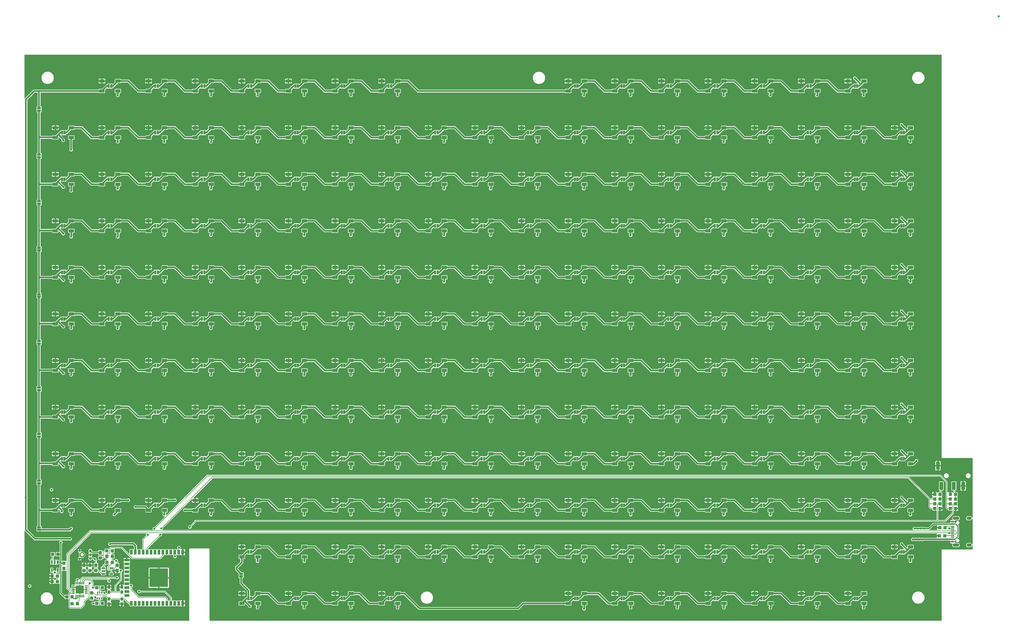
<source format=gtl>
G04 EAGLE Gerber RS-274X export*
G75*
%MOMM*%
%FSLAX34Y34*%
%LPD*%
%INTop Copper*%
%IPPOS*%
%AMOC8*
5,1,8,0,0,1.08239X$1,22.5*%
G01*
%ADD10R,1.100000X1.000000*%
%ADD11C,0.635000*%
%ADD12R,0.300000X0.660000*%
%ADD13R,1.000000X1.100000*%
%ADD14R,0.900000X1.000000*%
%ADD15R,0.900000X1.500000*%
%ADD16R,1.500000X0.900000*%
%ADD17R,6.000000X6.000000*%
%ADD18R,0.550000X1.200000*%
%ADD19R,0.300000X0.850000*%
%ADD20R,0.850000X0.300000*%
%ADD21R,2.550000X2.550000*%
%ADD22R,1.016000X0.300000*%
%ADD23R,1.016000X0.600000*%
%ADD24R,1.016000X0.550000*%
%ADD25C,1.000000*%
%ADD26R,1.200000X2.500000*%
%ADD27C,0.300000*%
%ADD28C,0.700000*%
%ADD29C,0.900000*%
%ADD30R,1.200000X0.550000*%
%ADD31R,1.651000X1.000000*%
%ADD32R,0.635000X1.270000*%
%ADD33R,1.270000X0.635000*%
%ADD34C,0.736600*%
%ADD35C,0.203200*%
%ADD36C,0.177800*%
%ADD37C,0.304800*%
%ADD38C,0.406400*%
%ADD39C,0.550000*%

G36*
X531878Y2803D02*
X531878Y2803D01*
X531936Y2801D01*
X532018Y2823D01*
X532102Y2835D01*
X532155Y2858D01*
X532211Y2873D01*
X532284Y2916D01*
X532361Y2951D01*
X532406Y2989D01*
X532456Y3018D01*
X532514Y3080D01*
X532578Y3134D01*
X532610Y3183D01*
X532650Y3226D01*
X532689Y3301D01*
X532736Y3371D01*
X532753Y3427D01*
X532780Y3479D01*
X532791Y3547D01*
X532821Y3642D01*
X532824Y3742D01*
X532835Y3810D01*
X532835Y234358D01*
X534472Y235995D01*
X596478Y235995D01*
X598115Y234358D01*
X598115Y3810D01*
X598123Y3752D01*
X598121Y3694D01*
X598143Y3612D01*
X598155Y3528D01*
X598178Y3475D01*
X598193Y3419D01*
X598236Y3346D01*
X598271Y3269D01*
X598309Y3224D01*
X598338Y3174D01*
X598400Y3116D01*
X598454Y3052D01*
X598503Y3020D01*
X598546Y2980D01*
X598621Y2941D01*
X598691Y2894D01*
X598747Y2877D01*
X598799Y2850D01*
X598867Y2839D01*
X598962Y2809D01*
X599062Y2806D01*
X599130Y2795D01*
X2952290Y2795D01*
X2952348Y2803D01*
X2952406Y2801D01*
X2952488Y2823D01*
X2952572Y2835D01*
X2952625Y2858D01*
X2952681Y2873D01*
X2952754Y2916D01*
X2952831Y2951D01*
X2952876Y2989D01*
X2952926Y3018D01*
X2952984Y3080D01*
X2953048Y3134D01*
X2953080Y3183D01*
X2953120Y3226D01*
X2953159Y3301D01*
X2953206Y3371D01*
X2953223Y3427D01*
X2953250Y3479D01*
X2953261Y3547D01*
X2953291Y3642D01*
X2953294Y3742D01*
X2953305Y3810D01*
X2953305Y231158D01*
X2954942Y232795D01*
X3052290Y232795D01*
X3052348Y232803D01*
X3052406Y232801D01*
X3052488Y232823D01*
X3052572Y232835D01*
X3052625Y232858D01*
X3052681Y232873D01*
X3052754Y232916D01*
X3052831Y232951D01*
X3052876Y232989D01*
X3052926Y233018D01*
X3052984Y233080D01*
X3053048Y233134D01*
X3053080Y233183D01*
X3053120Y233226D01*
X3053159Y233301D01*
X3053206Y233371D01*
X3053223Y233427D01*
X3053250Y233479D01*
X3053261Y233547D01*
X3053291Y233642D01*
X3053294Y233742D01*
X3053305Y233810D01*
X3053305Y243912D01*
X3053293Y243997D01*
X3053291Y244083D01*
X3053273Y244138D01*
X3053265Y244194D01*
X3053230Y244272D01*
X3053204Y244354D01*
X3053172Y244401D01*
X3053149Y244453D01*
X3053094Y244519D01*
X3053046Y244590D01*
X3053002Y244627D01*
X3052966Y244670D01*
X3052894Y244718D01*
X3052828Y244773D01*
X3052776Y244796D01*
X3052729Y244828D01*
X3052647Y244854D01*
X3052568Y244889D01*
X3052512Y244896D01*
X3052458Y244914D01*
X3052372Y244916D01*
X3052287Y244928D01*
X3052231Y244919D01*
X3052174Y244921D01*
X3052091Y244899D01*
X3052005Y244887D01*
X3051954Y244863D01*
X3051899Y244849D01*
X3051825Y244805D01*
X3051746Y244770D01*
X3051703Y244733D01*
X3051654Y244704D01*
X3051595Y244641D01*
X3051530Y244585D01*
X3051504Y244544D01*
X3051460Y244497D01*
X3051394Y244367D01*
X3051352Y244301D01*
X3050797Y242960D01*
X3048890Y241053D01*
X3046398Y240021D01*
X3037702Y240021D01*
X3035210Y241053D01*
X3033303Y242960D01*
X3032271Y245452D01*
X3032271Y248148D01*
X3033303Y250640D01*
X3035210Y252547D01*
X3037702Y253579D01*
X3046398Y253579D01*
X3048890Y252547D01*
X3050797Y250640D01*
X3051352Y249299D01*
X3051396Y249225D01*
X3051431Y249147D01*
X3051468Y249103D01*
X3051497Y249054D01*
X3051559Y248995D01*
X3051615Y248930D01*
X3051662Y248898D01*
X3051703Y248859D01*
X3051780Y248820D01*
X3051851Y248772D01*
X3051905Y248755D01*
X3051956Y248729D01*
X3052040Y248712D01*
X3052122Y248686D01*
X3052179Y248685D01*
X3052235Y248674D01*
X3052320Y248681D01*
X3052406Y248679D01*
X3052461Y248693D01*
X3052518Y248698D01*
X3052599Y248729D01*
X3052681Y248751D01*
X3052730Y248780D01*
X3052783Y248800D01*
X3052852Y248852D01*
X3052926Y248896D01*
X3052965Y248938D01*
X3053010Y248972D01*
X3053062Y249041D01*
X3053120Y249103D01*
X3053146Y249154D01*
X3053180Y249200D01*
X3053211Y249280D01*
X3053250Y249357D01*
X3053258Y249405D01*
X3053281Y249466D01*
X3053292Y249610D01*
X3053305Y249688D01*
X3053305Y330312D01*
X3053293Y330397D01*
X3053291Y330483D01*
X3053273Y330538D01*
X3053265Y330594D01*
X3053230Y330672D01*
X3053204Y330754D01*
X3053172Y330801D01*
X3053149Y330853D01*
X3053094Y330919D01*
X3053046Y330990D01*
X3053002Y331027D01*
X3052966Y331070D01*
X3052894Y331118D01*
X3052828Y331173D01*
X3052776Y331196D01*
X3052729Y331228D01*
X3052647Y331254D01*
X3052568Y331289D01*
X3052512Y331296D01*
X3052458Y331314D01*
X3052372Y331316D01*
X3052287Y331328D01*
X3052231Y331319D01*
X3052174Y331321D01*
X3052091Y331299D01*
X3052005Y331287D01*
X3051954Y331263D01*
X3051899Y331249D01*
X3051825Y331205D01*
X3051746Y331170D01*
X3051703Y331133D01*
X3051654Y331104D01*
X3051595Y331041D01*
X3051530Y330985D01*
X3051504Y330944D01*
X3051460Y330897D01*
X3051394Y330767D01*
X3051352Y330701D01*
X3050797Y329360D01*
X3048890Y327453D01*
X3046398Y326421D01*
X3037702Y326421D01*
X3035210Y327453D01*
X3033303Y329360D01*
X3032271Y331852D01*
X3032271Y334548D01*
X3033303Y337040D01*
X3035210Y338947D01*
X3037702Y339979D01*
X3046398Y339979D01*
X3048890Y338947D01*
X3050797Y337040D01*
X3051352Y335699D01*
X3051396Y335625D01*
X3051431Y335547D01*
X3051468Y335503D01*
X3051497Y335454D01*
X3051559Y335395D01*
X3051615Y335330D01*
X3051662Y335298D01*
X3051703Y335259D01*
X3051780Y335220D01*
X3051851Y335172D01*
X3051905Y335155D01*
X3051956Y335129D01*
X3052040Y335112D01*
X3052122Y335086D01*
X3052179Y335085D01*
X3052235Y335074D01*
X3052320Y335081D01*
X3052406Y335079D01*
X3052461Y335093D01*
X3052518Y335098D01*
X3052599Y335129D01*
X3052681Y335151D01*
X3052730Y335180D01*
X3052783Y335200D01*
X3052852Y335252D01*
X3052926Y335296D01*
X3052965Y335338D01*
X3053010Y335372D01*
X3053062Y335441D01*
X3053120Y335503D01*
X3053146Y335554D01*
X3053180Y335600D01*
X3053211Y335680D01*
X3053250Y335757D01*
X3053258Y335805D01*
X3053281Y335866D01*
X3053292Y336010D01*
X3053305Y336088D01*
X3053305Y526190D01*
X3053297Y526248D01*
X3053299Y526306D01*
X3053277Y526388D01*
X3053265Y526472D01*
X3053242Y526525D01*
X3053227Y526581D01*
X3053184Y526654D01*
X3053149Y526731D01*
X3053111Y526776D01*
X3053082Y526826D01*
X3053020Y526884D01*
X3052966Y526948D01*
X3052917Y526980D01*
X3052874Y527020D01*
X3052799Y527059D01*
X3052729Y527106D01*
X3052673Y527123D01*
X3052621Y527150D01*
X3052553Y527161D01*
X3052458Y527191D01*
X3052358Y527194D01*
X3052290Y527205D01*
X2954942Y527205D01*
X2953305Y528842D01*
X2953305Y1825290D01*
X2953297Y1825348D01*
X2953299Y1825406D01*
X2953277Y1825488D01*
X2953265Y1825572D01*
X2953242Y1825625D01*
X2953227Y1825681D01*
X2953184Y1825754D01*
X2953149Y1825831D01*
X2953111Y1825876D01*
X2953082Y1825926D01*
X2953020Y1825984D01*
X2952966Y1826048D01*
X2952917Y1826080D01*
X2952874Y1826120D01*
X2952799Y1826159D01*
X2952729Y1826206D01*
X2952673Y1826223D01*
X2952621Y1826250D01*
X2952553Y1826261D01*
X2952458Y1826291D01*
X2952358Y1826294D01*
X2952290Y1826305D01*
X3810Y1826305D01*
X3752Y1826297D01*
X3694Y1826299D01*
X3612Y1826277D01*
X3528Y1826265D01*
X3475Y1826242D01*
X3419Y1826227D01*
X3346Y1826184D01*
X3269Y1826149D01*
X3224Y1826111D01*
X3174Y1826082D01*
X3116Y1826020D01*
X3052Y1825966D01*
X3020Y1825917D01*
X2980Y1825874D01*
X2941Y1825799D01*
X2894Y1825729D01*
X2877Y1825673D01*
X2850Y1825621D01*
X2839Y1825553D01*
X2809Y1825458D01*
X2806Y1825358D01*
X2795Y1825290D01*
X2795Y1686150D01*
X2799Y1686121D01*
X2796Y1686092D01*
X2819Y1685981D01*
X2835Y1685869D01*
X2847Y1685842D01*
X2852Y1685813D01*
X2904Y1685713D01*
X2951Y1685609D01*
X2970Y1685587D01*
X2983Y1685561D01*
X3061Y1685479D01*
X3134Y1685392D01*
X3159Y1685376D01*
X3179Y1685355D01*
X3277Y1685298D01*
X3371Y1685235D01*
X3399Y1685226D01*
X3424Y1685211D01*
X3534Y1685183D01*
X3642Y1685149D01*
X3672Y1685148D01*
X3700Y1685141D01*
X3813Y1685145D01*
X3926Y1685142D01*
X3955Y1685149D01*
X3984Y1685150D01*
X4092Y1685185D01*
X4201Y1685214D01*
X4227Y1685229D01*
X4255Y1685238D01*
X4318Y1685283D01*
X4446Y1685359D01*
X4489Y1685405D01*
X4528Y1685432D01*
X29674Y1710579D01*
X32624Y1713529D01*
X241231Y1713529D01*
X241289Y1713537D01*
X241347Y1713535D01*
X241429Y1713557D01*
X241513Y1713569D01*
X241566Y1713592D01*
X241622Y1713607D01*
X241695Y1713650D01*
X241772Y1713685D01*
X241817Y1713723D01*
X241867Y1713752D01*
X241925Y1713814D01*
X241989Y1713868D01*
X242021Y1713917D01*
X242061Y1713960D01*
X242100Y1714035D01*
X242147Y1714105D01*
X242164Y1714161D01*
X242191Y1714213D01*
X242202Y1714281D01*
X242232Y1714376D01*
X242235Y1714476D01*
X242246Y1714544D01*
X242246Y1714737D01*
X243288Y1715779D01*
X252234Y1715779D01*
X252320Y1715791D01*
X252408Y1715794D01*
X252460Y1715811D01*
X252515Y1715819D01*
X252595Y1715854D01*
X252678Y1715881D01*
X252717Y1715909D01*
X252775Y1715935D01*
X252888Y1716031D01*
X252952Y1716076D01*
X263454Y1726579D01*
X266404Y1729529D01*
X268017Y1729529D01*
X268075Y1729537D01*
X268133Y1729535D01*
X268215Y1729557D01*
X268299Y1729569D01*
X268352Y1729592D01*
X268408Y1729607D01*
X268481Y1729650D01*
X268558Y1729685D01*
X268603Y1729723D01*
X268653Y1729752D01*
X268711Y1729814D01*
X268775Y1729868D01*
X268807Y1729917D01*
X268847Y1729960D01*
X268886Y1730035D01*
X268933Y1730105D01*
X268950Y1730161D01*
X268977Y1730213D01*
X268988Y1730281D01*
X269018Y1730376D01*
X269021Y1730476D01*
X269032Y1730544D01*
X269032Y1732087D01*
X270074Y1733129D01*
X286026Y1733129D01*
X287067Y1732087D01*
X287114Y1732052D01*
X287154Y1732010D01*
X287227Y1731967D01*
X287294Y1731917D01*
X287349Y1731896D01*
X287399Y1731866D01*
X287481Y1731845D01*
X287560Y1731815D01*
X287618Y1731810D01*
X287675Y1731796D01*
X287759Y1731799D01*
X287843Y1731792D01*
X287900Y1731803D01*
X287959Y1731805D01*
X288039Y1731831D01*
X288122Y1731848D01*
X288174Y1731875D01*
X288229Y1731893D01*
X288286Y1731933D01*
X288374Y1731979D01*
X288447Y1732047D01*
X288503Y1732087D01*
X293489Y1737074D01*
X293541Y1737143D01*
X293601Y1737207D01*
X293627Y1737257D01*
X293660Y1737301D01*
X293691Y1737382D01*
X293731Y1737460D01*
X293739Y1737508D01*
X293761Y1737566D01*
X293771Y1737685D01*
X293772Y1737689D01*
X293773Y1737708D01*
X293773Y1737714D01*
X293786Y1737791D01*
X293786Y1746737D01*
X294828Y1747779D01*
X312812Y1747779D01*
X313854Y1746737D01*
X313854Y1746544D01*
X313862Y1746486D01*
X313860Y1746428D01*
X313882Y1746346D01*
X313894Y1746262D01*
X313917Y1746209D01*
X313932Y1746153D01*
X313975Y1746080D01*
X314010Y1746003D01*
X314048Y1745958D01*
X314077Y1745908D01*
X314139Y1745850D01*
X314193Y1745786D01*
X314242Y1745754D01*
X314285Y1745714D01*
X314360Y1745675D01*
X314430Y1745628D01*
X314486Y1745611D01*
X314538Y1745584D01*
X314606Y1745573D01*
X314701Y1745543D01*
X314801Y1745540D01*
X314869Y1745529D01*
X338926Y1745529D01*
X370629Y1713826D01*
X370698Y1713774D01*
X370762Y1713714D01*
X370812Y1713688D01*
X370856Y1713655D01*
X370937Y1713624D01*
X371015Y1713584D01*
X371063Y1713576D01*
X371121Y1713554D01*
X371269Y1713542D01*
X371346Y1713529D01*
X391231Y1713529D01*
X391289Y1713537D01*
X391347Y1713535D01*
X391429Y1713557D01*
X391513Y1713569D01*
X391566Y1713592D01*
X391622Y1713607D01*
X391695Y1713650D01*
X391772Y1713685D01*
X391817Y1713723D01*
X391867Y1713752D01*
X391925Y1713814D01*
X391989Y1713868D01*
X392021Y1713917D01*
X392061Y1713960D01*
X392100Y1714035D01*
X392147Y1714105D01*
X392164Y1714161D01*
X392191Y1714213D01*
X392202Y1714281D01*
X392232Y1714376D01*
X392235Y1714476D01*
X392246Y1714544D01*
X392246Y1714737D01*
X393288Y1715779D01*
X402234Y1715779D01*
X402320Y1715791D01*
X402408Y1715794D01*
X402460Y1715811D01*
X402515Y1715819D01*
X402595Y1715854D01*
X402678Y1715881D01*
X402717Y1715909D01*
X402775Y1715935D01*
X402888Y1716031D01*
X402952Y1716076D01*
X413454Y1726578D01*
X413454Y1726579D01*
X416404Y1729529D01*
X418017Y1729529D01*
X418075Y1729537D01*
X418133Y1729535D01*
X418215Y1729557D01*
X418299Y1729569D01*
X418352Y1729592D01*
X418408Y1729607D01*
X418481Y1729650D01*
X418558Y1729685D01*
X418603Y1729723D01*
X418653Y1729752D01*
X418711Y1729814D01*
X418775Y1729868D01*
X418807Y1729917D01*
X418847Y1729960D01*
X418886Y1730035D01*
X418933Y1730105D01*
X418950Y1730161D01*
X418977Y1730213D01*
X418988Y1730281D01*
X419018Y1730376D01*
X419021Y1730476D01*
X419032Y1730544D01*
X419032Y1732087D01*
X420074Y1733129D01*
X436026Y1733129D01*
X437067Y1732087D01*
X437114Y1732052D01*
X437154Y1732010D01*
X437227Y1731967D01*
X437294Y1731917D01*
X437349Y1731896D01*
X437399Y1731866D01*
X437481Y1731845D01*
X437560Y1731815D01*
X437618Y1731810D01*
X437675Y1731796D01*
X437759Y1731799D01*
X437843Y1731792D01*
X437901Y1731803D01*
X437959Y1731805D01*
X438039Y1731831D01*
X438122Y1731848D01*
X438174Y1731875D01*
X438230Y1731893D01*
X438286Y1731933D01*
X438374Y1731979D01*
X438447Y1732047D01*
X438503Y1732087D01*
X443489Y1737073D01*
X443541Y1737143D01*
X443601Y1737207D01*
X443627Y1737257D01*
X443660Y1737301D01*
X443691Y1737382D01*
X443731Y1737460D01*
X443739Y1737508D01*
X443761Y1737566D01*
X443771Y1737685D01*
X443772Y1737689D01*
X443773Y1737708D01*
X443773Y1737714D01*
X443786Y1737791D01*
X443786Y1746737D01*
X444828Y1747779D01*
X462812Y1747779D01*
X463854Y1746737D01*
X463854Y1746544D01*
X463862Y1746486D01*
X463860Y1746428D01*
X463882Y1746346D01*
X463894Y1746262D01*
X463917Y1746209D01*
X463932Y1746153D01*
X463975Y1746080D01*
X464010Y1746003D01*
X464048Y1745958D01*
X464077Y1745908D01*
X464139Y1745850D01*
X464193Y1745786D01*
X464242Y1745754D01*
X464285Y1745714D01*
X464360Y1745675D01*
X464430Y1745628D01*
X464486Y1745611D01*
X464538Y1745584D01*
X464606Y1745573D01*
X464701Y1745543D01*
X464801Y1745540D01*
X464869Y1745529D01*
X488926Y1745529D01*
X520629Y1713826D01*
X520698Y1713774D01*
X520762Y1713714D01*
X520812Y1713688D01*
X520856Y1713655D01*
X520937Y1713624D01*
X521015Y1713584D01*
X521063Y1713576D01*
X521121Y1713554D01*
X521269Y1713542D01*
X521346Y1713529D01*
X541231Y1713529D01*
X541289Y1713537D01*
X541347Y1713535D01*
X541429Y1713557D01*
X541513Y1713569D01*
X541566Y1713592D01*
X541622Y1713607D01*
X541695Y1713650D01*
X541772Y1713685D01*
X541817Y1713723D01*
X541867Y1713752D01*
X541925Y1713814D01*
X541989Y1713868D01*
X542021Y1713917D01*
X542061Y1713960D01*
X542100Y1714035D01*
X542147Y1714105D01*
X542164Y1714161D01*
X542191Y1714213D01*
X542202Y1714281D01*
X542232Y1714376D01*
X542235Y1714476D01*
X542246Y1714544D01*
X542246Y1714737D01*
X543288Y1715779D01*
X552234Y1715779D01*
X552320Y1715791D01*
X552408Y1715794D01*
X552460Y1715811D01*
X552515Y1715819D01*
X552595Y1715854D01*
X552678Y1715881D01*
X552717Y1715909D01*
X552775Y1715935D01*
X552888Y1716031D01*
X552952Y1716076D01*
X563454Y1726579D01*
X566404Y1729529D01*
X568017Y1729529D01*
X568075Y1729537D01*
X568133Y1729535D01*
X568215Y1729557D01*
X568299Y1729569D01*
X568352Y1729592D01*
X568408Y1729607D01*
X568481Y1729650D01*
X568558Y1729685D01*
X568603Y1729723D01*
X568653Y1729752D01*
X568711Y1729814D01*
X568775Y1729868D01*
X568807Y1729917D01*
X568847Y1729960D01*
X568886Y1730035D01*
X568933Y1730105D01*
X568950Y1730161D01*
X568977Y1730213D01*
X568988Y1730281D01*
X569018Y1730376D01*
X569021Y1730476D01*
X569032Y1730544D01*
X569032Y1732087D01*
X570074Y1733129D01*
X586026Y1733129D01*
X587067Y1732087D01*
X587114Y1732052D01*
X587154Y1732010D01*
X587227Y1731967D01*
X587294Y1731917D01*
X587349Y1731896D01*
X587399Y1731866D01*
X587481Y1731845D01*
X587560Y1731815D01*
X587618Y1731810D01*
X587675Y1731796D01*
X587759Y1731799D01*
X587843Y1731792D01*
X587900Y1731803D01*
X587959Y1731805D01*
X588039Y1731831D01*
X588122Y1731848D01*
X588174Y1731875D01*
X588229Y1731893D01*
X588286Y1731933D01*
X588374Y1731979D01*
X588447Y1732047D01*
X588503Y1732087D01*
X593489Y1737074D01*
X593541Y1737143D01*
X593601Y1737207D01*
X593627Y1737257D01*
X593660Y1737301D01*
X593691Y1737382D01*
X593731Y1737460D01*
X593739Y1737508D01*
X593761Y1737566D01*
X593771Y1737685D01*
X593772Y1737689D01*
X593773Y1737708D01*
X593773Y1737714D01*
X593786Y1737791D01*
X593786Y1746737D01*
X594828Y1747779D01*
X612812Y1747779D01*
X613854Y1746737D01*
X613854Y1746544D01*
X613862Y1746486D01*
X613860Y1746428D01*
X613882Y1746346D01*
X613894Y1746262D01*
X613917Y1746209D01*
X613932Y1746153D01*
X613975Y1746080D01*
X614010Y1746003D01*
X614048Y1745958D01*
X614077Y1745908D01*
X614139Y1745850D01*
X614193Y1745786D01*
X614242Y1745754D01*
X614285Y1745714D01*
X614360Y1745675D01*
X614430Y1745628D01*
X614486Y1745611D01*
X614538Y1745584D01*
X614606Y1745573D01*
X614701Y1745543D01*
X614801Y1745540D01*
X614869Y1745529D01*
X638926Y1745529D01*
X670629Y1713826D01*
X670698Y1713774D01*
X670762Y1713714D01*
X670812Y1713688D01*
X670856Y1713655D01*
X670937Y1713624D01*
X671015Y1713584D01*
X671063Y1713576D01*
X671121Y1713554D01*
X671269Y1713542D01*
X671346Y1713529D01*
X691231Y1713529D01*
X691289Y1713537D01*
X691347Y1713535D01*
X691429Y1713557D01*
X691513Y1713569D01*
X691566Y1713592D01*
X691622Y1713607D01*
X691695Y1713650D01*
X691772Y1713685D01*
X691817Y1713723D01*
X691867Y1713752D01*
X691925Y1713814D01*
X691989Y1713868D01*
X692021Y1713917D01*
X692061Y1713960D01*
X692100Y1714035D01*
X692147Y1714105D01*
X692164Y1714161D01*
X692191Y1714213D01*
X692202Y1714281D01*
X692232Y1714376D01*
X692235Y1714476D01*
X692246Y1714544D01*
X692246Y1714737D01*
X693288Y1715779D01*
X702234Y1715779D01*
X702320Y1715791D01*
X702408Y1715794D01*
X702460Y1715811D01*
X702515Y1715819D01*
X702595Y1715854D01*
X702678Y1715881D01*
X702717Y1715909D01*
X702775Y1715935D01*
X702888Y1716031D01*
X702951Y1716076D01*
X716404Y1729529D01*
X718017Y1729529D01*
X718075Y1729537D01*
X718133Y1729535D01*
X718215Y1729557D01*
X718299Y1729569D01*
X718352Y1729592D01*
X718408Y1729607D01*
X718481Y1729650D01*
X718558Y1729685D01*
X718603Y1729723D01*
X718653Y1729752D01*
X718711Y1729814D01*
X718775Y1729868D01*
X718807Y1729917D01*
X718847Y1729960D01*
X718886Y1730035D01*
X718933Y1730105D01*
X718950Y1730161D01*
X718977Y1730213D01*
X718988Y1730281D01*
X719018Y1730376D01*
X719021Y1730476D01*
X719032Y1730544D01*
X719032Y1732087D01*
X720074Y1733129D01*
X736026Y1733129D01*
X737067Y1732087D01*
X737114Y1732052D01*
X737154Y1732010D01*
X737227Y1731967D01*
X737294Y1731917D01*
X737349Y1731896D01*
X737399Y1731866D01*
X737481Y1731845D01*
X737560Y1731815D01*
X737618Y1731810D01*
X737675Y1731796D01*
X737759Y1731799D01*
X737843Y1731792D01*
X737900Y1731803D01*
X737959Y1731805D01*
X738039Y1731831D01*
X738122Y1731848D01*
X738174Y1731875D01*
X738229Y1731893D01*
X738286Y1731933D01*
X738374Y1731979D01*
X738447Y1732047D01*
X738503Y1732087D01*
X743489Y1737073D01*
X743541Y1737143D01*
X743601Y1737207D01*
X743627Y1737256D01*
X743660Y1737301D01*
X743691Y1737382D01*
X743731Y1737460D01*
X743739Y1737508D01*
X743761Y1737566D01*
X743771Y1737685D01*
X743772Y1737689D01*
X743773Y1737708D01*
X743773Y1737714D01*
X743786Y1737791D01*
X743786Y1746737D01*
X744828Y1747779D01*
X762812Y1747779D01*
X763854Y1746737D01*
X763854Y1746544D01*
X763862Y1746486D01*
X763860Y1746428D01*
X763882Y1746346D01*
X763894Y1746262D01*
X763917Y1746209D01*
X763932Y1746153D01*
X763975Y1746080D01*
X764010Y1746003D01*
X764048Y1745958D01*
X764077Y1745908D01*
X764139Y1745850D01*
X764193Y1745786D01*
X764242Y1745754D01*
X764285Y1745714D01*
X764360Y1745675D01*
X764430Y1745628D01*
X764486Y1745611D01*
X764538Y1745584D01*
X764606Y1745573D01*
X764701Y1745543D01*
X764801Y1745540D01*
X764869Y1745529D01*
X788926Y1745529D01*
X820629Y1713826D01*
X820698Y1713774D01*
X820762Y1713714D01*
X820812Y1713688D01*
X820856Y1713655D01*
X820937Y1713624D01*
X821015Y1713584D01*
X821063Y1713576D01*
X821121Y1713554D01*
X821269Y1713542D01*
X821346Y1713529D01*
X841231Y1713529D01*
X841289Y1713537D01*
X841347Y1713535D01*
X841429Y1713557D01*
X841513Y1713569D01*
X841566Y1713592D01*
X841622Y1713607D01*
X841695Y1713650D01*
X841772Y1713685D01*
X841817Y1713723D01*
X841867Y1713752D01*
X841925Y1713814D01*
X841989Y1713868D01*
X842021Y1713917D01*
X842061Y1713960D01*
X842100Y1714035D01*
X842147Y1714105D01*
X842164Y1714161D01*
X842191Y1714213D01*
X842202Y1714281D01*
X842232Y1714376D01*
X842235Y1714476D01*
X842246Y1714544D01*
X842246Y1714737D01*
X843288Y1715779D01*
X852234Y1715779D01*
X852320Y1715791D01*
X852408Y1715794D01*
X852460Y1715811D01*
X852515Y1715819D01*
X852595Y1715854D01*
X852678Y1715881D01*
X852717Y1715909D01*
X852775Y1715935D01*
X852888Y1716031D01*
X852952Y1716076D01*
X863454Y1726579D01*
X866404Y1729529D01*
X868017Y1729529D01*
X868075Y1729537D01*
X868133Y1729535D01*
X868215Y1729557D01*
X868299Y1729569D01*
X868352Y1729592D01*
X868408Y1729607D01*
X868481Y1729650D01*
X868558Y1729685D01*
X868603Y1729723D01*
X868653Y1729752D01*
X868711Y1729814D01*
X868775Y1729868D01*
X868807Y1729917D01*
X868847Y1729960D01*
X868886Y1730035D01*
X868933Y1730105D01*
X868950Y1730161D01*
X868977Y1730213D01*
X868988Y1730281D01*
X869018Y1730376D01*
X869021Y1730476D01*
X869032Y1730544D01*
X869032Y1732087D01*
X870074Y1733129D01*
X886026Y1733129D01*
X887067Y1732087D01*
X887114Y1732052D01*
X887154Y1732010D01*
X887227Y1731967D01*
X887294Y1731917D01*
X887349Y1731896D01*
X887399Y1731866D01*
X887481Y1731845D01*
X887560Y1731815D01*
X887618Y1731810D01*
X887675Y1731796D01*
X887759Y1731799D01*
X887843Y1731792D01*
X887900Y1731803D01*
X887959Y1731805D01*
X888039Y1731831D01*
X888122Y1731848D01*
X888174Y1731875D01*
X888229Y1731893D01*
X888286Y1731933D01*
X888374Y1731979D01*
X888447Y1732047D01*
X888503Y1732087D01*
X893489Y1737074D01*
X893541Y1737143D01*
X893601Y1737207D01*
X893627Y1737257D01*
X893660Y1737301D01*
X893691Y1737382D01*
X893731Y1737460D01*
X893739Y1737508D01*
X893761Y1737566D01*
X893771Y1737685D01*
X893772Y1737689D01*
X893773Y1737708D01*
X893773Y1737714D01*
X893786Y1737791D01*
X893786Y1746737D01*
X894828Y1747779D01*
X912812Y1747779D01*
X913854Y1746737D01*
X913854Y1746544D01*
X913862Y1746486D01*
X913860Y1746428D01*
X913882Y1746346D01*
X913894Y1746262D01*
X913917Y1746209D01*
X913932Y1746153D01*
X913975Y1746080D01*
X914010Y1746003D01*
X914048Y1745958D01*
X914077Y1745908D01*
X914139Y1745850D01*
X914193Y1745786D01*
X914242Y1745754D01*
X914285Y1745714D01*
X914360Y1745675D01*
X914430Y1745628D01*
X914486Y1745611D01*
X914538Y1745584D01*
X914606Y1745573D01*
X914701Y1745543D01*
X914801Y1745540D01*
X914869Y1745529D01*
X938926Y1745529D01*
X970629Y1713826D01*
X970698Y1713774D01*
X970762Y1713714D01*
X970812Y1713688D01*
X970856Y1713655D01*
X970937Y1713624D01*
X971015Y1713584D01*
X971063Y1713576D01*
X971121Y1713554D01*
X971269Y1713542D01*
X971346Y1713529D01*
X991231Y1713529D01*
X991289Y1713537D01*
X991347Y1713535D01*
X991429Y1713557D01*
X991513Y1713569D01*
X991566Y1713592D01*
X991622Y1713607D01*
X991695Y1713650D01*
X991772Y1713685D01*
X991817Y1713723D01*
X991867Y1713752D01*
X991925Y1713814D01*
X991989Y1713868D01*
X992021Y1713917D01*
X992061Y1713960D01*
X992100Y1714035D01*
X992147Y1714105D01*
X992164Y1714161D01*
X992191Y1714213D01*
X992202Y1714281D01*
X992232Y1714376D01*
X992235Y1714476D01*
X992246Y1714544D01*
X992246Y1714737D01*
X993288Y1715779D01*
X1002234Y1715779D01*
X1002320Y1715791D01*
X1002408Y1715794D01*
X1002460Y1715811D01*
X1002515Y1715819D01*
X1002595Y1715854D01*
X1002678Y1715881D01*
X1002717Y1715909D01*
X1002775Y1715935D01*
X1002888Y1716031D01*
X1002951Y1716076D01*
X1016404Y1729529D01*
X1018017Y1729529D01*
X1018075Y1729537D01*
X1018133Y1729535D01*
X1018215Y1729557D01*
X1018299Y1729569D01*
X1018352Y1729592D01*
X1018408Y1729607D01*
X1018481Y1729650D01*
X1018558Y1729685D01*
X1018603Y1729723D01*
X1018653Y1729752D01*
X1018711Y1729814D01*
X1018775Y1729868D01*
X1018807Y1729917D01*
X1018847Y1729960D01*
X1018886Y1730035D01*
X1018933Y1730105D01*
X1018950Y1730161D01*
X1018977Y1730213D01*
X1018988Y1730281D01*
X1019018Y1730376D01*
X1019021Y1730476D01*
X1019032Y1730544D01*
X1019032Y1732087D01*
X1020074Y1733129D01*
X1036026Y1733129D01*
X1037067Y1732087D01*
X1037114Y1732052D01*
X1037154Y1732010D01*
X1037227Y1731967D01*
X1037294Y1731917D01*
X1037349Y1731896D01*
X1037399Y1731866D01*
X1037481Y1731845D01*
X1037560Y1731815D01*
X1037618Y1731810D01*
X1037675Y1731796D01*
X1037759Y1731799D01*
X1037843Y1731792D01*
X1037900Y1731803D01*
X1037959Y1731805D01*
X1038039Y1731831D01*
X1038122Y1731848D01*
X1038174Y1731875D01*
X1038229Y1731893D01*
X1038286Y1731933D01*
X1038374Y1731979D01*
X1038447Y1732047D01*
X1038503Y1732087D01*
X1043489Y1737074D01*
X1043541Y1737143D01*
X1043601Y1737207D01*
X1043627Y1737257D01*
X1043660Y1737301D01*
X1043691Y1737382D01*
X1043731Y1737460D01*
X1043739Y1737508D01*
X1043761Y1737566D01*
X1043771Y1737685D01*
X1043772Y1737689D01*
X1043773Y1737708D01*
X1043773Y1737714D01*
X1043786Y1737791D01*
X1043786Y1746737D01*
X1044828Y1747779D01*
X1062812Y1747779D01*
X1063854Y1746737D01*
X1063854Y1746544D01*
X1063862Y1746486D01*
X1063860Y1746428D01*
X1063882Y1746346D01*
X1063894Y1746262D01*
X1063917Y1746209D01*
X1063932Y1746153D01*
X1063975Y1746080D01*
X1064010Y1746003D01*
X1064048Y1745958D01*
X1064077Y1745908D01*
X1064139Y1745850D01*
X1064193Y1745786D01*
X1064242Y1745754D01*
X1064285Y1745714D01*
X1064360Y1745675D01*
X1064430Y1745628D01*
X1064486Y1745611D01*
X1064538Y1745584D01*
X1064606Y1745573D01*
X1064701Y1745543D01*
X1064801Y1745540D01*
X1064869Y1745529D01*
X1088926Y1745529D01*
X1120629Y1713826D01*
X1120698Y1713774D01*
X1120762Y1713714D01*
X1120812Y1713688D01*
X1120856Y1713655D01*
X1120937Y1713624D01*
X1121015Y1713584D01*
X1121063Y1713576D01*
X1121121Y1713554D01*
X1121269Y1713542D01*
X1121346Y1713529D01*
X1141231Y1713529D01*
X1141289Y1713537D01*
X1141347Y1713535D01*
X1141429Y1713557D01*
X1141513Y1713569D01*
X1141566Y1713592D01*
X1141622Y1713607D01*
X1141695Y1713650D01*
X1141772Y1713685D01*
X1141817Y1713723D01*
X1141867Y1713752D01*
X1141925Y1713814D01*
X1141989Y1713868D01*
X1142021Y1713917D01*
X1142061Y1713960D01*
X1142100Y1714035D01*
X1142147Y1714105D01*
X1142164Y1714161D01*
X1142191Y1714213D01*
X1142202Y1714281D01*
X1142232Y1714376D01*
X1142235Y1714476D01*
X1142246Y1714544D01*
X1142246Y1714737D01*
X1143288Y1715779D01*
X1152234Y1715779D01*
X1152320Y1715791D01*
X1152408Y1715794D01*
X1152460Y1715811D01*
X1152515Y1715819D01*
X1152595Y1715854D01*
X1152678Y1715881D01*
X1152717Y1715909D01*
X1152775Y1715935D01*
X1152888Y1716031D01*
X1152951Y1716076D01*
X1166404Y1729529D01*
X1168017Y1729529D01*
X1168075Y1729537D01*
X1168133Y1729535D01*
X1168215Y1729557D01*
X1168299Y1729569D01*
X1168352Y1729592D01*
X1168408Y1729607D01*
X1168481Y1729650D01*
X1168558Y1729685D01*
X1168603Y1729723D01*
X1168653Y1729752D01*
X1168711Y1729814D01*
X1168775Y1729868D01*
X1168807Y1729917D01*
X1168847Y1729960D01*
X1168886Y1730035D01*
X1168933Y1730105D01*
X1168950Y1730161D01*
X1168977Y1730213D01*
X1168988Y1730281D01*
X1169018Y1730376D01*
X1169021Y1730476D01*
X1169032Y1730544D01*
X1169032Y1732087D01*
X1170074Y1733129D01*
X1186026Y1733129D01*
X1187067Y1732087D01*
X1187114Y1732052D01*
X1187154Y1732010D01*
X1187227Y1731967D01*
X1187294Y1731917D01*
X1187349Y1731896D01*
X1187399Y1731866D01*
X1187481Y1731845D01*
X1187560Y1731815D01*
X1187618Y1731810D01*
X1187675Y1731796D01*
X1187759Y1731799D01*
X1187843Y1731792D01*
X1187901Y1731803D01*
X1187959Y1731805D01*
X1188039Y1731831D01*
X1188122Y1731848D01*
X1188174Y1731875D01*
X1188230Y1731893D01*
X1188286Y1731933D01*
X1188374Y1731979D01*
X1188447Y1732047D01*
X1188503Y1732087D01*
X1193489Y1737073D01*
X1193541Y1737143D01*
X1193601Y1737207D01*
X1193627Y1737257D01*
X1193660Y1737301D01*
X1193691Y1737382D01*
X1193731Y1737460D01*
X1193739Y1737508D01*
X1193761Y1737566D01*
X1193771Y1737685D01*
X1193772Y1737689D01*
X1193773Y1737708D01*
X1193773Y1737714D01*
X1193786Y1737791D01*
X1193786Y1746737D01*
X1194828Y1747779D01*
X1212812Y1747779D01*
X1213854Y1746737D01*
X1213854Y1746544D01*
X1213862Y1746486D01*
X1213860Y1746428D01*
X1213882Y1746346D01*
X1213894Y1746262D01*
X1213917Y1746209D01*
X1213932Y1746153D01*
X1213975Y1746080D01*
X1214010Y1746003D01*
X1214048Y1745958D01*
X1214077Y1745908D01*
X1214139Y1745850D01*
X1214193Y1745786D01*
X1214242Y1745754D01*
X1214285Y1745714D01*
X1214360Y1745675D01*
X1214430Y1745628D01*
X1214486Y1745611D01*
X1214538Y1745584D01*
X1214606Y1745573D01*
X1214701Y1745543D01*
X1214801Y1745540D01*
X1214869Y1745529D01*
X1238926Y1745529D01*
X1270629Y1713826D01*
X1270698Y1713774D01*
X1270762Y1713714D01*
X1270812Y1713688D01*
X1270856Y1713655D01*
X1270937Y1713624D01*
X1271015Y1713584D01*
X1271063Y1713576D01*
X1271121Y1713554D01*
X1271269Y1713542D01*
X1271346Y1713529D01*
X1741231Y1713529D01*
X1741289Y1713537D01*
X1741347Y1713535D01*
X1741429Y1713557D01*
X1741513Y1713569D01*
X1741566Y1713592D01*
X1741622Y1713607D01*
X1741695Y1713650D01*
X1741772Y1713685D01*
X1741817Y1713723D01*
X1741867Y1713752D01*
X1741925Y1713814D01*
X1741989Y1713868D01*
X1742021Y1713917D01*
X1742061Y1713960D01*
X1742100Y1714035D01*
X1742147Y1714105D01*
X1742164Y1714161D01*
X1742191Y1714213D01*
X1742202Y1714281D01*
X1742232Y1714376D01*
X1742235Y1714476D01*
X1742246Y1714544D01*
X1742246Y1714737D01*
X1743288Y1715779D01*
X1752234Y1715779D01*
X1752320Y1715791D01*
X1752408Y1715794D01*
X1752460Y1715811D01*
X1752515Y1715819D01*
X1752595Y1715854D01*
X1752678Y1715881D01*
X1752717Y1715909D01*
X1752775Y1715935D01*
X1752888Y1716031D01*
X1752952Y1716076D01*
X1763454Y1726579D01*
X1766404Y1729529D01*
X1768017Y1729529D01*
X1768075Y1729537D01*
X1768133Y1729535D01*
X1768215Y1729557D01*
X1768299Y1729569D01*
X1768352Y1729592D01*
X1768408Y1729607D01*
X1768481Y1729650D01*
X1768558Y1729685D01*
X1768603Y1729723D01*
X1768653Y1729752D01*
X1768711Y1729814D01*
X1768775Y1729868D01*
X1768807Y1729917D01*
X1768847Y1729960D01*
X1768886Y1730035D01*
X1768933Y1730105D01*
X1768950Y1730161D01*
X1768977Y1730213D01*
X1768988Y1730281D01*
X1769018Y1730376D01*
X1769021Y1730476D01*
X1769032Y1730544D01*
X1769032Y1732087D01*
X1770074Y1733129D01*
X1786026Y1733129D01*
X1787067Y1732087D01*
X1787114Y1732052D01*
X1787154Y1732010D01*
X1787227Y1731967D01*
X1787294Y1731917D01*
X1787349Y1731896D01*
X1787399Y1731866D01*
X1787481Y1731845D01*
X1787560Y1731815D01*
X1787618Y1731810D01*
X1787675Y1731796D01*
X1787759Y1731799D01*
X1787843Y1731792D01*
X1787901Y1731803D01*
X1787959Y1731805D01*
X1788039Y1731831D01*
X1788122Y1731848D01*
X1788174Y1731875D01*
X1788230Y1731893D01*
X1788286Y1731933D01*
X1788374Y1731979D01*
X1788447Y1732047D01*
X1788503Y1732087D01*
X1793489Y1737073D01*
X1793541Y1737143D01*
X1793601Y1737207D01*
X1793627Y1737257D01*
X1793660Y1737301D01*
X1793691Y1737382D01*
X1793731Y1737460D01*
X1793739Y1737508D01*
X1793761Y1737566D01*
X1793771Y1737685D01*
X1793772Y1737689D01*
X1793773Y1737708D01*
X1793773Y1737714D01*
X1793786Y1737791D01*
X1793786Y1746737D01*
X1794828Y1747779D01*
X1812812Y1747779D01*
X1813854Y1746737D01*
X1813854Y1746544D01*
X1813862Y1746486D01*
X1813860Y1746428D01*
X1813882Y1746346D01*
X1813894Y1746262D01*
X1813917Y1746209D01*
X1813932Y1746153D01*
X1813975Y1746080D01*
X1814010Y1746003D01*
X1814048Y1745958D01*
X1814077Y1745908D01*
X1814139Y1745850D01*
X1814193Y1745786D01*
X1814242Y1745754D01*
X1814285Y1745714D01*
X1814360Y1745675D01*
X1814430Y1745628D01*
X1814486Y1745611D01*
X1814538Y1745584D01*
X1814606Y1745573D01*
X1814701Y1745543D01*
X1814801Y1745540D01*
X1814869Y1745529D01*
X1838926Y1745529D01*
X1870628Y1713826D01*
X1870698Y1713774D01*
X1870762Y1713714D01*
X1870811Y1713688D01*
X1870856Y1713655D01*
X1870937Y1713624D01*
X1871015Y1713584D01*
X1871063Y1713576D01*
X1871121Y1713554D01*
X1871269Y1713542D01*
X1871346Y1713529D01*
X1891231Y1713529D01*
X1891289Y1713537D01*
X1891347Y1713535D01*
X1891429Y1713557D01*
X1891513Y1713569D01*
X1891566Y1713592D01*
X1891622Y1713607D01*
X1891695Y1713650D01*
X1891772Y1713685D01*
X1891817Y1713723D01*
X1891867Y1713752D01*
X1891925Y1713814D01*
X1891989Y1713868D01*
X1892021Y1713917D01*
X1892061Y1713960D01*
X1892100Y1714035D01*
X1892147Y1714105D01*
X1892164Y1714161D01*
X1892191Y1714213D01*
X1892202Y1714281D01*
X1892232Y1714376D01*
X1892235Y1714476D01*
X1892246Y1714544D01*
X1892246Y1714737D01*
X1893288Y1715779D01*
X1902234Y1715779D01*
X1902320Y1715791D01*
X1902408Y1715794D01*
X1902460Y1715811D01*
X1902515Y1715819D01*
X1902595Y1715854D01*
X1902678Y1715881D01*
X1902717Y1715909D01*
X1902775Y1715935D01*
X1902888Y1716031D01*
X1902951Y1716076D01*
X1916404Y1729529D01*
X1918017Y1729529D01*
X1918075Y1729537D01*
X1918133Y1729535D01*
X1918215Y1729557D01*
X1918299Y1729569D01*
X1918352Y1729592D01*
X1918408Y1729607D01*
X1918481Y1729650D01*
X1918558Y1729685D01*
X1918603Y1729723D01*
X1918653Y1729752D01*
X1918711Y1729814D01*
X1918775Y1729868D01*
X1918807Y1729917D01*
X1918847Y1729960D01*
X1918886Y1730035D01*
X1918933Y1730105D01*
X1918950Y1730161D01*
X1918977Y1730213D01*
X1918988Y1730281D01*
X1919018Y1730376D01*
X1919021Y1730476D01*
X1919032Y1730544D01*
X1919032Y1732087D01*
X1920074Y1733129D01*
X1936026Y1733129D01*
X1937067Y1732087D01*
X1937114Y1732052D01*
X1937154Y1732010D01*
X1937227Y1731967D01*
X1937294Y1731917D01*
X1937349Y1731896D01*
X1937399Y1731866D01*
X1937481Y1731845D01*
X1937560Y1731815D01*
X1937618Y1731810D01*
X1937675Y1731796D01*
X1937759Y1731799D01*
X1937843Y1731792D01*
X1937900Y1731803D01*
X1937959Y1731805D01*
X1938039Y1731831D01*
X1938122Y1731848D01*
X1938174Y1731875D01*
X1938229Y1731893D01*
X1938286Y1731933D01*
X1938374Y1731979D01*
X1938447Y1732047D01*
X1938503Y1732087D01*
X1943489Y1737074D01*
X1943541Y1737143D01*
X1943601Y1737207D01*
X1943627Y1737257D01*
X1943660Y1737301D01*
X1943691Y1737382D01*
X1943731Y1737460D01*
X1943739Y1737508D01*
X1943761Y1737566D01*
X1943771Y1737685D01*
X1943772Y1737689D01*
X1943773Y1737708D01*
X1943773Y1737714D01*
X1943786Y1737791D01*
X1943786Y1746737D01*
X1944828Y1747779D01*
X1962812Y1747779D01*
X1963854Y1746737D01*
X1963854Y1746544D01*
X1963862Y1746486D01*
X1963860Y1746428D01*
X1963882Y1746346D01*
X1963894Y1746262D01*
X1963917Y1746209D01*
X1963932Y1746153D01*
X1963975Y1746080D01*
X1964010Y1746003D01*
X1964048Y1745958D01*
X1964077Y1745908D01*
X1964139Y1745850D01*
X1964193Y1745786D01*
X1964242Y1745754D01*
X1964285Y1745714D01*
X1964360Y1745675D01*
X1964430Y1745628D01*
X1964486Y1745611D01*
X1964538Y1745584D01*
X1964606Y1745573D01*
X1964701Y1745543D01*
X1964801Y1745540D01*
X1964869Y1745529D01*
X1988926Y1745529D01*
X2020629Y1713826D01*
X2020698Y1713774D01*
X2020762Y1713714D01*
X2020812Y1713688D01*
X2020856Y1713655D01*
X2020937Y1713624D01*
X2021015Y1713584D01*
X2021063Y1713576D01*
X2021121Y1713554D01*
X2021269Y1713542D01*
X2021346Y1713529D01*
X2041231Y1713529D01*
X2041289Y1713537D01*
X2041347Y1713535D01*
X2041429Y1713557D01*
X2041513Y1713569D01*
X2041566Y1713592D01*
X2041622Y1713607D01*
X2041695Y1713650D01*
X2041772Y1713685D01*
X2041817Y1713723D01*
X2041867Y1713752D01*
X2041925Y1713814D01*
X2041989Y1713868D01*
X2042021Y1713917D01*
X2042061Y1713960D01*
X2042100Y1714035D01*
X2042147Y1714105D01*
X2042164Y1714161D01*
X2042191Y1714213D01*
X2042202Y1714281D01*
X2042232Y1714376D01*
X2042235Y1714476D01*
X2042246Y1714544D01*
X2042246Y1714737D01*
X2043288Y1715779D01*
X2052234Y1715779D01*
X2052320Y1715791D01*
X2052408Y1715794D01*
X2052460Y1715811D01*
X2052515Y1715819D01*
X2052595Y1715854D01*
X2052678Y1715881D01*
X2052717Y1715909D01*
X2052775Y1715935D01*
X2052888Y1716031D01*
X2052951Y1716076D01*
X2066404Y1729529D01*
X2068017Y1729529D01*
X2068075Y1729537D01*
X2068133Y1729535D01*
X2068215Y1729557D01*
X2068299Y1729569D01*
X2068352Y1729592D01*
X2068408Y1729607D01*
X2068481Y1729650D01*
X2068558Y1729685D01*
X2068603Y1729723D01*
X2068653Y1729752D01*
X2068711Y1729814D01*
X2068775Y1729868D01*
X2068807Y1729917D01*
X2068847Y1729960D01*
X2068886Y1730035D01*
X2068933Y1730105D01*
X2068950Y1730161D01*
X2068977Y1730213D01*
X2068988Y1730281D01*
X2069018Y1730376D01*
X2069021Y1730476D01*
X2069032Y1730544D01*
X2069032Y1732087D01*
X2070074Y1733129D01*
X2086026Y1733129D01*
X2087067Y1732087D01*
X2087114Y1732052D01*
X2087154Y1732010D01*
X2087227Y1731967D01*
X2087294Y1731917D01*
X2087349Y1731896D01*
X2087399Y1731866D01*
X2087481Y1731845D01*
X2087560Y1731815D01*
X2087618Y1731810D01*
X2087675Y1731796D01*
X2087759Y1731799D01*
X2087843Y1731792D01*
X2087901Y1731803D01*
X2087959Y1731805D01*
X2088039Y1731831D01*
X2088122Y1731848D01*
X2088174Y1731875D01*
X2088230Y1731893D01*
X2088286Y1731933D01*
X2088374Y1731979D01*
X2088447Y1732047D01*
X2088503Y1732087D01*
X2093489Y1737074D01*
X2093541Y1737143D01*
X2093601Y1737207D01*
X2093627Y1737257D01*
X2093660Y1737301D01*
X2093691Y1737382D01*
X2093731Y1737460D01*
X2093739Y1737508D01*
X2093761Y1737566D01*
X2093771Y1737685D01*
X2093772Y1737689D01*
X2093773Y1737708D01*
X2093773Y1737714D01*
X2093786Y1737791D01*
X2093786Y1746737D01*
X2094828Y1747779D01*
X2112812Y1747779D01*
X2113854Y1746737D01*
X2113854Y1746544D01*
X2113862Y1746486D01*
X2113860Y1746428D01*
X2113882Y1746346D01*
X2113894Y1746262D01*
X2113917Y1746209D01*
X2113932Y1746153D01*
X2113975Y1746080D01*
X2114010Y1746003D01*
X2114048Y1745958D01*
X2114077Y1745908D01*
X2114139Y1745850D01*
X2114193Y1745786D01*
X2114242Y1745754D01*
X2114285Y1745714D01*
X2114360Y1745675D01*
X2114430Y1745628D01*
X2114486Y1745611D01*
X2114538Y1745584D01*
X2114606Y1745573D01*
X2114701Y1745543D01*
X2114801Y1745540D01*
X2114869Y1745529D01*
X2138926Y1745529D01*
X2170629Y1713826D01*
X2170698Y1713774D01*
X2170762Y1713714D01*
X2170812Y1713688D01*
X2170856Y1713655D01*
X2170937Y1713624D01*
X2171015Y1713584D01*
X2171063Y1713576D01*
X2171121Y1713554D01*
X2171269Y1713542D01*
X2171346Y1713529D01*
X2191231Y1713529D01*
X2191289Y1713537D01*
X2191347Y1713535D01*
X2191429Y1713557D01*
X2191513Y1713569D01*
X2191566Y1713592D01*
X2191622Y1713607D01*
X2191695Y1713650D01*
X2191772Y1713685D01*
X2191817Y1713723D01*
X2191867Y1713752D01*
X2191925Y1713814D01*
X2191989Y1713868D01*
X2192021Y1713917D01*
X2192061Y1713960D01*
X2192100Y1714035D01*
X2192147Y1714105D01*
X2192164Y1714161D01*
X2192191Y1714213D01*
X2192202Y1714281D01*
X2192232Y1714376D01*
X2192235Y1714476D01*
X2192246Y1714544D01*
X2192246Y1714737D01*
X2193288Y1715779D01*
X2202234Y1715779D01*
X2202320Y1715791D01*
X2202408Y1715794D01*
X2202460Y1715811D01*
X2202515Y1715819D01*
X2202595Y1715854D01*
X2202678Y1715881D01*
X2202717Y1715909D01*
X2202775Y1715935D01*
X2202888Y1716031D01*
X2202951Y1716076D01*
X2216404Y1729529D01*
X2218017Y1729529D01*
X2218075Y1729537D01*
X2218133Y1729535D01*
X2218215Y1729557D01*
X2218299Y1729569D01*
X2218352Y1729592D01*
X2218408Y1729607D01*
X2218481Y1729650D01*
X2218558Y1729685D01*
X2218603Y1729723D01*
X2218653Y1729752D01*
X2218711Y1729814D01*
X2218775Y1729868D01*
X2218807Y1729917D01*
X2218847Y1729960D01*
X2218886Y1730035D01*
X2218933Y1730105D01*
X2218950Y1730161D01*
X2218977Y1730213D01*
X2218988Y1730281D01*
X2219018Y1730376D01*
X2219021Y1730476D01*
X2219032Y1730544D01*
X2219032Y1732087D01*
X2220074Y1733129D01*
X2236026Y1733129D01*
X2237067Y1732087D01*
X2237114Y1732052D01*
X2237154Y1732010D01*
X2237227Y1731967D01*
X2237294Y1731917D01*
X2237349Y1731896D01*
X2237399Y1731866D01*
X2237481Y1731845D01*
X2237560Y1731815D01*
X2237618Y1731810D01*
X2237675Y1731796D01*
X2237759Y1731799D01*
X2237843Y1731792D01*
X2237901Y1731803D01*
X2237959Y1731805D01*
X2238039Y1731831D01*
X2238122Y1731848D01*
X2238174Y1731875D01*
X2238230Y1731893D01*
X2238286Y1731933D01*
X2238374Y1731979D01*
X2238447Y1732047D01*
X2238503Y1732087D01*
X2243489Y1737073D01*
X2243541Y1737143D01*
X2243601Y1737207D01*
X2243627Y1737257D01*
X2243660Y1737301D01*
X2243691Y1737382D01*
X2243731Y1737460D01*
X2243739Y1737508D01*
X2243761Y1737566D01*
X2243771Y1737685D01*
X2243772Y1737689D01*
X2243773Y1737708D01*
X2243773Y1737714D01*
X2243786Y1737791D01*
X2243786Y1746737D01*
X2244828Y1747779D01*
X2262812Y1747779D01*
X2263854Y1746737D01*
X2263854Y1746544D01*
X2263862Y1746486D01*
X2263860Y1746428D01*
X2263882Y1746346D01*
X2263894Y1746262D01*
X2263917Y1746209D01*
X2263932Y1746153D01*
X2263975Y1746080D01*
X2264010Y1746003D01*
X2264048Y1745958D01*
X2264077Y1745908D01*
X2264139Y1745850D01*
X2264193Y1745786D01*
X2264242Y1745754D01*
X2264285Y1745714D01*
X2264360Y1745675D01*
X2264430Y1745628D01*
X2264486Y1745611D01*
X2264538Y1745584D01*
X2264606Y1745573D01*
X2264701Y1745543D01*
X2264801Y1745540D01*
X2264869Y1745529D01*
X2288926Y1745529D01*
X2320629Y1713826D01*
X2320698Y1713774D01*
X2320762Y1713714D01*
X2320812Y1713688D01*
X2320856Y1713655D01*
X2320937Y1713624D01*
X2321015Y1713584D01*
X2321063Y1713576D01*
X2321121Y1713554D01*
X2321269Y1713542D01*
X2321346Y1713529D01*
X2341231Y1713529D01*
X2341289Y1713537D01*
X2341347Y1713535D01*
X2341429Y1713557D01*
X2341513Y1713569D01*
X2341566Y1713592D01*
X2341622Y1713607D01*
X2341695Y1713650D01*
X2341772Y1713685D01*
X2341817Y1713723D01*
X2341867Y1713752D01*
X2341925Y1713814D01*
X2341989Y1713868D01*
X2342021Y1713917D01*
X2342061Y1713960D01*
X2342100Y1714035D01*
X2342147Y1714105D01*
X2342164Y1714161D01*
X2342191Y1714213D01*
X2342202Y1714281D01*
X2342232Y1714376D01*
X2342235Y1714476D01*
X2342246Y1714544D01*
X2342246Y1714737D01*
X2343288Y1715779D01*
X2352234Y1715779D01*
X2352320Y1715791D01*
X2352408Y1715794D01*
X2352460Y1715811D01*
X2352515Y1715819D01*
X2352595Y1715854D01*
X2352678Y1715881D01*
X2352717Y1715909D01*
X2352775Y1715935D01*
X2352888Y1716031D01*
X2352952Y1716076D01*
X2363454Y1726579D01*
X2366404Y1729529D01*
X2368017Y1729529D01*
X2368075Y1729537D01*
X2368133Y1729535D01*
X2368215Y1729557D01*
X2368299Y1729569D01*
X2368352Y1729592D01*
X2368408Y1729607D01*
X2368481Y1729650D01*
X2368558Y1729685D01*
X2368603Y1729723D01*
X2368653Y1729752D01*
X2368711Y1729814D01*
X2368775Y1729868D01*
X2368807Y1729917D01*
X2368847Y1729960D01*
X2368886Y1730035D01*
X2368933Y1730105D01*
X2368950Y1730161D01*
X2368977Y1730213D01*
X2368988Y1730281D01*
X2369018Y1730376D01*
X2369021Y1730476D01*
X2369032Y1730544D01*
X2369032Y1732087D01*
X2370074Y1733129D01*
X2386026Y1733129D01*
X2387067Y1732087D01*
X2387114Y1732052D01*
X2387154Y1732010D01*
X2387227Y1731967D01*
X2387294Y1731917D01*
X2387349Y1731896D01*
X2387399Y1731866D01*
X2387481Y1731845D01*
X2387560Y1731815D01*
X2387618Y1731810D01*
X2387675Y1731796D01*
X2387759Y1731799D01*
X2387843Y1731792D01*
X2387900Y1731803D01*
X2387959Y1731805D01*
X2388039Y1731831D01*
X2388122Y1731848D01*
X2388174Y1731875D01*
X2388229Y1731893D01*
X2388286Y1731933D01*
X2388374Y1731979D01*
X2388447Y1732047D01*
X2388503Y1732087D01*
X2393489Y1737074D01*
X2393541Y1737143D01*
X2393601Y1737207D01*
X2393627Y1737257D01*
X2393660Y1737301D01*
X2393691Y1737382D01*
X2393731Y1737460D01*
X2393739Y1737508D01*
X2393761Y1737566D01*
X2393771Y1737685D01*
X2393772Y1737689D01*
X2393773Y1737708D01*
X2393773Y1737714D01*
X2393786Y1737791D01*
X2393786Y1746737D01*
X2394828Y1747779D01*
X2412812Y1747779D01*
X2413854Y1746737D01*
X2413854Y1746544D01*
X2413862Y1746486D01*
X2413860Y1746428D01*
X2413882Y1746346D01*
X2413894Y1746262D01*
X2413917Y1746209D01*
X2413932Y1746153D01*
X2413975Y1746080D01*
X2414010Y1746003D01*
X2414048Y1745958D01*
X2414077Y1745908D01*
X2414139Y1745850D01*
X2414193Y1745786D01*
X2414242Y1745754D01*
X2414285Y1745714D01*
X2414360Y1745675D01*
X2414430Y1745628D01*
X2414486Y1745611D01*
X2414538Y1745584D01*
X2414606Y1745573D01*
X2414701Y1745543D01*
X2414801Y1745540D01*
X2414869Y1745529D01*
X2438926Y1745529D01*
X2470629Y1713826D01*
X2470698Y1713774D01*
X2470762Y1713714D01*
X2470812Y1713688D01*
X2470856Y1713655D01*
X2470937Y1713624D01*
X2471015Y1713584D01*
X2471063Y1713576D01*
X2471121Y1713554D01*
X2471269Y1713542D01*
X2471346Y1713529D01*
X2491231Y1713529D01*
X2491289Y1713537D01*
X2491347Y1713535D01*
X2491429Y1713557D01*
X2491513Y1713569D01*
X2491566Y1713592D01*
X2491622Y1713607D01*
X2491695Y1713650D01*
X2491772Y1713685D01*
X2491817Y1713723D01*
X2491867Y1713752D01*
X2491925Y1713814D01*
X2491989Y1713868D01*
X2492021Y1713917D01*
X2492061Y1713960D01*
X2492100Y1714035D01*
X2492147Y1714105D01*
X2492164Y1714161D01*
X2492191Y1714213D01*
X2492202Y1714281D01*
X2492232Y1714376D01*
X2492235Y1714476D01*
X2492246Y1714544D01*
X2492246Y1714737D01*
X2493288Y1715779D01*
X2502234Y1715779D01*
X2502320Y1715791D01*
X2502408Y1715794D01*
X2502460Y1715811D01*
X2502515Y1715819D01*
X2502595Y1715854D01*
X2502678Y1715881D01*
X2502717Y1715909D01*
X2502775Y1715935D01*
X2502888Y1716031D01*
X2502951Y1716076D01*
X2516404Y1729529D01*
X2518017Y1729529D01*
X2518075Y1729537D01*
X2518133Y1729535D01*
X2518215Y1729557D01*
X2518299Y1729569D01*
X2518352Y1729592D01*
X2518408Y1729607D01*
X2518481Y1729650D01*
X2518558Y1729685D01*
X2518603Y1729723D01*
X2518653Y1729752D01*
X2518711Y1729814D01*
X2518775Y1729868D01*
X2518807Y1729917D01*
X2518847Y1729960D01*
X2518886Y1730035D01*
X2518933Y1730105D01*
X2518950Y1730161D01*
X2518977Y1730213D01*
X2518988Y1730281D01*
X2519018Y1730376D01*
X2519021Y1730476D01*
X2519032Y1730544D01*
X2519032Y1732087D01*
X2520074Y1733129D01*
X2536026Y1733129D01*
X2537067Y1732087D01*
X2537114Y1732052D01*
X2537154Y1732010D01*
X2537227Y1731967D01*
X2537294Y1731917D01*
X2537349Y1731896D01*
X2537399Y1731866D01*
X2537481Y1731845D01*
X2537560Y1731815D01*
X2537618Y1731810D01*
X2537675Y1731796D01*
X2537759Y1731799D01*
X2537843Y1731792D01*
X2537901Y1731803D01*
X2537959Y1731805D01*
X2538039Y1731831D01*
X2538122Y1731848D01*
X2538174Y1731875D01*
X2538230Y1731893D01*
X2538286Y1731933D01*
X2538374Y1731979D01*
X2538447Y1732047D01*
X2538503Y1732087D01*
X2543489Y1737073D01*
X2543541Y1737143D01*
X2543601Y1737207D01*
X2543627Y1737257D01*
X2543660Y1737301D01*
X2543691Y1737382D01*
X2543731Y1737460D01*
X2543739Y1737508D01*
X2543761Y1737566D01*
X2543771Y1737685D01*
X2543772Y1737689D01*
X2543773Y1737708D01*
X2543773Y1737714D01*
X2543786Y1737791D01*
X2543786Y1746737D01*
X2544828Y1747779D01*
X2562812Y1747779D01*
X2563854Y1746737D01*
X2563854Y1746544D01*
X2563862Y1746486D01*
X2563860Y1746428D01*
X2563882Y1746346D01*
X2563894Y1746262D01*
X2563917Y1746209D01*
X2563932Y1746153D01*
X2563975Y1746080D01*
X2564010Y1746003D01*
X2564048Y1745958D01*
X2564077Y1745908D01*
X2564139Y1745850D01*
X2564193Y1745786D01*
X2564242Y1745754D01*
X2564285Y1745714D01*
X2564360Y1745675D01*
X2564430Y1745628D01*
X2564486Y1745611D01*
X2564538Y1745584D01*
X2564606Y1745573D01*
X2564701Y1745543D01*
X2564801Y1745540D01*
X2564869Y1745529D01*
X2588926Y1745529D01*
X2620629Y1713826D01*
X2620698Y1713774D01*
X2620762Y1713714D01*
X2620812Y1713688D01*
X2620856Y1713655D01*
X2620937Y1713624D01*
X2621015Y1713584D01*
X2621063Y1713576D01*
X2621121Y1713554D01*
X2621269Y1713542D01*
X2621346Y1713529D01*
X2641231Y1713529D01*
X2641289Y1713537D01*
X2641347Y1713535D01*
X2641429Y1713557D01*
X2641513Y1713569D01*
X2641566Y1713592D01*
X2641622Y1713607D01*
X2641695Y1713650D01*
X2641772Y1713685D01*
X2641817Y1713723D01*
X2641867Y1713752D01*
X2641925Y1713814D01*
X2641989Y1713868D01*
X2642021Y1713917D01*
X2642061Y1713960D01*
X2642100Y1714035D01*
X2642147Y1714105D01*
X2642164Y1714161D01*
X2642191Y1714213D01*
X2642202Y1714281D01*
X2642232Y1714376D01*
X2642235Y1714476D01*
X2642246Y1714544D01*
X2642246Y1714737D01*
X2643288Y1715779D01*
X2652234Y1715779D01*
X2652320Y1715791D01*
X2652408Y1715794D01*
X2652460Y1715811D01*
X2652515Y1715819D01*
X2652595Y1715854D01*
X2652678Y1715881D01*
X2652717Y1715909D01*
X2652775Y1715935D01*
X2652888Y1716031D01*
X2652952Y1716076D01*
X2663454Y1726579D01*
X2666404Y1729529D01*
X2668017Y1729529D01*
X2668075Y1729537D01*
X2668133Y1729535D01*
X2668215Y1729557D01*
X2668299Y1729569D01*
X2668352Y1729592D01*
X2668408Y1729607D01*
X2668481Y1729650D01*
X2668558Y1729685D01*
X2668603Y1729723D01*
X2668653Y1729752D01*
X2668711Y1729814D01*
X2668775Y1729868D01*
X2668807Y1729917D01*
X2668847Y1729960D01*
X2668886Y1730035D01*
X2668933Y1730105D01*
X2668950Y1730161D01*
X2668977Y1730213D01*
X2668988Y1730281D01*
X2669018Y1730376D01*
X2669021Y1730476D01*
X2669032Y1730544D01*
X2669032Y1732087D01*
X2670074Y1733129D01*
X2683016Y1733129D01*
X2683045Y1733133D01*
X2683074Y1733130D01*
X2683185Y1733153D01*
X2683297Y1733169D01*
X2683324Y1733181D01*
X2683353Y1733186D01*
X2683453Y1733238D01*
X2683557Y1733285D01*
X2683579Y1733304D01*
X2683605Y1733317D01*
X2683687Y1733395D01*
X2683774Y1733468D01*
X2683790Y1733493D01*
X2683811Y1733513D01*
X2683868Y1733611D01*
X2683931Y1733705D01*
X2683940Y1733733D01*
X2683955Y1733758D01*
X2683983Y1733868D01*
X2684017Y1733976D01*
X2684018Y1734006D01*
X2684025Y1734034D01*
X2684021Y1734147D01*
X2684024Y1734260D01*
X2684017Y1734289D01*
X2684016Y1734318D01*
X2683981Y1734426D01*
X2683952Y1734535D01*
X2683937Y1734561D01*
X2683928Y1734589D01*
X2683883Y1734652D01*
X2683807Y1734780D01*
X2683761Y1734823D01*
X2683734Y1734862D01*
X2674301Y1744294D01*
X2674277Y1744312D01*
X2674257Y1744336D01*
X2674190Y1744378D01*
X2674074Y1744465D01*
X2674014Y1744488D01*
X2673972Y1744514D01*
X2671906Y1745370D01*
X2670370Y1746906D01*
X2669538Y1748914D01*
X2669538Y1751086D01*
X2670370Y1753094D01*
X2671906Y1754630D01*
X2673914Y1755462D01*
X2676086Y1755462D01*
X2678094Y1754630D01*
X2679630Y1753094D01*
X2680486Y1751028D01*
X2680502Y1751001D01*
X2680511Y1750972D01*
X2680557Y1750908D01*
X2680630Y1750783D01*
X2680677Y1750739D01*
X2680706Y1750699D01*
X2692053Y1739351D01*
X2692077Y1739334D01*
X2692096Y1739311D01*
X2692190Y1739248D01*
X2692280Y1739181D01*
X2692308Y1739170D01*
X2692332Y1739154D01*
X2692440Y1739120D01*
X2692546Y1739079D01*
X2692575Y1739077D01*
X2692603Y1739068D01*
X2692717Y1739065D01*
X2692829Y1739056D01*
X2692858Y1739062D01*
X2692887Y1739061D01*
X2692997Y1739089D01*
X2693108Y1739112D01*
X2693134Y1739125D01*
X2693162Y1739133D01*
X2693260Y1739190D01*
X2693360Y1739243D01*
X2693382Y1739263D01*
X2693407Y1739278D01*
X2693484Y1739360D01*
X2693566Y1739438D01*
X2693581Y1739464D01*
X2693601Y1739485D01*
X2693653Y1739586D01*
X2693710Y1739684D01*
X2693717Y1739712D01*
X2693731Y1739738D01*
X2693744Y1739816D01*
X2693780Y1739959D01*
X2693778Y1740022D01*
X2693786Y1740069D01*
X2693786Y1746737D01*
X2694828Y1747779D01*
X2712812Y1747779D01*
X2713854Y1746737D01*
X2713854Y1735263D01*
X2712812Y1734221D01*
X2703866Y1734221D01*
X2703780Y1734209D01*
X2703692Y1734206D01*
X2703640Y1734189D01*
X2703585Y1734181D01*
X2703505Y1734146D01*
X2703422Y1734119D01*
X2703383Y1734091D01*
X2703325Y1734065D01*
X2703212Y1733969D01*
X2703148Y1733924D01*
X2698736Y1729512D01*
X2698736Y1729511D01*
X2695489Y1726264D01*
X2695488Y1726264D01*
X2692646Y1723421D01*
X2689696Y1720471D01*
X2688083Y1720471D01*
X2688025Y1720463D01*
X2687967Y1720465D01*
X2687885Y1720443D01*
X2687801Y1720431D01*
X2687748Y1720408D01*
X2687692Y1720393D01*
X2687619Y1720350D01*
X2687542Y1720315D01*
X2687497Y1720277D01*
X2687447Y1720248D01*
X2687389Y1720186D01*
X2687325Y1720132D01*
X2687293Y1720083D01*
X2687253Y1720040D01*
X2687214Y1719965D01*
X2687167Y1719895D01*
X2687150Y1719839D01*
X2687123Y1719787D01*
X2687112Y1719719D01*
X2687082Y1719624D01*
X2687079Y1719524D01*
X2687068Y1719456D01*
X2687068Y1717913D01*
X2686026Y1716871D01*
X2670074Y1716871D01*
X2669033Y1717913D01*
X2668986Y1717948D01*
X2668946Y1717990D01*
X2668873Y1718033D01*
X2668806Y1718083D01*
X2668751Y1718104D01*
X2668701Y1718134D01*
X2668619Y1718155D01*
X2668540Y1718185D01*
X2668482Y1718190D01*
X2668425Y1718204D01*
X2668341Y1718201D01*
X2668257Y1718208D01*
X2668199Y1718197D01*
X2668141Y1718195D01*
X2668061Y1718169D01*
X2667978Y1718152D01*
X2667926Y1718125D01*
X2667870Y1718107D01*
X2667814Y1718067D01*
X2667726Y1718021D01*
X2667653Y1717953D01*
X2667597Y1717913D01*
X2662611Y1712927D01*
X2662559Y1712857D01*
X2662499Y1712793D01*
X2662473Y1712743D01*
X2662440Y1712699D01*
X2662409Y1712618D01*
X2662369Y1712540D01*
X2662361Y1712492D01*
X2662339Y1712434D01*
X2662327Y1712286D01*
X2662314Y1712209D01*
X2662314Y1703263D01*
X2661272Y1702221D01*
X2643288Y1702221D01*
X2642246Y1703263D01*
X2642246Y1703456D01*
X2642238Y1703514D01*
X2642240Y1703572D01*
X2642218Y1703654D01*
X2642206Y1703738D01*
X2642183Y1703791D01*
X2642168Y1703847D01*
X2642125Y1703920D01*
X2642090Y1703997D01*
X2642052Y1704042D01*
X2642023Y1704092D01*
X2641961Y1704150D01*
X2641907Y1704214D01*
X2641858Y1704246D01*
X2641815Y1704286D01*
X2641740Y1704325D01*
X2641670Y1704372D01*
X2641614Y1704389D01*
X2641562Y1704416D01*
X2641494Y1704427D01*
X2641399Y1704457D01*
X2641299Y1704460D01*
X2641231Y1704471D01*
X2617174Y1704471D01*
X2585471Y1736174D01*
X2585402Y1736226D01*
X2585338Y1736286D01*
X2585288Y1736312D01*
X2585244Y1736345D01*
X2585163Y1736376D01*
X2585085Y1736416D01*
X2585037Y1736424D01*
X2584979Y1736446D01*
X2584831Y1736458D01*
X2584754Y1736471D01*
X2564869Y1736471D01*
X2564811Y1736463D01*
X2564753Y1736465D01*
X2564671Y1736443D01*
X2564587Y1736431D01*
X2564534Y1736408D01*
X2564478Y1736393D01*
X2564405Y1736350D01*
X2564328Y1736315D01*
X2564283Y1736277D01*
X2564233Y1736248D01*
X2564175Y1736186D01*
X2564111Y1736132D01*
X2564079Y1736083D01*
X2564039Y1736040D01*
X2564000Y1735965D01*
X2563953Y1735895D01*
X2563936Y1735839D01*
X2563909Y1735787D01*
X2563898Y1735719D01*
X2563868Y1735624D01*
X2563865Y1735524D01*
X2563854Y1735456D01*
X2563854Y1735263D01*
X2562812Y1734221D01*
X2553866Y1734221D01*
X2553780Y1734209D01*
X2553692Y1734206D01*
X2553640Y1734189D01*
X2553585Y1734181D01*
X2553505Y1734146D01*
X2553422Y1734119D01*
X2553383Y1734091D01*
X2553325Y1734065D01*
X2553212Y1733969D01*
X2553148Y1733924D01*
X2542646Y1723422D01*
X2542646Y1723421D01*
X2539696Y1720471D01*
X2538083Y1720471D01*
X2538025Y1720463D01*
X2537967Y1720465D01*
X2537885Y1720443D01*
X2537801Y1720431D01*
X2537748Y1720408D01*
X2537692Y1720393D01*
X2537619Y1720350D01*
X2537542Y1720315D01*
X2537497Y1720277D01*
X2537447Y1720248D01*
X2537389Y1720186D01*
X2537325Y1720132D01*
X2537293Y1720083D01*
X2537253Y1720040D01*
X2537214Y1719965D01*
X2537167Y1719895D01*
X2537150Y1719839D01*
X2537123Y1719787D01*
X2537112Y1719719D01*
X2537082Y1719624D01*
X2537079Y1719524D01*
X2537068Y1719456D01*
X2537068Y1717913D01*
X2536026Y1716871D01*
X2520074Y1716871D01*
X2519033Y1717913D01*
X2518986Y1717948D01*
X2518946Y1717990D01*
X2518873Y1718033D01*
X2518806Y1718083D01*
X2518751Y1718104D01*
X2518701Y1718134D01*
X2518619Y1718155D01*
X2518540Y1718185D01*
X2518482Y1718190D01*
X2518425Y1718204D01*
X2518341Y1718201D01*
X2518257Y1718208D01*
X2518200Y1718197D01*
X2518141Y1718195D01*
X2518061Y1718169D01*
X2517978Y1718152D01*
X2517926Y1718125D01*
X2517871Y1718107D01*
X2517814Y1718067D01*
X2517726Y1718021D01*
X2517653Y1717953D01*
X2517597Y1717913D01*
X2512611Y1712926D01*
X2512559Y1712857D01*
X2512499Y1712793D01*
X2512473Y1712743D01*
X2512440Y1712699D01*
X2512409Y1712618D01*
X2512369Y1712540D01*
X2512361Y1712492D01*
X2512339Y1712434D01*
X2512327Y1712286D01*
X2512314Y1712209D01*
X2512314Y1703263D01*
X2511272Y1702221D01*
X2493288Y1702221D01*
X2492246Y1703263D01*
X2492246Y1703456D01*
X2492238Y1703514D01*
X2492240Y1703572D01*
X2492218Y1703654D01*
X2492206Y1703738D01*
X2492183Y1703791D01*
X2492168Y1703847D01*
X2492125Y1703920D01*
X2492090Y1703997D01*
X2492052Y1704042D01*
X2492023Y1704092D01*
X2491961Y1704150D01*
X2491907Y1704214D01*
X2491858Y1704246D01*
X2491815Y1704286D01*
X2491740Y1704325D01*
X2491670Y1704372D01*
X2491614Y1704389D01*
X2491562Y1704416D01*
X2491494Y1704427D01*
X2491399Y1704457D01*
X2491299Y1704460D01*
X2491231Y1704471D01*
X2467174Y1704471D01*
X2435471Y1736174D01*
X2435402Y1736226D01*
X2435338Y1736286D01*
X2435288Y1736312D01*
X2435244Y1736345D01*
X2435163Y1736376D01*
X2435085Y1736416D01*
X2435037Y1736424D01*
X2434979Y1736446D01*
X2434831Y1736458D01*
X2434754Y1736471D01*
X2414869Y1736471D01*
X2414811Y1736463D01*
X2414753Y1736465D01*
X2414671Y1736443D01*
X2414587Y1736431D01*
X2414534Y1736408D01*
X2414478Y1736393D01*
X2414405Y1736350D01*
X2414328Y1736315D01*
X2414283Y1736277D01*
X2414233Y1736248D01*
X2414175Y1736186D01*
X2414111Y1736132D01*
X2414079Y1736083D01*
X2414039Y1736040D01*
X2414000Y1735965D01*
X2413953Y1735895D01*
X2413936Y1735839D01*
X2413909Y1735787D01*
X2413898Y1735719D01*
X2413868Y1735624D01*
X2413865Y1735524D01*
X2413854Y1735456D01*
X2413854Y1735263D01*
X2412812Y1734221D01*
X2403866Y1734221D01*
X2403780Y1734209D01*
X2403692Y1734206D01*
X2403640Y1734189D01*
X2403585Y1734181D01*
X2403505Y1734146D01*
X2403422Y1734119D01*
X2403383Y1734091D01*
X2403325Y1734065D01*
X2403212Y1733969D01*
X2403149Y1733924D01*
X2389696Y1720471D01*
X2388083Y1720471D01*
X2388025Y1720463D01*
X2387967Y1720465D01*
X2387885Y1720443D01*
X2387801Y1720431D01*
X2387748Y1720408D01*
X2387692Y1720393D01*
X2387619Y1720350D01*
X2387542Y1720315D01*
X2387497Y1720277D01*
X2387447Y1720248D01*
X2387389Y1720186D01*
X2387325Y1720132D01*
X2387293Y1720083D01*
X2387253Y1720040D01*
X2387214Y1719965D01*
X2387167Y1719895D01*
X2387150Y1719839D01*
X2387123Y1719787D01*
X2387112Y1719719D01*
X2387082Y1719624D01*
X2387079Y1719524D01*
X2387068Y1719456D01*
X2387068Y1717913D01*
X2386026Y1716871D01*
X2370074Y1716871D01*
X2369033Y1717913D01*
X2368986Y1717948D01*
X2368946Y1717990D01*
X2368873Y1718033D01*
X2368806Y1718083D01*
X2368751Y1718104D01*
X2368701Y1718134D01*
X2368619Y1718155D01*
X2368540Y1718185D01*
X2368482Y1718190D01*
X2368425Y1718204D01*
X2368341Y1718201D01*
X2368257Y1718208D01*
X2368200Y1718197D01*
X2368141Y1718195D01*
X2368061Y1718169D01*
X2367978Y1718152D01*
X2367926Y1718125D01*
X2367871Y1718107D01*
X2367814Y1718067D01*
X2367726Y1718021D01*
X2367653Y1717953D01*
X2367597Y1717913D01*
X2362611Y1712927D01*
X2362559Y1712857D01*
X2362499Y1712793D01*
X2362473Y1712744D01*
X2362440Y1712699D01*
X2362409Y1712618D01*
X2362369Y1712540D01*
X2362361Y1712492D01*
X2362339Y1712434D01*
X2362327Y1712286D01*
X2362314Y1712209D01*
X2362314Y1703263D01*
X2361272Y1702221D01*
X2343288Y1702221D01*
X2342246Y1703263D01*
X2342246Y1703456D01*
X2342238Y1703514D01*
X2342240Y1703572D01*
X2342218Y1703654D01*
X2342206Y1703738D01*
X2342183Y1703791D01*
X2342168Y1703847D01*
X2342125Y1703920D01*
X2342090Y1703997D01*
X2342052Y1704042D01*
X2342023Y1704092D01*
X2341961Y1704150D01*
X2341907Y1704214D01*
X2341858Y1704246D01*
X2341815Y1704286D01*
X2341740Y1704325D01*
X2341670Y1704372D01*
X2341614Y1704389D01*
X2341562Y1704416D01*
X2341494Y1704427D01*
X2341399Y1704457D01*
X2341299Y1704460D01*
X2341231Y1704471D01*
X2317174Y1704471D01*
X2285471Y1736174D01*
X2285402Y1736226D01*
X2285338Y1736286D01*
X2285288Y1736312D01*
X2285244Y1736345D01*
X2285163Y1736376D01*
X2285085Y1736416D01*
X2285037Y1736424D01*
X2284979Y1736446D01*
X2284831Y1736458D01*
X2284754Y1736471D01*
X2264869Y1736471D01*
X2264811Y1736463D01*
X2264753Y1736465D01*
X2264671Y1736443D01*
X2264587Y1736431D01*
X2264534Y1736408D01*
X2264478Y1736393D01*
X2264405Y1736350D01*
X2264328Y1736315D01*
X2264283Y1736277D01*
X2264233Y1736248D01*
X2264175Y1736186D01*
X2264111Y1736132D01*
X2264079Y1736083D01*
X2264039Y1736040D01*
X2264000Y1735965D01*
X2263953Y1735895D01*
X2263936Y1735839D01*
X2263909Y1735787D01*
X2263898Y1735719D01*
X2263868Y1735624D01*
X2263865Y1735524D01*
X2263854Y1735456D01*
X2263854Y1735263D01*
X2262812Y1734221D01*
X2253866Y1734221D01*
X2253780Y1734209D01*
X2253692Y1734206D01*
X2253640Y1734189D01*
X2253585Y1734181D01*
X2253505Y1734146D01*
X2253422Y1734119D01*
X2253383Y1734091D01*
X2253325Y1734065D01*
X2253212Y1733969D01*
X2253148Y1733924D01*
X2242646Y1723421D01*
X2239696Y1720471D01*
X2238083Y1720471D01*
X2238025Y1720463D01*
X2237967Y1720465D01*
X2237885Y1720443D01*
X2237801Y1720431D01*
X2237748Y1720408D01*
X2237692Y1720393D01*
X2237619Y1720350D01*
X2237542Y1720315D01*
X2237497Y1720277D01*
X2237447Y1720248D01*
X2237389Y1720186D01*
X2237325Y1720132D01*
X2237293Y1720083D01*
X2237253Y1720040D01*
X2237214Y1719965D01*
X2237167Y1719895D01*
X2237150Y1719839D01*
X2237123Y1719787D01*
X2237112Y1719719D01*
X2237082Y1719624D01*
X2237079Y1719524D01*
X2237068Y1719456D01*
X2237068Y1717913D01*
X2236026Y1716871D01*
X2220074Y1716871D01*
X2219033Y1717913D01*
X2218986Y1717948D01*
X2218946Y1717990D01*
X2218873Y1718033D01*
X2218806Y1718083D01*
X2218751Y1718104D01*
X2218701Y1718134D01*
X2218619Y1718155D01*
X2218540Y1718185D01*
X2218482Y1718190D01*
X2218425Y1718204D01*
X2218341Y1718201D01*
X2218257Y1718208D01*
X2218199Y1718197D01*
X2218141Y1718195D01*
X2218061Y1718169D01*
X2217978Y1718152D01*
X2217926Y1718125D01*
X2217870Y1718107D01*
X2217814Y1718067D01*
X2217726Y1718021D01*
X2217653Y1717953D01*
X2217597Y1717913D01*
X2212611Y1712926D01*
X2212559Y1712857D01*
X2212499Y1712793D01*
X2212473Y1712743D01*
X2212440Y1712699D01*
X2212409Y1712618D01*
X2212369Y1712540D01*
X2212361Y1712492D01*
X2212339Y1712434D01*
X2212327Y1712286D01*
X2212314Y1712209D01*
X2212314Y1703263D01*
X2211272Y1702221D01*
X2193288Y1702221D01*
X2192246Y1703263D01*
X2192246Y1703456D01*
X2192238Y1703514D01*
X2192240Y1703572D01*
X2192218Y1703654D01*
X2192206Y1703738D01*
X2192183Y1703791D01*
X2192168Y1703847D01*
X2192125Y1703920D01*
X2192090Y1703997D01*
X2192052Y1704042D01*
X2192023Y1704092D01*
X2191961Y1704150D01*
X2191907Y1704214D01*
X2191858Y1704246D01*
X2191815Y1704286D01*
X2191740Y1704325D01*
X2191670Y1704372D01*
X2191614Y1704389D01*
X2191562Y1704416D01*
X2191494Y1704427D01*
X2191399Y1704457D01*
X2191299Y1704460D01*
X2191231Y1704471D01*
X2167174Y1704471D01*
X2135471Y1736174D01*
X2135402Y1736226D01*
X2135338Y1736286D01*
X2135288Y1736312D01*
X2135244Y1736345D01*
X2135163Y1736376D01*
X2135085Y1736416D01*
X2135037Y1736424D01*
X2134979Y1736446D01*
X2134831Y1736458D01*
X2134754Y1736471D01*
X2114869Y1736471D01*
X2114811Y1736463D01*
X2114753Y1736465D01*
X2114671Y1736443D01*
X2114587Y1736431D01*
X2114534Y1736408D01*
X2114478Y1736393D01*
X2114405Y1736350D01*
X2114328Y1736315D01*
X2114283Y1736277D01*
X2114233Y1736248D01*
X2114175Y1736186D01*
X2114111Y1736132D01*
X2114079Y1736083D01*
X2114039Y1736040D01*
X2114000Y1735965D01*
X2113953Y1735895D01*
X2113936Y1735839D01*
X2113909Y1735787D01*
X2113898Y1735719D01*
X2113868Y1735624D01*
X2113865Y1735524D01*
X2113854Y1735456D01*
X2113854Y1735263D01*
X2112812Y1734221D01*
X2103866Y1734221D01*
X2103780Y1734209D01*
X2103692Y1734206D01*
X2103640Y1734189D01*
X2103585Y1734181D01*
X2103505Y1734146D01*
X2103422Y1734119D01*
X2103383Y1734091D01*
X2103325Y1734065D01*
X2103212Y1733969D01*
X2103149Y1733924D01*
X2089696Y1720471D01*
X2088083Y1720471D01*
X2088025Y1720463D01*
X2087967Y1720465D01*
X2087885Y1720443D01*
X2087801Y1720431D01*
X2087748Y1720408D01*
X2087692Y1720393D01*
X2087619Y1720350D01*
X2087542Y1720315D01*
X2087497Y1720277D01*
X2087447Y1720248D01*
X2087389Y1720186D01*
X2087325Y1720132D01*
X2087293Y1720083D01*
X2087253Y1720040D01*
X2087214Y1719965D01*
X2087167Y1719895D01*
X2087150Y1719839D01*
X2087123Y1719787D01*
X2087112Y1719719D01*
X2087082Y1719624D01*
X2087079Y1719524D01*
X2087068Y1719456D01*
X2087068Y1717913D01*
X2086026Y1716871D01*
X2070074Y1716871D01*
X2069033Y1717913D01*
X2068986Y1717948D01*
X2068946Y1717990D01*
X2068873Y1718033D01*
X2068806Y1718083D01*
X2068751Y1718104D01*
X2068701Y1718134D01*
X2068619Y1718155D01*
X2068540Y1718185D01*
X2068482Y1718190D01*
X2068425Y1718204D01*
X2068341Y1718201D01*
X2068257Y1718208D01*
X2068199Y1718197D01*
X2068141Y1718195D01*
X2068061Y1718169D01*
X2067978Y1718152D01*
X2067926Y1718125D01*
X2067870Y1718107D01*
X2067814Y1718067D01*
X2067726Y1718021D01*
X2067653Y1717953D01*
X2067597Y1717913D01*
X2062611Y1712926D01*
X2062559Y1712857D01*
X2062499Y1712793D01*
X2062473Y1712743D01*
X2062440Y1712699D01*
X2062409Y1712618D01*
X2062369Y1712540D01*
X2062361Y1712492D01*
X2062339Y1712434D01*
X2062327Y1712286D01*
X2062314Y1712209D01*
X2062314Y1703263D01*
X2061272Y1702221D01*
X2043288Y1702221D01*
X2042246Y1703263D01*
X2042246Y1703456D01*
X2042238Y1703514D01*
X2042240Y1703572D01*
X2042218Y1703654D01*
X2042206Y1703738D01*
X2042183Y1703791D01*
X2042168Y1703847D01*
X2042125Y1703920D01*
X2042090Y1703997D01*
X2042052Y1704042D01*
X2042023Y1704092D01*
X2041961Y1704150D01*
X2041907Y1704214D01*
X2041858Y1704246D01*
X2041815Y1704286D01*
X2041740Y1704325D01*
X2041670Y1704372D01*
X2041614Y1704389D01*
X2041562Y1704416D01*
X2041494Y1704427D01*
X2041399Y1704457D01*
X2041299Y1704460D01*
X2041231Y1704471D01*
X2017174Y1704471D01*
X1985471Y1736174D01*
X1985402Y1736226D01*
X1985338Y1736286D01*
X1985288Y1736312D01*
X1985244Y1736345D01*
X1985163Y1736376D01*
X1985085Y1736416D01*
X1985037Y1736424D01*
X1984979Y1736446D01*
X1984831Y1736458D01*
X1984754Y1736471D01*
X1964869Y1736471D01*
X1964811Y1736463D01*
X1964753Y1736465D01*
X1964671Y1736443D01*
X1964587Y1736431D01*
X1964534Y1736408D01*
X1964478Y1736393D01*
X1964405Y1736350D01*
X1964328Y1736315D01*
X1964283Y1736277D01*
X1964233Y1736248D01*
X1964175Y1736186D01*
X1964111Y1736132D01*
X1964079Y1736083D01*
X1964039Y1736040D01*
X1964000Y1735965D01*
X1963953Y1735895D01*
X1963936Y1735839D01*
X1963909Y1735787D01*
X1963898Y1735719D01*
X1963868Y1735624D01*
X1963865Y1735524D01*
X1963854Y1735456D01*
X1963854Y1735263D01*
X1962812Y1734221D01*
X1953866Y1734221D01*
X1953780Y1734209D01*
X1953692Y1734206D01*
X1953640Y1734189D01*
X1953585Y1734181D01*
X1953505Y1734146D01*
X1953422Y1734119D01*
X1953383Y1734091D01*
X1953325Y1734065D01*
X1953212Y1733969D01*
X1953149Y1733924D01*
X1939696Y1720471D01*
X1938083Y1720471D01*
X1938025Y1720463D01*
X1937967Y1720465D01*
X1937885Y1720443D01*
X1937801Y1720431D01*
X1937748Y1720408D01*
X1937692Y1720393D01*
X1937619Y1720350D01*
X1937542Y1720315D01*
X1937497Y1720277D01*
X1937447Y1720248D01*
X1937389Y1720186D01*
X1937325Y1720132D01*
X1937293Y1720083D01*
X1937253Y1720040D01*
X1937214Y1719965D01*
X1937167Y1719895D01*
X1937150Y1719839D01*
X1937123Y1719787D01*
X1937112Y1719719D01*
X1937082Y1719624D01*
X1937079Y1719524D01*
X1937068Y1719456D01*
X1937068Y1717913D01*
X1936026Y1716871D01*
X1920074Y1716871D01*
X1919033Y1717913D01*
X1918986Y1717948D01*
X1918946Y1717990D01*
X1918873Y1718033D01*
X1918806Y1718083D01*
X1918751Y1718104D01*
X1918701Y1718134D01*
X1918619Y1718155D01*
X1918540Y1718185D01*
X1918482Y1718190D01*
X1918425Y1718204D01*
X1918341Y1718201D01*
X1918257Y1718208D01*
X1918199Y1718197D01*
X1918141Y1718195D01*
X1918061Y1718169D01*
X1917978Y1718152D01*
X1917926Y1718125D01*
X1917870Y1718107D01*
X1917814Y1718067D01*
X1917726Y1718021D01*
X1917653Y1717953D01*
X1917597Y1717913D01*
X1912611Y1712926D01*
X1912559Y1712857D01*
X1912499Y1712793D01*
X1912473Y1712743D01*
X1912440Y1712699D01*
X1912409Y1712618D01*
X1912369Y1712540D01*
X1912361Y1712492D01*
X1912339Y1712434D01*
X1912327Y1712286D01*
X1912314Y1712209D01*
X1912314Y1703263D01*
X1911272Y1702221D01*
X1893288Y1702221D01*
X1892246Y1703263D01*
X1892246Y1703456D01*
X1892238Y1703514D01*
X1892240Y1703572D01*
X1892218Y1703654D01*
X1892206Y1703738D01*
X1892183Y1703791D01*
X1892168Y1703847D01*
X1892125Y1703920D01*
X1892090Y1703997D01*
X1892052Y1704042D01*
X1892023Y1704092D01*
X1891961Y1704150D01*
X1891907Y1704214D01*
X1891858Y1704246D01*
X1891815Y1704286D01*
X1891740Y1704325D01*
X1891670Y1704372D01*
X1891614Y1704389D01*
X1891562Y1704416D01*
X1891494Y1704427D01*
X1891399Y1704457D01*
X1891299Y1704460D01*
X1891231Y1704471D01*
X1867174Y1704471D01*
X1864224Y1707421D01*
X1864224Y1707422D01*
X1835471Y1736174D01*
X1835402Y1736226D01*
X1835338Y1736286D01*
X1835288Y1736312D01*
X1835244Y1736345D01*
X1835163Y1736376D01*
X1835085Y1736416D01*
X1835037Y1736424D01*
X1834979Y1736446D01*
X1834831Y1736458D01*
X1834754Y1736471D01*
X1814869Y1736471D01*
X1814811Y1736463D01*
X1814753Y1736465D01*
X1814671Y1736443D01*
X1814587Y1736431D01*
X1814534Y1736408D01*
X1814478Y1736393D01*
X1814405Y1736350D01*
X1814328Y1736315D01*
X1814283Y1736277D01*
X1814233Y1736248D01*
X1814175Y1736186D01*
X1814111Y1736132D01*
X1814079Y1736083D01*
X1814039Y1736040D01*
X1814000Y1735965D01*
X1813953Y1735895D01*
X1813936Y1735839D01*
X1813909Y1735787D01*
X1813898Y1735719D01*
X1813868Y1735624D01*
X1813865Y1735524D01*
X1813854Y1735456D01*
X1813854Y1735263D01*
X1812812Y1734221D01*
X1803866Y1734221D01*
X1803780Y1734209D01*
X1803692Y1734206D01*
X1803640Y1734189D01*
X1803585Y1734181D01*
X1803505Y1734146D01*
X1803422Y1734119D01*
X1803383Y1734091D01*
X1803325Y1734065D01*
X1803212Y1733969D01*
X1803148Y1733924D01*
X1792646Y1723422D01*
X1792646Y1723421D01*
X1789696Y1720471D01*
X1788083Y1720471D01*
X1788025Y1720463D01*
X1787967Y1720465D01*
X1787885Y1720443D01*
X1787801Y1720431D01*
X1787748Y1720408D01*
X1787692Y1720393D01*
X1787619Y1720350D01*
X1787542Y1720315D01*
X1787497Y1720277D01*
X1787447Y1720248D01*
X1787389Y1720186D01*
X1787325Y1720132D01*
X1787293Y1720083D01*
X1787253Y1720040D01*
X1787214Y1719965D01*
X1787167Y1719895D01*
X1787150Y1719839D01*
X1787123Y1719787D01*
X1787112Y1719719D01*
X1787082Y1719624D01*
X1787079Y1719524D01*
X1787068Y1719456D01*
X1787068Y1717913D01*
X1786026Y1716871D01*
X1770074Y1716871D01*
X1769033Y1717913D01*
X1768986Y1717948D01*
X1768946Y1717990D01*
X1768873Y1718033D01*
X1768806Y1718083D01*
X1768751Y1718104D01*
X1768701Y1718134D01*
X1768619Y1718155D01*
X1768540Y1718185D01*
X1768482Y1718190D01*
X1768425Y1718204D01*
X1768341Y1718201D01*
X1768257Y1718208D01*
X1768199Y1718197D01*
X1768141Y1718195D01*
X1768061Y1718169D01*
X1767978Y1718152D01*
X1767926Y1718125D01*
X1767870Y1718107D01*
X1767814Y1718067D01*
X1767726Y1718021D01*
X1767653Y1717953D01*
X1767597Y1717913D01*
X1762611Y1712927D01*
X1762559Y1712857D01*
X1762499Y1712793D01*
X1762473Y1712743D01*
X1762440Y1712699D01*
X1762409Y1712618D01*
X1762369Y1712540D01*
X1762361Y1712492D01*
X1762339Y1712434D01*
X1762327Y1712286D01*
X1762314Y1712209D01*
X1762314Y1703263D01*
X1761272Y1702221D01*
X1743288Y1702221D01*
X1742246Y1703263D01*
X1742246Y1703456D01*
X1742238Y1703514D01*
X1742240Y1703572D01*
X1742218Y1703654D01*
X1742206Y1703738D01*
X1742183Y1703791D01*
X1742168Y1703847D01*
X1742125Y1703920D01*
X1742090Y1703997D01*
X1742052Y1704042D01*
X1742023Y1704092D01*
X1741961Y1704150D01*
X1741907Y1704214D01*
X1741858Y1704246D01*
X1741815Y1704286D01*
X1741740Y1704325D01*
X1741670Y1704372D01*
X1741614Y1704389D01*
X1741562Y1704416D01*
X1741494Y1704427D01*
X1741399Y1704457D01*
X1741299Y1704460D01*
X1741231Y1704471D01*
X1267174Y1704471D01*
X1235471Y1736174D01*
X1235402Y1736226D01*
X1235338Y1736286D01*
X1235288Y1736312D01*
X1235244Y1736345D01*
X1235163Y1736376D01*
X1235085Y1736416D01*
X1235037Y1736424D01*
X1234979Y1736446D01*
X1234831Y1736458D01*
X1234754Y1736471D01*
X1214869Y1736471D01*
X1214811Y1736463D01*
X1214753Y1736465D01*
X1214671Y1736443D01*
X1214587Y1736431D01*
X1214534Y1736408D01*
X1214478Y1736393D01*
X1214405Y1736350D01*
X1214328Y1736315D01*
X1214283Y1736277D01*
X1214233Y1736248D01*
X1214175Y1736186D01*
X1214111Y1736132D01*
X1214079Y1736083D01*
X1214039Y1736040D01*
X1214000Y1735965D01*
X1213953Y1735895D01*
X1213936Y1735839D01*
X1213909Y1735787D01*
X1213898Y1735719D01*
X1213868Y1735624D01*
X1213865Y1735524D01*
X1213854Y1735456D01*
X1213854Y1735263D01*
X1212812Y1734221D01*
X1203866Y1734221D01*
X1203780Y1734209D01*
X1203692Y1734206D01*
X1203640Y1734189D01*
X1203585Y1734181D01*
X1203505Y1734146D01*
X1203422Y1734119D01*
X1203383Y1734091D01*
X1203325Y1734065D01*
X1203212Y1733969D01*
X1203148Y1733924D01*
X1192646Y1723421D01*
X1189696Y1720471D01*
X1188083Y1720471D01*
X1188025Y1720463D01*
X1187967Y1720465D01*
X1187885Y1720443D01*
X1187801Y1720431D01*
X1187748Y1720408D01*
X1187692Y1720393D01*
X1187619Y1720350D01*
X1187542Y1720315D01*
X1187497Y1720277D01*
X1187447Y1720248D01*
X1187389Y1720186D01*
X1187325Y1720132D01*
X1187293Y1720083D01*
X1187253Y1720040D01*
X1187214Y1719965D01*
X1187167Y1719895D01*
X1187150Y1719839D01*
X1187123Y1719787D01*
X1187112Y1719719D01*
X1187082Y1719624D01*
X1187079Y1719524D01*
X1187068Y1719456D01*
X1187068Y1717913D01*
X1186026Y1716871D01*
X1170074Y1716871D01*
X1169033Y1717913D01*
X1168986Y1717948D01*
X1168946Y1717990D01*
X1168873Y1718033D01*
X1168806Y1718083D01*
X1168751Y1718104D01*
X1168701Y1718134D01*
X1168619Y1718155D01*
X1168540Y1718185D01*
X1168482Y1718190D01*
X1168425Y1718204D01*
X1168341Y1718201D01*
X1168257Y1718208D01*
X1168200Y1718197D01*
X1168141Y1718195D01*
X1168061Y1718169D01*
X1167978Y1718152D01*
X1167926Y1718125D01*
X1167871Y1718107D01*
X1167814Y1718067D01*
X1167726Y1718021D01*
X1167653Y1717953D01*
X1167597Y1717913D01*
X1162611Y1712926D01*
X1162559Y1712857D01*
X1162499Y1712793D01*
X1162473Y1712743D01*
X1162440Y1712699D01*
X1162409Y1712618D01*
X1162369Y1712540D01*
X1162361Y1712492D01*
X1162339Y1712434D01*
X1162327Y1712286D01*
X1162314Y1712209D01*
X1162314Y1703263D01*
X1161272Y1702221D01*
X1143288Y1702221D01*
X1142246Y1703263D01*
X1142246Y1703456D01*
X1142238Y1703514D01*
X1142240Y1703572D01*
X1142218Y1703654D01*
X1142206Y1703738D01*
X1142183Y1703791D01*
X1142168Y1703847D01*
X1142125Y1703920D01*
X1142090Y1703997D01*
X1142052Y1704042D01*
X1142023Y1704092D01*
X1141961Y1704150D01*
X1141907Y1704214D01*
X1141858Y1704246D01*
X1141815Y1704286D01*
X1141740Y1704325D01*
X1141670Y1704372D01*
X1141614Y1704389D01*
X1141562Y1704416D01*
X1141494Y1704427D01*
X1141399Y1704457D01*
X1141299Y1704460D01*
X1141231Y1704471D01*
X1117174Y1704471D01*
X1085471Y1736174D01*
X1085402Y1736226D01*
X1085338Y1736286D01*
X1085288Y1736312D01*
X1085244Y1736345D01*
X1085163Y1736376D01*
X1085085Y1736416D01*
X1085037Y1736424D01*
X1084979Y1736446D01*
X1084831Y1736458D01*
X1084754Y1736471D01*
X1064869Y1736471D01*
X1064811Y1736463D01*
X1064753Y1736465D01*
X1064671Y1736443D01*
X1064587Y1736431D01*
X1064534Y1736408D01*
X1064478Y1736393D01*
X1064405Y1736350D01*
X1064328Y1736315D01*
X1064283Y1736277D01*
X1064233Y1736248D01*
X1064175Y1736186D01*
X1064111Y1736132D01*
X1064079Y1736083D01*
X1064039Y1736040D01*
X1064000Y1735965D01*
X1063953Y1735895D01*
X1063936Y1735839D01*
X1063909Y1735787D01*
X1063898Y1735719D01*
X1063868Y1735624D01*
X1063865Y1735524D01*
X1063854Y1735456D01*
X1063854Y1735263D01*
X1062812Y1734221D01*
X1053866Y1734221D01*
X1053780Y1734209D01*
X1053692Y1734206D01*
X1053640Y1734189D01*
X1053585Y1734181D01*
X1053505Y1734146D01*
X1053422Y1734119D01*
X1053383Y1734091D01*
X1053325Y1734065D01*
X1053212Y1733969D01*
X1053149Y1733924D01*
X1039696Y1720471D01*
X1038083Y1720471D01*
X1038025Y1720463D01*
X1037967Y1720465D01*
X1037885Y1720443D01*
X1037801Y1720431D01*
X1037748Y1720408D01*
X1037692Y1720393D01*
X1037619Y1720350D01*
X1037542Y1720315D01*
X1037497Y1720277D01*
X1037447Y1720248D01*
X1037389Y1720186D01*
X1037325Y1720132D01*
X1037293Y1720083D01*
X1037253Y1720040D01*
X1037214Y1719965D01*
X1037167Y1719895D01*
X1037150Y1719839D01*
X1037123Y1719787D01*
X1037112Y1719719D01*
X1037082Y1719624D01*
X1037079Y1719524D01*
X1037068Y1719456D01*
X1037068Y1717913D01*
X1036026Y1716871D01*
X1020074Y1716871D01*
X1019033Y1717913D01*
X1018986Y1717948D01*
X1018946Y1717990D01*
X1018873Y1718033D01*
X1018806Y1718083D01*
X1018751Y1718104D01*
X1018701Y1718134D01*
X1018619Y1718155D01*
X1018540Y1718185D01*
X1018482Y1718190D01*
X1018425Y1718204D01*
X1018341Y1718201D01*
X1018257Y1718208D01*
X1018199Y1718197D01*
X1018141Y1718195D01*
X1018061Y1718169D01*
X1017978Y1718152D01*
X1017926Y1718125D01*
X1017870Y1718107D01*
X1017814Y1718067D01*
X1017726Y1718021D01*
X1017653Y1717953D01*
X1017597Y1717913D01*
X1012611Y1712926D01*
X1012559Y1712857D01*
X1012499Y1712793D01*
X1012473Y1712743D01*
X1012440Y1712699D01*
X1012409Y1712618D01*
X1012369Y1712540D01*
X1012361Y1712492D01*
X1012339Y1712434D01*
X1012327Y1712286D01*
X1012314Y1712209D01*
X1012314Y1703263D01*
X1011272Y1702221D01*
X993288Y1702221D01*
X992246Y1703263D01*
X992246Y1703456D01*
X992238Y1703514D01*
X992240Y1703572D01*
X992218Y1703654D01*
X992206Y1703738D01*
X992183Y1703791D01*
X992168Y1703847D01*
X992125Y1703920D01*
X992090Y1703997D01*
X992052Y1704042D01*
X992023Y1704092D01*
X991961Y1704150D01*
X991907Y1704214D01*
X991858Y1704246D01*
X991815Y1704286D01*
X991740Y1704325D01*
X991670Y1704372D01*
X991614Y1704389D01*
X991562Y1704416D01*
X991494Y1704427D01*
X991399Y1704457D01*
X991299Y1704460D01*
X991231Y1704471D01*
X967174Y1704471D01*
X935471Y1736174D01*
X935402Y1736226D01*
X935338Y1736286D01*
X935288Y1736312D01*
X935244Y1736345D01*
X935163Y1736376D01*
X935085Y1736416D01*
X935037Y1736424D01*
X934979Y1736446D01*
X934831Y1736458D01*
X934754Y1736471D01*
X914869Y1736471D01*
X914811Y1736463D01*
X914753Y1736465D01*
X914671Y1736443D01*
X914587Y1736431D01*
X914534Y1736408D01*
X914478Y1736393D01*
X914405Y1736350D01*
X914328Y1736315D01*
X914283Y1736277D01*
X914233Y1736248D01*
X914175Y1736186D01*
X914111Y1736132D01*
X914079Y1736083D01*
X914039Y1736040D01*
X914000Y1735965D01*
X913953Y1735895D01*
X913936Y1735839D01*
X913909Y1735787D01*
X913898Y1735719D01*
X913868Y1735624D01*
X913865Y1735524D01*
X913854Y1735456D01*
X913854Y1735263D01*
X912812Y1734221D01*
X903866Y1734221D01*
X903780Y1734209D01*
X903692Y1734206D01*
X903640Y1734189D01*
X903585Y1734181D01*
X903505Y1734146D01*
X903422Y1734119D01*
X903383Y1734091D01*
X903325Y1734065D01*
X903212Y1733969D01*
X903149Y1733924D01*
X889696Y1720471D01*
X888083Y1720471D01*
X888025Y1720463D01*
X887967Y1720465D01*
X887885Y1720443D01*
X887801Y1720431D01*
X887748Y1720408D01*
X887692Y1720393D01*
X887619Y1720350D01*
X887542Y1720315D01*
X887497Y1720277D01*
X887447Y1720248D01*
X887389Y1720186D01*
X887325Y1720132D01*
X887293Y1720083D01*
X887253Y1720040D01*
X887214Y1719965D01*
X887167Y1719895D01*
X887150Y1719839D01*
X887123Y1719787D01*
X887112Y1719719D01*
X887082Y1719624D01*
X887079Y1719524D01*
X887068Y1719456D01*
X887068Y1717913D01*
X886026Y1716871D01*
X870074Y1716871D01*
X869033Y1717913D01*
X868986Y1717948D01*
X868946Y1717990D01*
X868873Y1718033D01*
X868806Y1718083D01*
X868751Y1718104D01*
X868701Y1718134D01*
X868619Y1718155D01*
X868540Y1718185D01*
X868482Y1718190D01*
X868425Y1718204D01*
X868341Y1718201D01*
X868257Y1718208D01*
X868200Y1718197D01*
X868141Y1718195D01*
X868061Y1718169D01*
X867978Y1718152D01*
X867926Y1718125D01*
X867871Y1718107D01*
X867814Y1718067D01*
X867726Y1718021D01*
X867653Y1717953D01*
X867597Y1717913D01*
X862611Y1712927D01*
X862559Y1712857D01*
X862499Y1712793D01*
X862473Y1712744D01*
X862440Y1712699D01*
X862409Y1712618D01*
X862369Y1712540D01*
X862361Y1712492D01*
X862339Y1712434D01*
X862327Y1712286D01*
X862314Y1712209D01*
X862314Y1703263D01*
X861272Y1702221D01*
X843288Y1702221D01*
X842246Y1703263D01*
X842246Y1703456D01*
X842238Y1703514D01*
X842240Y1703572D01*
X842218Y1703654D01*
X842206Y1703738D01*
X842183Y1703791D01*
X842168Y1703847D01*
X842125Y1703920D01*
X842090Y1703997D01*
X842052Y1704042D01*
X842023Y1704092D01*
X841961Y1704150D01*
X841907Y1704214D01*
X841858Y1704246D01*
X841815Y1704286D01*
X841740Y1704325D01*
X841670Y1704372D01*
X841614Y1704389D01*
X841562Y1704416D01*
X841494Y1704427D01*
X841399Y1704457D01*
X841299Y1704460D01*
X841231Y1704471D01*
X817174Y1704471D01*
X785471Y1736174D01*
X785402Y1736226D01*
X785338Y1736286D01*
X785288Y1736312D01*
X785244Y1736345D01*
X785163Y1736376D01*
X785085Y1736416D01*
X785037Y1736424D01*
X784979Y1736446D01*
X784831Y1736458D01*
X784754Y1736471D01*
X764869Y1736471D01*
X764811Y1736463D01*
X764753Y1736465D01*
X764671Y1736443D01*
X764587Y1736431D01*
X764534Y1736408D01*
X764478Y1736393D01*
X764405Y1736350D01*
X764328Y1736315D01*
X764283Y1736277D01*
X764233Y1736248D01*
X764175Y1736186D01*
X764111Y1736132D01*
X764079Y1736083D01*
X764039Y1736040D01*
X764000Y1735965D01*
X763953Y1735895D01*
X763936Y1735839D01*
X763909Y1735787D01*
X763898Y1735719D01*
X763868Y1735624D01*
X763865Y1735524D01*
X763854Y1735456D01*
X763854Y1735263D01*
X762812Y1734221D01*
X753866Y1734221D01*
X753780Y1734209D01*
X753692Y1734206D01*
X753640Y1734189D01*
X753585Y1734181D01*
X753505Y1734146D01*
X753422Y1734119D01*
X753383Y1734091D01*
X753325Y1734065D01*
X753212Y1733969D01*
X753148Y1733924D01*
X742646Y1723421D01*
X739696Y1720471D01*
X738083Y1720471D01*
X738025Y1720463D01*
X737967Y1720465D01*
X737885Y1720443D01*
X737801Y1720431D01*
X737748Y1720408D01*
X737692Y1720393D01*
X737619Y1720350D01*
X737542Y1720315D01*
X737497Y1720277D01*
X737447Y1720248D01*
X737389Y1720186D01*
X737325Y1720132D01*
X737293Y1720083D01*
X737253Y1720040D01*
X737214Y1719965D01*
X737167Y1719895D01*
X737150Y1719839D01*
X737123Y1719787D01*
X737112Y1719719D01*
X737082Y1719624D01*
X737079Y1719524D01*
X737068Y1719456D01*
X737068Y1717913D01*
X736026Y1716871D01*
X720074Y1716871D01*
X719033Y1717913D01*
X718986Y1717948D01*
X718946Y1717990D01*
X718873Y1718033D01*
X718806Y1718083D01*
X718751Y1718104D01*
X718701Y1718134D01*
X718619Y1718155D01*
X718540Y1718185D01*
X718482Y1718190D01*
X718425Y1718204D01*
X718341Y1718201D01*
X718257Y1718208D01*
X718200Y1718197D01*
X718141Y1718195D01*
X718061Y1718169D01*
X717978Y1718152D01*
X717926Y1718125D01*
X717871Y1718107D01*
X717814Y1718067D01*
X717726Y1718021D01*
X717653Y1717953D01*
X717597Y1717913D01*
X712611Y1712926D01*
X712559Y1712857D01*
X712499Y1712793D01*
X712473Y1712743D01*
X712440Y1712699D01*
X712409Y1712618D01*
X712369Y1712540D01*
X712361Y1712492D01*
X712339Y1712434D01*
X712327Y1712286D01*
X712314Y1712209D01*
X712314Y1703263D01*
X711272Y1702221D01*
X693288Y1702221D01*
X692246Y1703263D01*
X692246Y1703456D01*
X692238Y1703514D01*
X692240Y1703572D01*
X692218Y1703654D01*
X692206Y1703738D01*
X692183Y1703791D01*
X692168Y1703847D01*
X692125Y1703920D01*
X692090Y1703997D01*
X692052Y1704042D01*
X692023Y1704092D01*
X691961Y1704150D01*
X691907Y1704214D01*
X691858Y1704246D01*
X691815Y1704286D01*
X691740Y1704325D01*
X691670Y1704372D01*
X691614Y1704389D01*
X691562Y1704416D01*
X691494Y1704427D01*
X691399Y1704457D01*
X691299Y1704460D01*
X691231Y1704471D01*
X667174Y1704471D01*
X635471Y1736174D01*
X635402Y1736226D01*
X635338Y1736286D01*
X635288Y1736312D01*
X635244Y1736345D01*
X635163Y1736376D01*
X635085Y1736416D01*
X635037Y1736424D01*
X634979Y1736446D01*
X634831Y1736458D01*
X634754Y1736471D01*
X614869Y1736471D01*
X614811Y1736463D01*
X614753Y1736465D01*
X614671Y1736443D01*
X614587Y1736431D01*
X614534Y1736408D01*
X614478Y1736393D01*
X614405Y1736350D01*
X614328Y1736315D01*
X614283Y1736277D01*
X614233Y1736248D01*
X614175Y1736186D01*
X614111Y1736132D01*
X614079Y1736083D01*
X614039Y1736040D01*
X614000Y1735965D01*
X613953Y1735895D01*
X613936Y1735839D01*
X613909Y1735787D01*
X613898Y1735719D01*
X613868Y1735624D01*
X613865Y1735524D01*
X613854Y1735456D01*
X613854Y1735263D01*
X612812Y1734221D01*
X603866Y1734221D01*
X603780Y1734209D01*
X603692Y1734206D01*
X603640Y1734189D01*
X603585Y1734181D01*
X603505Y1734146D01*
X603422Y1734119D01*
X603383Y1734091D01*
X603325Y1734065D01*
X603212Y1733969D01*
X603149Y1733924D01*
X589696Y1720471D01*
X588083Y1720471D01*
X588025Y1720463D01*
X587967Y1720465D01*
X587885Y1720443D01*
X587801Y1720431D01*
X587748Y1720408D01*
X587692Y1720393D01*
X587619Y1720350D01*
X587542Y1720315D01*
X587497Y1720277D01*
X587447Y1720248D01*
X587389Y1720186D01*
X587325Y1720132D01*
X587293Y1720083D01*
X587253Y1720040D01*
X587214Y1719965D01*
X587167Y1719895D01*
X587150Y1719839D01*
X587123Y1719787D01*
X587112Y1719719D01*
X587082Y1719624D01*
X587079Y1719524D01*
X587068Y1719456D01*
X587068Y1717913D01*
X586026Y1716871D01*
X570074Y1716871D01*
X569033Y1717913D01*
X568986Y1717948D01*
X568946Y1717990D01*
X568873Y1718033D01*
X568806Y1718083D01*
X568751Y1718104D01*
X568701Y1718134D01*
X568619Y1718155D01*
X568540Y1718185D01*
X568482Y1718190D01*
X568425Y1718204D01*
X568341Y1718201D01*
X568257Y1718208D01*
X568199Y1718197D01*
X568141Y1718195D01*
X568061Y1718169D01*
X567978Y1718152D01*
X567926Y1718125D01*
X567870Y1718107D01*
X567814Y1718067D01*
X567726Y1718021D01*
X567653Y1717953D01*
X567597Y1717913D01*
X562611Y1712927D01*
X562559Y1712857D01*
X562499Y1712793D01*
X562473Y1712743D01*
X562440Y1712699D01*
X562409Y1712618D01*
X562369Y1712540D01*
X562361Y1712492D01*
X562339Y1712434D01*
X562327Y1712286D01*
X562314Y1712209D01*
X562314Y1703263D01*
X561272Y1702221D01*
X543288Y1702221D01*
X542246Y1703263D01*
X542246Y1703456D01*
X542238Y1703514D01*
X542240Y1703572D01*
X542218Y1703654D01*
X542206Y1703738D01*
X542183Y1703791D01*
X542168Y1703847D01*
X542125Y1703920D01*
X542090Y1703997D01*
X542052Y1704042D01*
X542023Y1704092D01*
X541961Y1704150D01*
X541907Y1704214D01*
X541858Y1704246D01*
X541815Y1704286D01*
X541740Y1704325D01*
X541670Y1704372D01*
X541614Y1704389D01*
X541562Y1704416D01*
X541494Y1704427D01*
X541399Y1704457D01*
X541299Y1704460D01*
X541231Y1704471D01*
X517174Y1704471D01*
X485471Y1736174D01*
X485402Y1736226D01*
X485338Y1736286D01*
X485288Y1736312D01*
X485244Y1736345D01*
X485163Y1736376D01*
X485085Y1736416D01*
X485037Y1736424D01*
X484979Y1736446D01*
X484831Y1736458D01*
X484754Y1736471D01*
X464869Y1736471D01*
X464811Y1736463D01*
X464753Y1736465D01*
X464671Y1736443D01*
X464587Y1736431D01*
X464534Y1736408D01*
X464478Y1736393D01*
X464405Y1736350D01*
X464328Y1736315D01*
X464283Y1736277D01*
X464233Y1736248D01*
X464175Y1736186D01*
X464111Y1736132D01*
X464079Y1736083D01*
X464039Y1736040D01*
X464000Y1735965D01*
X463953Y1735895D01*
X463936Y1735839D01*
X463909Y1735787D01*
X463898Y1735719D01*
X463868Y1735624D01*
X463865Y1735524D01*
X463854Y1735456D01*
X463854Y1735263D01*
X462812Y1734221D01*
X453866Y1734221D01*
X453780Y1734209D01*
X453692Y1734206D01*
X453640Y1734189D01*
X453585Y1734181D01*
X453505Y1734146D01*
X453422Y1734119D01*
X453383Y1734091D01*
X453325Y1734065D01*
X453212Y1733969D01*
X453148Y1733924D01*
X442646Y1723421D01*
X439696Y1720471D01*
X438083Y1720471D01*
X438025Y1720463D01*
X437967Y1720465D01*
X437885Y1720443D01*
X437801Y1720431D01*
X437748Y1720408D01*
X437692Y1720393D01*
X437619Y1720350D01*
X437542Y1720315D01*
X437497Y1720277D01*
X437447Y1720248D01*
X437389Y1720186D01*
X437325Y1720132D01*
X437293Y1720083D01*
X437253Y1720040D01*
X437214Y1719965D01*
X437167Y1719895D01*
X437150Y1719839D01*
X437123Y1719787D01*
X437112Y1719719D01*
X437082Y1719624D01*
X437079Y1719524D01*
X437068Y1719456D01*
X437068Y1717913D01*
X436026Y1716871D01*
X420074Y1716871D01*
X419033Y1717913D01*
X418986Y1717948D01*
X418946Y1717990D01*
X418873Y1718033D01*
X418806Y1718083D01*
X418751Y1718104D01*
X418701Y1718134D01*
X418619Y1718155D01*
X418540Y1718185D01*
X418482Y1718190D01*
X418425Y1718204D01*
X418341Y1718201D01*
X418257Y1718208D01*
X418199Y1718197D01*
X418141Y1718195D01*
X418061Y1718169D01*
X417978Y1718152D01*
X417926Y1718125D01*
X417870Y1718107D01*
X417814Y1718067D01*
X417726Y1718021D01*
X417653Y1717953D01*
X417597Y1717913D01*
X412611Y1712927D01*
X412559Y1712857D01*
X412499Y1712793D01*
X412473Y1712743D01*
X412440Y1712699D01*
X412409Y1712618D01*
X412369Y1712540D01*
X412361Y1712492D01*
X412339Y1712434D01*
X412327Y1712286D01*
X412314Y1712209D01*
X412314Y1703263D01*
X411272Y1702221D01*
X393288Y1702221D01*
X392246Y1703263D01*
X392246Y1703456D01*
X392238Y1703514D01*
X392240Y1703572D01*
X392218Y1703654D01*
X392206Y1703738D01*
X392183Y1703791D01*
X392168Y1703847D01*
X392125Y1703920D01*
X392090Y1703997D01*
X392052Y1704042D01*
X392023Y1704092D01*
X391961Y1704150D01*
X391907Y1704214D01*
X391858Y1704246D01*
X391815Y1704286D01*
X391740Y1704325D01*
X391670Y1704372D01*
X391614Y1704389D01*
X391562Y1704416D01*
X391494Y1704427D01*
X391399Y1704457D01*
X391299Y1704460D01*
X391231Y1704471D01*
X367174Y1704471D01*
X335471Y1736174D01*
X335402Y1736226D01*
X335338Y1736286D01*
X335288Y1736312D01*
X335244Y1736345D01*
X335163Y1736376D01*
X335085Y1736416D01*
X335037Y1736424D01*
X334979Y1736446D01*
X334831Y1736458D01*
X334754Y1736471D01*
X314869Y1736471D01*
X314811Y1736463D01*
X314753Y1736465D01*
X314671Y1736443D01*
X314587Y1736431D01*
X314534Y1736408D01*
X314478Y1736393D01*
X314405Y1736350D01*
X314328Y1736315D01*
X314283Y1736277D01*
X314233Y1736248D01*
X314175Y1736186D01*
X314111Y1736132D01*
X314079Y1736083D01*
X314039Y1736040D01*
X314000Y1735965D01*
X313953Y1735895D01*
X313936Y1735839D01*
X313909Y1735787D01*
X313898Y1735719D01*
X313868Y1735624D01*
X313865Y1735524D01*
X313854Y1735456D01*
X313854Y1735263D01*
X312812Y1734221D01*
X303866Y1734221D01*
X303780Y1734209D01*
X303692Y1734206D01*
X303640Y1734189D01*
X303585Y1734181D01*
X303505Y1734146D01*
X303422Y1734119D01*
X303383Y1734091D01*
X303325Y1734065D01*
X303212Y1733969D01*
X303149Y1733924D01*
X289696Y1720471D01*
X288083Y1720471D01*
X288025Y1720463D01*
X287967Y1720465D01*
X287885Y1720443D01*
X287801Y1720431D01*
X287748Y1720408D01*
X287692Y1720393D01*
X287619Y1720350D01*
X287542Y1720315D01*
X287497Y1720277D01*
X287447Y1720248D01*
X287389Y1720186D01*
X287325Y1720132D01*
X287293Y1720083D01*
X287253Y1720040D01*
X287214Y1719965D01*
X287167Y1719895D01*
X287150Y1719839D01*
X287123Y1719787D01*
X287112Y1719719D01*
X287082Y1719624D01*
X287079Y1719524D01*
X287068Y1719456D01*
X287068Y1717913D01*
X286026Y1716871D01*
X270074Y1716871D01*
X269033Y1717913D01*
X268986Y1717948D01*
X268946Y1717990D01*
X268873Y1718033D01*
X268806Y1718083D01*
X268751Y1718104D01*
X268701Y1718134D01*
X268619Y1718155D01*
X268540Y1718185D01*
X268482Y1718190D01*
X268425Y1718204D01*
X268341Y1718201D01*
X268257Y1718208D01*
X268199Y1718197D01*
X268141Y1718195D01*
X268061Y1718169D01*
X267978Y1718152D01*
X267926Y1718125D01*
X267870Y1718107D01*
X267814Y1718067D01*
X267726Y1718021D01*
X267653Y1717953D01*
X267597Y1717913D01*
X262611Y1712927D01*
X262559Y1712857D01*
X262499Y1712793D01*
X262473Y1712743D01*
X262440Y1712699D01*
X262409Y1712618D01*
X262369Y1712540D01*
X262361Y1712492D01*
X262339Y1712434D01*
X262327Y1712286D01*
X262314Y1712209D01*
X262314Y1703263D01*
X261272Y1702221D01*
X243288Y1702221D01*
X242246Y1703263D01*
X242246Y1703456D01*
X242238Y1703514D01*
X242240Y1703572D01*
X242218Y1703654D01*
X242206Y1703738D01*
X242183Y1703791D01*
X242168Y1703847D01*
X242125Y1703920D01*
X242090Y1703997D01*
X242052Y1704042D01*
X242023Y1704092D01*
X241961Y1704150D01*
X241907Y1704214D01*
X241858Y1704246D01*
X241815Y1704286D01*
X241740Y1704325D01*
X241670Y1704372D01*
X241614Y1704389D01*
X241562Y1704416D01*
X241494Y1704427D01*
X241399Y1704457D01*
X241299Y1704460D01*
X241231Y1704471D01*
X55544Y1704471D01*
X55486Y1704463D01*
X55428Y1704465D01*
X55346Y1704443D01*
X55262Y1704431D01*
X55209Y1704408D01*
X55153Y1704393D01*
X55080Y1704350D01*
X55003Y1704315D01*
X54958Y1704277D01*
X54908Y1704248D01*
X54850Y1704186D01*
X54786Y1704132D01*
X54754Y1704083D01*
X54714Y1704040D01*
X54675Y1703965D01*
X54628Y1703895D01*
X54611Y1703839D01*
X54584Y1703787D01*
X54573Y1703719D01*
X54543Y1703624D01*
X54540Y1703524D01*
X54529Y1703456D01*
X54529Y1660033D01*
X54537Y1659975D01*
X54535Y1659917D01*
X54557Y1659835D01*
X54569Y1659751D01*
X54592Y1659698D01*
X54607Y1659642D01*
X54650Y1659569D01*
X54685Y1659492D01*
X54723Y1659447D01*
X54752Y1659397D01*
X54814Y1659339D01*
X54868Y1659275D01*
X54917Y1659243D01*
X54960Y1659203D01*
X55035Y1659164D01*
X55105Y1659117D01*
X55161Y1659100D01*
X55213Y1659073D01*
X55281Y1659062D01*
X55376Y1659032D01*
X55476Y1659029D01*
X55544Y1659018D01*
X57087Y1659018D01*
X58129Y1657976D01*
X58129Y1642024D01*
X57087Y1640982D01*
X55544Y1640982D01*
X55486Y1640974D01*
X55428Y1640976D01*
X55346Y1640954D01*
X55262Y1640942D01*
X55209Y1640919D01*
X55153Y1640904D01*
X55080Y1640861D01*
X55003Y1640826D01*
X54958Y1640788D01*
X54908Y1640759D01*
X54850Y1640697D01*
X54786Y1640643D01*
X54754Y1640594D01*
X54714Y1640551D01*
X54675Y1640476D01*
X54628Y1640406D01*
X54611Y1640350D01*
X54584Y1640298D01*
X54573Y1640230D01*
X54543Y1640135D01*
X54540Y1640035D01*
X54529Y1639967D01*
X54529Y1565544D01*
X54537Y1565486D01*
X54535Y1565428D01*
X54557Y1565346D01*
X54569Y1565262D01*
X54593Y1565209D01*
X54607Y1565153D01*
X54650Y1565080D01*
X54685Y1565003D01*
X54723Y1564958D01*
X54752Y1564908D01*
X54814Y1564850D01*
X54868Y1564786D01*
X54917Y1564754D01*
X54960Y1564714D01*
X55035Y1564675D01*
X55105Y1564628D01*
X55161Y1564611D01*
X55213Y1564584D01*
X55281Y1564573D01*
X55376Y1564543D01*
X55476Y1564540D01*
X55544Y1564529D01*
X91618Y1564529D01*
X91704Y1564541D01*
X91792Y1564544D01*
X91844Y1564561D01*
X91899Y1564569D01*
X91979Y1564604D01*
X92062Y1564631D01*
X92101Y1564659D01*
X92159Y1564685D01*
X92272Y1564781D01*
X92336Y1564826D01*
X93288Y1565779D01*
X102234Y1565779D01*
X102320Y1565791D01*
X102408Y1565794D01*
X102460Y1565811D01*
X102515Y1565819D01*
X102595Y1565854D01*
X102678Y1565881D01*
X102717Y1565909D01*
X102775Y1565935D01*
X102888Y1566031D01*
X102951Y1566076D01*
X110336Y1573461D01*
X110337Y1573461D01*
X113454Y1576579D01*
X116404Y1579529D01*
X118017Y1579529D01*
X118075Y1579537D01*
X118133Y1579535D01*
X118215Y1579557D01*
X118299Y1579569D01*
X118352Y1579592D01*
X118408Y1579607D01*
X118481Y1579650D01*
X118558Y1579685D01*
X118603Y1579723D01*
X118653Y1579752D01*
X118711Y1579814D01*
X118775Y1579868D01*
X118807Y1579917D01*
X118847Y1579960D01*
X118886Y1580035D01*
X118933Y1580105D01*
X118950Y1580161D01*
X118977Y1580213D01*
X118988Y1580281D01*
X119018Y1580376D01*
X119021Y1580476D01*
X119032Y1580544D01*
X119032Y1582087D01*
X120074Y1583129D01*
X136026Y1583129D01*
X137067Y1582087D01*
X137114Y1582052D01*
X137154Y1582010D01*
X137227Y1581967D01*
X137294Y1581917D01*
X137349Y1581896D01*
X137399Y1581866D01*
X137481Y1581845D01*
X137560Y1581815D01*
X137618Y1581810D01*
X137675Y1581796D01*
X137759Y1581799D01*
X137843Y1581792D01*
X137900Y1581803D01*
X137959Y1581805D01*
X138039Y1581831D01*
X138122Y1581848D01*
X138174Y1581875D01*
X138229Y1581893D01*
X138286Y1581933D01*
X138374Y1581979D01*
X138447Y1582047D01*
X138503Y1582087D01*
X143489Y1587073D01*
X143541Y1587143D01*
X143601Y1587207D01*
X143627Y1587256D01*
X143660Y1587301D01*
X143691Y1587382D01*
X143731Y1587460D01*
X143739Y1587508D01*
X143761Y1587566D01*
X143773Y1587714D01*
X143786Y1587791D01*
X143786Y1596737D01*
X144828Y1597779D01*
X162812Y1597779D01*
X163854Y1596737D01*
X163854Y1596544D01*
X163862Y1596486D01*
X163860Y1596428D01*
X163882Y1596346D01*
X163894Y1596262D01*
X163917Y1596209D01*
X163932Y1596153D01*
X163975Y1596080D01*
X164010Y1596003D01*
X164048Y1595958D01*
X164077Y1595908D01*
X164139Y1595850D01*
X164193Y1595786D01*
X164242Y1595754D01*
X164285Y1595714D01*
X164360Y1595675D01*
X164430Y1595628D01*
X164486Y1595611D01*
X164538Y1595584D01*
X164606Y1595573D01*
X164701Y1595543D01*
X164801Y1595540D01*
X164869Y1595529D01*
X188926Y1595529D01*
X220629Y1563826D01*
X220698Y1563774D01*
X220762Y1563714D01*
X220812Y1563688D01*
X220856Y1563655D01*
X220937Y1563624D01*
X221015Y1563584D01*
X221063Y1563576D01*
X221121Y1563554D01*
X221269Y1563542D01*
X221346Y1563529D01*
X241231Y1563529D01*
X241289Y1563537D01*
X241347Y1563535D01*
X241429Y1563557D01*
X241513Y1563569D01*
X241566Y1563592D01*
X241622Y1563607D01*
X241695Y1563650D01*
X241772Y1563685D01*
X241817Y1563723D01*
X241867Y1563752D01*
X241925Y1563814D01*
X241989Y1563868D01*
X242021Y1563917D01*
X242061Y1563960D01*
X242100Y1564035D01*
X242147Y1564105D01*
X242164Y1564161D01*
X242191Y1564213D01*
X242202Y1564281D01*
X242232Y1564376D01*
X242235Y1564476D01*
X242246Y1564544D01*
X242246Y1564737D01*
X243288Y1565779D01*
X252234Y1565779D01*
X252320Y1565791D01*
X252408Y1565794D01*
X252460Y1565811D01*
X252515Y1565819D01*
X252595Y1565854D01*
X252678Y1565881D01*
X252717Y1565909D01*
X252775Y1565935D01*
X252888Y1566031D01*
X252952Y1566076D01*
X263454Y1576579D01*
X266404Y1579529D01*
X268017Y1579529D01*
X268075Y1579537D01*
X268133Y1579535D01*
X268215Y1579557D01*
X268299Y1579569D01*
X268352Y1579592D01*
X268408Y1579607D01*
X268481Y1579650D01*
X268558Y1579685D01*
X268603Y1579723D01*
X268653Y1579752D01*
X268711Y1579814D01*
X268775Y1579868D01*
X268807Y1579917D01*
X268847Y1579960D01*
X268886Y1580035D01*
X268933Y1580105D01*
X268950Y1580161D01*
X268977Y1580213D01*
X268988Y1580281D01*
X269018Y1580376D01*
X269021Y1580476D01*
X269032Y1580544D01*
X269032Y1582087D01*
X270074Y1583129D01*
X286026Y1583129D01*
X287067Y1582087D01*
X287114Y1582052D01*
X287154Y1582010D01*
X287227Y1581967D01*
X287294Y1581917D01*
X287349Y1581896D01*
X287399Y1581866D01*
X287481Y1581845D01*
X287560Y1581815D01*
X287618Y1581810D01*
X287675Y1581796D01*
X287759Y1581799D01*
X287843Y1581792D01*
X287900Y1581803D01*
X287959Y1581805D01*
X288039Y1581831D01*
X288122Y1581848D01*
X288174Y1581875D01*
X288229Y1581893D01*
X288286Y1581933D01*
X288374Y1581979D01*
X288447Y1582047D01*
X288503Y1582087D01*
X293489Y1587074D01*
X293541Y1587143D01*
X293601Y1587207D01*
X293627Y1587257D01*
X293660Y1587301D01*
X293691Y1587382D01*
X293731Y1587460D01*
X293739Y1587508D01*
X293761Y1587566D01*
X293773Y1587714D01*
X293786Y1587791D01*
X293786Y1596737D01*
X294828Y1597779D01*
X312812Y1597779D01*
X313854Y1596737D01*
X313854Y1596544D01*
X313862Y1596486D01*
X313860Y1596428D01*
X313882Y1596346D01*
X313894Y1596262D01*
X313917Y1596209D01*
X313932Y1596153D01*
X313975Y1596080D01*
X314010Y1596003D01*
X314048Y1595958D01*
X314077Y1595908D01*
X314139Y1595850D01*
X314193Y1595786D01*
X314242Y1595754D01*
X314285Y1595714D01*
X314360Y1595675D01*
X314430Y1595628D01*
X314486Y1595611D01*
X314538Y1595584D01*
X314606Y1595573D01*
X314701Y1595543D01*
X314801Y1595540D01*
X314869Y1595529D01*
X338926Y1595529D01*
X370629Y1563826D01*
X370698Y1563774D01*
X370762Y1563714D01*
X370812Y1563688D01*
X370856Y1563655D01*
X370937Y1563624D01*
X371015Y1563584D01*
X371063Y1563576D01*
X371121Y1563554D01*
X371269Y1563542D01*
X371346Y1563529D01*
X391231Y1563529D01*
X391289Y1563537D01*
X391347Y1563535D01*
X391429Y1563557D01*
X391513Y1563569D01*
X391566Y1563592D01*
X391622Y1563607D01*
X391695Y1563650D01*
X391772Y1563685D01*
X391817Y1563723D01*
X391867Y1563752D01*
X391925Y1563814D01*
X391989Y1563868D01*
X392021Y1563917D01*
X392061Y1563960D01*
X392100Y1564035D01*
X392147Y1564105D01*
X392164Y1564161D01*
X392191Y1564213D01*
X392202Y1564281D01*
X392232Y1564376D01*
X392235Y1564476D01*
X392246Y1564544D01*
X392246Y1564737D01*
X393288Y1565779D01*
X402234Y1565779D01*
X402320Y1565791D01*
X402408Y1565794D01*
X402460Y1565811D01*
X402515Y1565819D01*
X402595Y1565854D01*
X402678Y1565881D01*
X402717Y1565909D01*
X402775Y1565935D01*
X402888Y1566031D01*
X402951Y1566076D01*
X416404Y1579529D01*
X418017Y1579529D01*
X418075Y1579537D01*
X418133Y1579535D01*
X418215Y1579557D01*
X418299Y1579569D01*
X418352Y1579592D01*
X418408Y1579607D01*
X418481Y1579650D01*
X418558Y1579685D01*
X418603Y1579723D01*
X418653Y1579752D01*
X418711Y1579814D01*
X418775Y1579868D01*
X418807Y1579917D01*
X418847Y1579960D01*
X418886Y1580035D01*
X418933Y1580105D01*
X418950Y1580161D01*
X418977Y1580213D01*
X418988Y1580281D01*
X419018Y1580376D01*
X419021Y1580476D01*
X419032Y1580544D01*
X419032Y1582087D01*
X420074Y1583129D01*
X436026Y1583129D01*
X437067Y1582087D01*
X437114Y1582052D01*
X437154Y1582010D01*
X437227Y1581967D01*
X437294Y1581917D01*
X437349Y1581896D01*
X437399Y1581866D01*
X437481Y1581845D01*
X437560Y1581815D01*
X437618Y1581810D01*
X437675Y1581796D01*
X437759Y1581799D01*
X437843Y1581792D01*
X437900Y1581803D01*
X437959Y1581805D01*
X438039Y1581831D01*
X438122Y1581848D01*
X438174Y1581875D01*
X438229Y1581893D01*
X438286Y1581933D01*
X438374Y1581979D01*
X438447Y1582047D01*
X438503Y1582087D01*
X443489Y1587074D01*
X443541Y1587143D01*
X443601Y1587207D01*
X443627Y1587257D01*
X443660Y1587301D01*
X443691Y1587382D01*
X443731Y1587460D01*
X443739Y1587508D01*
X443761Y1587566D01*
X443773Y1587714D01*
X443786Y1587791D01*
X443786Y1596737D01*
X444828Y1597779D01*
X462812Y1597779D01*
X463854Y1596737D01*
X463854Y1596544D01*
X463862Y1596486D01*
X463860Y1596428D01*
X463882Y1596346D01*
X463894Y1596262D01*
X463917Y1596209D01*
X463932Y1596153D01*
X463975Y1596080D01*
X464010Y1596003D01*
X464048Y1595958D01*
X464077Y1595908D01*
X464139Y1595850D01*
X464193Y1595786D01*
X464242Y1595754D01*
X464285Y1595714D01*
X464360Y1595675D01*
X464430Y1595628D01*
X464486Y1595611D01*
X464538Y1595584D01*
X464606Y1595573D01*
X464701Y1595543D01*
X464801Y1595540D01*
X464869Y1595529D01*
X488926Y1595529D01*
X520629Y1563826D01*
X520698Y1563774D01*
X520762Y1563714D01*
X520812Y1563688D01*
X520856Y1563655D01*
X520937Y1563624D01*
X521015Y1563584D01*
X521063Y1563576D01*
X521121Y1563554D01*
X521269Y1563542D01*
X521346Y1563529D01*
X541231Y1563529D01*
X541289Y1563537D01*
X541347Y1563535D01*
X541429Y1563557D01*
X541513Y1563569D01*
X541566Y1563592D01*
X541622Y1563607D01*
X541695Y1563650D01*
X541772Y1563685D01*
X541817Y1563723D01*
X541867Y1563752D01*
X541925Y1563814D01*
X541989Y1563868D01*
X542021Y1563917D01*
X542061Y1563960D01*
X542100Y1564035D01*
X542147Y1564105D01*
X542164Y1564161D01*
X542191Y1564213D01*
X542202Y1564281D01*
X542232Y1564376D01*
X542235Y1564476D01*
X542246Y1564544D01*
X542246Y1564737D01*
X543288Y1565779D01*
X552234Y1565779D01*
X552320Y1565791D01*
X552408Y1565794D01*
X552460Y1565811D01*
X552515Y1565819D01*
X552595Y1565854D01*
X552678Y1565881D01*
X552717Y1565909D01*
X552775Y1565935D01*
X552888Y1566031D01*
X552951Y1566076D01*
X566404Y1579529D01*
X568017Y1579529D01*
X568075Y1579537D01*
X568133Y1579535D01*
X568215Y1579557D01*
X568299Y1579569D01*
X568352Y1579592D01*
X568408Y1579607D01*
X568481Y1579650D01*
X568558Y1579685D01*
X568603Y1579723D01*
X568653Y1579752D01*
X568711Y1579814D01*
X568775Y1579868D01*
X568807Y1579917D01*
X568847Y1579960D01*
X568886Y1580035D01*
X568933Y1580105D01*
X568950Y1580161D01*
X568977Y1580213D01*
X568988Y1580281D01*
X569018Y1580376D01*
X569021Y1580476D01*
X569032Y1580544D01*
X569032Y1582087D01*
X570074Y1583129D01*
X586026Y1583129D01*
X587067Y1582087D01*
X587114Y1582052D01*
X587154Y1582010D01*
X587227Y1581967D01*
X587294Y1581917D01*
X587349Y1581896D01*
X587399Y1581866D01*
X587481Y1581845D01*
X587560Y1581815D01*
X587618Y1581810D01*
X587675Y1581796D01*
X587759Y1581799D01*
X587843Y1581792D01*
X587900Y1581803D01*
X587959Y1581805D01*
X588039Y1581831D01*
X588122Y1581848D01*
X588174Y1581875D01*
X588229Y1581893D01*
X588286Y1581933D01*
X588374Y1581979D01*
X588447Y1582047D01*
X588503Y1582087D01*
X593489Y1587074D01*
X593541Y1587143D01*
X593601Y1587207D01*
X593627Y1587257D01*
X593660Y1587301D01*
X593691Y1587382D01*
X593731Y1587460D01*
X593739Y1587508D01*
X593761Y1587566D01*
X593773Y1587714D01*
X593786Y1587791D01*
X593786Y1596737D01*
X594828Y1597779D01*
X612812Y1597779D01*
X613854Y1596737D01*
X613854Y1596544D01*
X613862Y1596486D01*
X613860Y1596428D01*
X613882Y1596346D01*
X613894Y1596262D01*
X613917Y1596209D01*
X613932Y1596153D01*
X613975Y1596080D01*
X614010Y1596003D01*
X614048Y1595958D01*
X614077Y1595908D01*
X614139Y1595850D01*
X614193Y1595786D01*
X614242Y1595754D01*
X614285Y1595714D01*
X614360Y1595675D01*
X614430Y1595628D01*
X614486Y1595611D01*
X614538Y1595584D01*
X614606Y1595573D01*
X614701Y1595543D01*
X614801Y1595540D01*
X614869Y1595529D01*
X638926Y1595529D01*
X670629Y1563826D01*
X670698Y1563774D01*
X670762Y1563714D01*
X670812Y1563688D01*
X670856Y1563655D01*
X670937Y1563624D01*
X671015Y1563584D01*
X671063Y1563576D01*
X671121Y1563554D01*
X671269Y1563542D01*
X671346Y1563529D01*
X691231Y1563529D01*
X691289Y1563537D01*
X691347Y1563535D01*
X691429Y1563557D01*
X691513Y1563569D01*
X691566Y1563592D01*
X691622Y1563607D01*
X691695Y1563650D01*
X691772Y1563685D01*
X691817Y1563723D01*
X691867Y1563752D01*
X691925Y1563814D01*
X691989Y1563868D01*
X692021Y1563917D01*
X692061Y1563960D01*
X692100Y1564035D01*
X692147Y1564105D01*
X692164Y1564161D01*
X692191Y1564213D01*
X692202Y1564281D01*
X692232Y1564376D01*
X692235Y1564476D01*
X692246Y1564544D01*
X692246Y1564737D01*
X693288Y1565779D01*
X702234Y1565779D01*
X702320Y1565791D01*
X702408Y1565794D01*
X702460Y1565811D01*
X702515Y1565819D01*
X702595Y1565854D01*
X702678Y1565881D01*
X702717Y1565909D01*
X702775Y1565935D01*
X702888Y1566031D01*
X702952Y1566076D01*
X713454Y1576579D01*
X716404Y1579529D01*
X718017Y1579529D01*
X718075Y1579537D01*
X718133Y1579535D01*
X718215Y1579557D01*
X718299Y1579569D01*
X718352Y1579592D01*
X718408Y1579607D01*
X718481Y1579650D01*
X718558Y1579685D01*
X718603Y1579723D01*
X718653Y1579752D01*
X718711Y1579814D01*
X718775Y1579868D01*
X718807Y1579917D01*
X718847Y1579960D01*
X718886Y1580035D01*
X718933Y1580105D01*
X718950Y1580161D01*
X718977Y1580213D01*
X718988Y1580281D01*
X719018Y1580376D01*
X719021Y1580476D01*
X719032Y1580544D01*
X719032Y1582087D01*
X720074Y1583129D01*
X736026Y1583129D01*
X737067Y1582087D01*
X737114Y1582052D01*
X737154Y1582010D01*
X737227Y1581967D01*
X737294Y1581917D01*
X737349Y1581896D01*
X737399Y1581866D01*
X737481Y1581845D01*
X737560Y1581815D01*
X737618Y1581810D01*
X737675Y1581796D01*
X737759Y1581799D01*
X737843Y1581792D01*
X737900Y1581803D01*
X737959Y1581805D01*
X738039Y1581831D01*
X738122Y1581848D01*
X738174Y1581875D01*
X738229Y1581893D01*
X738286Y1581933D01*
X738374Y1581979D01*
X738447Y1582047D01*
X738503Y1582087D01*
X743489Y1587073D01*
X743541Y1587143D01*
X743601Y1587207D01*
X743627Y1587256D01*
X743660Y1587301D01*
X743691Y1587382D01*
X743731Y1587460D01*
X743739Y1587508D01*
X743761Y1587566D01*
X743773Y1587714D01*
X743786Y1587791D01*
X743786Y1596737D01*
X744828Y1597779D01*
X762812Y1597779D01*
X763854Y1596737D01*
X763854Y1596544D01*
X763862Y1596486D01*
X763860Y1596428D01*
X763882Y1596346D01*
X763894Y1596262D01*
X763917Y1596209D01*
X763932Y1596153D01*
X763975Y1596080D01*
X764010Y1596003D01*
X764048Y1595958D01*
X764077Y1595908D01*
X764139Y1595850D01*
X764193Y1595786D01*
X764242Y1595754D01*
X764285Y1595714D01*
X764360Y1595675D01*
X764430Y1595628D01*
X764486Y1595611D01*
X764538Y1595584D01*
X764606Y1595573D01*
X764701Y1595543D01*
X764801Y1595540D01*
X764869Y1595529D01*
X788926Y1595529D01*
X820629Y1563826D01*
X820698Y1563774D01*
X820762Y1563714D01*
X820812Y1563688D01*
X820856Y1563655D01*
X820937Y1563624D01*
X821015Y1563584D01*
X821063Y1563576D01*
X821121Y1563554D01*
X821269Y1563542D01*
X821346Y1563529D01*
X841231Y1563529D01*
X841289Y1563537D01*
X841347Y1563535D01*
X841429Y1563557D01*
X841513Y1563569D01*
X841566Y1563592D01*
X841622Y1563607D01*
X841695Y1563650D01*
X841772Y1563685D01*
X841817Y1563723D01*
X841867Y1563752D01*
X841925Y1563814D01*
X841989Y1563868D01*
X842021Y1563917D01*
X842061Y1563960D01*
X842100Y1564035D01*
X842147Y1564105D01*
X842164Y1564161D01*
X842191Y1564213D01*
X842202Y1564281D01*
X842232Y1564376D01*
X842235Y1564476D01*
X842246Y1564544D01*
X842246Y1564737D01*
X843288Y1565779D01*
X852234Y1565779D01*
X852320Y1565791D01*
X852408Y1565794D01*
X852460Y1565811D01*
X852515Y1565819D01*
X852595Y1565854D01*
X852678Y1565881D01*
X852717Y1565909D01*
X852775Y1565935D01*
X852888Y1566031D01*
X852951Y1566076D01*
X866404Y1579529D01*
X868017Y1579529D01*
X868075Y1579537D01*
X868133Y1579535D01*
X868215Y1579557D01*
X868299Y1579569D01*
X868352Y1579592D01*
X868408Y1579607D01*
X868481Y1579650D01*
X868558Y1579685D01*
X868603Y1579723D01*
X868653Y1579752D01*
X868711Y1579814D01*
X868775Y1579868D01*
X868807Y1579917D01*
X868847Y1579960D01*
X868886Y1580035D01*
X868933Y1580105D01*
X868950Y1580161D01*
X868977Y1580213D01*
X868988Y1580281D01*
X869018Y1580376D01*
X869021Y1580476D01*
X869032Y1580544D01*
X869032Y1582087D01*
X870074Y1583129D01*
X886026Y1583129D01*
X887067Y1582087D01*
X887114Y1582052D01*
X887154Y1582010D01*
X887227Y1581967D01*
X887294Y1581917D01*
X887349Y1581896D01*
X887399Y1581866D01*
X887481Y1581845D01*
X887560Y1581815D01*
X887618Y1581810D01*
X887675Y1581796D01*
X887759Y1581799D01*
X887843Y1581792D01*
X887901Y1581803D01*
X887959Y1581805D01*
X888039Y1581831D01*
X888122Y1581848D01*
X888174Y1581875D01*
X888230Y1581893D01*
X888286Y1581933D01*
X888374Y1581979D01*
X888447Y1582047D01*
X888503Y1582087D01*
X893489Y1587074D01*
X893541Y1587143D01*
X893601Y1587207D01*
X893627Y1587257D01*
X893660Y1587301D01*
X893691Y1587382D01*
X893731Y1587460D01*
X893739Y1587508D01*
X893761Y1587566D01*
X893773Y1587714D01*
X893786Y1587791D01*
X893786Y1596737D01*
X894828Y1597779D01*
X912812Y1597779D01*
X913854Y1596737D01*
X913854Y1596544D01*
X913862Y1596486D01*
X913860Y1596428D01*
X913882Y1596346D01*
X913894Y1596262D01*
X913917Y1596209D01*
X913932Y1596153D01*
X913975Y1596080D01*
X914010Y1596003D01*
X914048Y1595958D01*
X914077Y1595908D01*
X914139Y1595850D01*
X914193Y1595786D01*
X914242Y1595754D01*
X914285Y1595714D01*
X914360Y1595675D01*
X914430Y1595628D01*
X914486Y1595611D01*
X914538Y1595584D01*
X914606Y1595573D01*
X914701Y1595543D01*
X914801Y1595540D01*
X914869Y1595529D01*
X938926Y1595529D01*
X970629Y1563826D01*
X970698Y1563774D01*
X970762Y1563714D01*
X970812Y1563688D01*
X970856Y1563655D01*
X970937Y1563624D01*
X971015Y1563584D01*
X971063Y1563576D01*
X971121Y1563554D01*
X971269Y1563542D01*
X971346Y1563529D01*
X991231Y1563529D01*
X991289Y1563537D01*
X991347Y1563535D01*
X991429Y1563557D01*
X991513Y1563569D01*
X991566Y1563592D01*
X991622Y1563607D01*
X991695Y1563650D01*
X991772Y1563685D01*
X991817Y1563723D01*
X991867Y1563752D01*
X991925Y1563814D01*
X991989Y1563868D01*
X992021Y1563917D01*
X992061Y1563960D01*
X992100Y1564035D01*
X992147Y1564105D01*
X992164Y1564161D01*
X992191Y1564213D01*
X992202Y1564281D01*
X992232Y1564376D01*
X992235Y1564476D01*
X992246Y1564544D01*
X992246Y1564737D01*
X993288Y1565779D01*
X1002234Y1565779D01*
X1002320Y1565791D01*
X1002408Y1565794D01*
X1002460Y1565811D01*
X1002515Y1565819D01*
X1002595Y1565854D01*
X1002678Y1565881D01*
X1002717Y1565909D01*
X1002775Y1565935D01*
X1002888Y1566031D01*
X1002951Y1566076D01*
X1016404Y1579529D01*
X1018017Y1579529D01*
X1018075Y1579537D01*
X1018133Y1579535D01*
X1018215Y1579557D01*
X1018299Y1579569D01*
X1018352Y1579592D01*
X1018408Y1579607D01*
X1018481Y1579650D01*
X1018558Y1579685D01*
X1018603Y1579723D01*
X1018653Y1579752D01*
X1018711Y1579814D01*
X1018775Y1579868D01*
X1018807Y1579917D01*
X1018847Y1579960D01*
X1018886Y1580035D01*
X1018933Y1580105D01*
X1018950Y1580161D01*
X1018977Y1580213D01*
X1018988Y1580281D01*
X1019018Y1580376D01*
X1019021Y1580476D01*
X1019032Y1580544D01*
X1019032Y1582087D01*
X1020074Y1583129D01*
X1036026Y1583129D01*
X1037067Y1582087D01*
X1037114Y1582052D01*
X1037154Y1582010D01*
X1037227Y1581967D01*
X1037294Y1581917D01*
X1037349Y1581896D01*
X1037399Y1581866D01*
X1037481Y1581845D01*
X1037560Y1581815D01*
X1037618Y1581810D01*
X1037675Y1581796D01*
X1037759Y1581799D01*
X1037843Y1581792D01*
X1037901Y1581803D01*
X1037959Y1581805D01*
X1038039Y1581831D01*
X1038122Y1581848D01*
X1038174Y1581875D01*
X1038230Y1581893D01*
X1038286Y1581933D01*
X1038374Y1581979D01*
X1038447Y1582047D01*
X1038503Y1582087D01*
X1043489Y1587074D01*
X1043541Y1587143D01*
X1043601Y1587207D01*
X1043627Y1587257D01*
X1043660Y1587301D01*
X1043691Y1587382D01*
X1043731Y1587460D01*
X1043739Y1587508D01*
X1043761Y1587566D01*
X1043773Y1587714D01*
X1043786Y1587791D01*
X1043786Y1596737D01*
X1044828Y1597779D01*
X1062812Y1597779D01*
X1063854Y1596737D01*
X1063854Y1596544D01*
X1063862Y1596486D01*
X1063860Y1596428D01*
X1063882Y1596346D01*
X1063894Y1596262D01*
X1063917Y1596209D01*
X1063932Y1596153D01*
X1063975Y1596080D01*
X1064010Y1596003D01*
X1064048Y1595958D01*
X1064077Y1595908D01*
X1064139Y1595850D01*
X1064193Y1595786D01*
X1064242Y1595754D01*
X1064285Y1595714D01*
X1064360Y1595675D01*
X1064430Y1595628D01*
X1064486Y1595611D01*
X1064538Y1595584D01*
X1064606Y1595573D01*
X1064701Y1595543D01*
X1064801Y1595540D01*
X1064869Y1595529D01*
X1088926Y1595529D01*
X1120629Y1563826D01*
X1120698Y1563774D01*
X1120762Y1563714D01*
X1120812Y1563688D01*
X1120856Y1563655D01*
X1120937Y1563624D01*
X1121015Y1563584D01*
X1121063Y1563576D01*
X1121121Y1563554D01*
X1121269Y1563542D01*
X1121346Y1563529D01*
X1141231Y1563529D01*
X1141289Y1563537D01*
X1141347Y1563535D01*
X1141429Y1563557D01*
X1141513Y1563569D01*
X1141566Y1563592D01*
X1141622Y1563607D01*
X1141695Y1563650D01*
X1141772Y1563685D01*
X1141817Y1563723D01*
X1141867Y1563752D01*
X1141925Y1563814D01*
X1141989Y1563868D01*
X1142021Y1563917D01*
X1142061Y1563960D01*
X1142100Y1564035D01*
X1142147Y1564105D01*
X1142164Y1564161D01*
X1142191Y1564213D01*
X1142202Y1564281D01*
X1142232Y1564376D01*
X1142235Y1564476D01*
X1142246Y1564544D01*
X1142246Y1564737D01*
X1143288Y1565779D01*
X1152234Y1565779D01*
X1152320Y1565791D01*
X1152408Y1565794D01*
X1152460Y1565811D01*
X1152515Y1565819D01*
X1152595Y1565854D01*
X1152678Y1565881D01*
X1152717Y1565909D01*
X1152775Y1565935D01*
X1152888Y1566031D01*
X1152951Y1566076D01*
X1166404Y1579529D01*
X1168017Y1579529D01*
X1168075Y1579537D01*
X1168133Y1579535D01*
X1168215Y1579557D01*
X1168299Y1579569D01*
X1168352Y1579592D01*
X1168408Y1579607D01*
X1168481Y1579650D01*
X1168558Y1579685D01*
X1168603Y1579723D01*
X1168653Y1579752D01*
X1168711Y1579814D01*
X1168775Y1579868D01*
X1168807Y1579917D01*
X1168847Y1579960D01*
X1168886Y1580035D01*
X1168933Y1580105D01*
X1168950Y1580161D01*
X1168977Y1580213D01*
X1168988Y1580281D01*
X1169018Y1580376D01*
X1169021Y1580476D01*
X1169032Y1580544D01*
X1169032Y1582087D01*
X1170074Y1583129D01*
X1186026Y1583129D01*
X1187067Y1582087D01*
X1187114Y1582052D01*
X1187154Y1582010D01*
X1187227Y1581967D01*
X1187294Y1581917D01*
X1187349Y1581896D01*
X1187399Y1581866D01*
X1187481Y1581845D01*
X1187560Y1581815D01*
X1187618Y1581810D01*
X1187675Y1581796D01*
X1187759Y1581799D01*
X1187843Y1581792D01*
X1187900Y1581803D01*
X1187959Y1581805D01*
X1188039Y1581831D01*
X1188122Y1581848D01*
X1188174Y1581875D01*
X1188229Y1581893D01*
X1188286Y1581933D01*
X1188374Y1581979D01*
X1188447Y1582047D01*
X1188503Y1582087D01*
X1193489Y1587074D01*
X1193541Y1587143D01*
X1193601Y1587207D01*
X1193627Y1587257D01*
X1193660Y1587301D01*
X1193691Y1587382D01*
X1193731Y1587460D01*
X1193739Y1587508D01*
X1193761Y1587566D01*
X1193773Y1587714D01*
X1193786Y1587791D01*
X1193786Y1596737D01*
X1194828Y1597779D01*
X1212812Y1597779D01*
X1213854Y1596737D01*
X1213854Y1596544D01*
X1213862Y1596486D01*
X1213860Y1596428D01*
X1213882Y1596346D01*
X1213894Y1596262D01*
X1213917Y1596209D01*
X1213932Y1596153D01*
X1213975Y1596080D01*
X1214010Y1596003D01*
X1214048Y1595958D01*
X1214077Y1595908D01*
X1214139Y1595850D01*
X1214193Y1595786D01*
X1214242Y1595754D01*
X1214285Y1595714D01*
X1214360Y1595675D01*
X1214430Y1595628D01*
X1214486Y1595611D01*
X1214538Y1595584D01*
X1214606Y1595573D01*
X1214701Y1595543D01*
X1214801Y1595540D01*
X1214869Y1595529D01*
X1238926Y1595529D01*
X1270629Y1563826D01*
X1270698Y1563774D01*
X1270762Y1563714D01*
X1270812Y1563688D01*
X1270856Y1563655D01*
X1270937Y1563624D01*
X1271015Y1563584D01*
X1271063Y1563576D01*
X1271121Y1563554D01*
X1271269Y1563542D01*
X1271346Y1563529D01*
X1291231Y1563529D01*
X1291289Y1563537D01*
X1291347Y1563535D01*
X1291429Y1563557D01*
X1291513Y1563569D01*
X1291566Y1563592D01*
X1291622Y1563607D01*
X1291695Y1563650D01*
X1291772Y1563685D01*
X1291817Y1563723D01*
X1291867Y1563752D01*
X1291925Y1563814D01*
X1291989Y1563868D01*
X1292021Y1563917D01*
X1292061Y1563960D01*
X1292100Y1564035D01*
X1292147Y1564105D01*
X1292164Y1564161D01*
X1292191Y1564213D01*
X1292202Y1564281D01*
X1292232Y1564376D01*
X1292235Y1564476D01*
X1292246Y1564544D01*
X1292246Y1564737D01*
X1293288Y1565779D01*
X1302234Y1565779D01*
X1302320Y1565791D01*
X1302408Y1565794D01*
X1302460Y1565811D01*
X1302515Y1565819D01*
X1302595Y1565854D01*
X1302678Y1565881D01*
X1302717Y1565909D01*
X1302775Y1565935D01*
X1302888Y1566031D01*
X1302951Y1566076D01*
X1316404Y1579529D01*
X1318017Y1579529D01*
X1318075Y1579537D01*
X1318133Y1579535D01*
X1318215Y1579557D01*
X1318299Y1579569D01*
X1318352Y1579592D01*
X1318408Y1579607D01*
X1318481Y1579650D01*
X1318558Y1579685D01*
X1318603Y1579723D01*
X1318653Y1579752D01*
X1318711Y1579814D01*
X1318775Y1579868D01*
X1318807Y1579917D01*
X1318847Y1579960D01*
X1318886Y1580035D01*
X1318933Y1580105D01*
X1318950Y1580161D01*
X1318977Y1580213D01*
X1318988Y1580281D01*
X1319018Y1580376D01*
X1319021Y1580476D01*
X1319032Y1580544D01*
X1319032Y1582087D01*
X1320074Y1583129D01*
X1336026Y1583129D01*
X1337067Y1582087D01*
X1337114Y1582052D01*
X1337154Y1582010D01*
X1337227Y1581967D01*
X1337294Y1581917D01*
X1337349Y1581896D01*
X1337399Y1581866D01*
X1337481Y1581845D01*
X1337560Y1581815D01*
X1337618Y1581810D01*
X1337675Y1581796D01*
X1337759Y1581799D01*
X1337843Y1581792D01*
X1337900Y1581803D01*
X1337959Y1581805D01*
X1338039Y1581831D01*
X1338122Y1581848D01*
X1338174Y1581875D01*
X1338229Y1581893D01*
X1338286Y1581933D01*
X1338374Y1581979D01*
X1338447Y1582047D01*
X1338503Y1582087D01*
X1343489Y1587074D01*
X1343541Y1587143D01*
X1343601Y1587207D01*
X1343627Y1587257D01*
X1343660Y1587301D01*
X1343691Y1587382D01*
X1343731Y1587460D01*
X1343739Y1587508D01*
X1343761Y1587566D01*
X1343773Y1587714D01*
X1343786Y1587791D01*
X1343786Y1596737D01*
X1344828Y1597779D01*
X1362812Y1597779D01*
X1363854Y1596737D01*
X1363854Y1596544D01*
X1363862Y1596486D01*
X1363860Y1596428D01*
X1363882Y1596346D01*
X1363894Y1596262D01*
X1363917Y1596209D01*
X1363932Y1596153D01*
X1363975Y1596080D01*
X1364010Y1596003D01*
X1364048Y1595958D01*
X1364077Y1595908D01*
X1364139Y1595850D01*
X1364193Y1595786D01*
X1364242Y1595754D01*
X1364285Y1595714D01*
X1364360Y1595675D01*
X1364430Y1595628D01*
X1364486Y1595611D01*
X1364538Y1595584D01*
X1364606Y1595573D01*
X1364701Y1595543D01*
X1364801Y1595540D01*
X1364869Y1595529D01*
X1388926Y1595529D01*
X1420629Y1563826D01*
X1420698Y1563774D01*
X1420762Y1563714D01*
X1420812Y1563688D01*
X1420856Y1563655D01*
X1420937Y1563624D01*
X1421015Y1563584D01*
X1421063Y1563576D01*
X1421121Y1563554D01*
X1421269Y1563542D01*
X1421346Y1563529D01*
X1441231Y1563529D01*
X1441289Y1563537D01*
X1441347Y1563535D01*
X1441429Y1563557D01*
X1441513Y1563569D01*
X1441566Y1563592D01*
X1441622Y1563607D01*
X1441695Y1563650D01*
X1441772Y1563685D01*
X1441817Y1563723D01*
X1441867Y1563752D01*
X1441925Y1563814D01*
X1441989Y1563868D01*
X1442021Y1563917D01*
X1442061Y1563960D01*
X1442100Y1564035D01*
X1442147Y1564105D01*
X1442164Y1564161D01*
X1442191Y1564213D01*
X1442202Y1564281D01*
X1442232Y1564376D01*
X1442235Y1564476D01*
X1442246Y1564544D01*
X1442246Y1564737D01*
X1443288Y1565779D01*
X1452234Y1565779D01*
X1452320Y1565791D01*
X1452408Y1565794D01*
X1452460Y1565811D01*
X1452515Y1565819D01*
X1452595Y1565854D01*
X1452678Y1565881D01*
X1452717Y1565909D01*
X1452775Y1565935D01*
X1452888Y1566031D01*
X1452951Y1566076D01*
X1466404Y1579529D01*
X1468017Y1579529D01*
X1468075Y1579537D01*
X1468133Y1579535D01*
X1468215Y1579557D01*
X1468299Y1579569D01*
X1468352Y1579592D01*
X1468408Y1579607D01*
X1468481Y1579650D01*
X1468558Y1579685D01*
X1468603Y1579723D01*
X1468653Y1579752D01*
X1468711Y1579814D01*
X1468775Y1579868D01*
X1468807Y1579917D01*
X1468847Y1579960D01*
X1468886Y1580035D01*
X1468933Y1580105D01*
X1468950Y1580161D01*
X1468977Y1580213D01*
X1468988Y1580281D01*
X1469018Y1580376D01*
X1469021Y1580476D01*
X1469032Y1580544D01*
X1469032Y1582087D01*
X1470074Y1583129D01*
X1486026Y1583129D01*
X1487067Y1582087D01*
X1487114Y1582052D01*
X1487154Y1582010D01*
X1487227Y1581967D01*
X1487294Y1581917D01*
X1487349Y1581896D01*
X1487399Y1581866D01*
X1487481Y1581845D01*
X1487560Y1581815D01*
X1487618Y1581810D01*
X1487675Y1581796D01*
X1487759Y1581799D01*
X1487843Y1581792D01*
X1487900Y1581803D01*
X1487959Y1581805D01*
X1488039Y1581831D01*
X1488122Y1581848D01*
X1488174Y1581875D01*
X1488229Y1581893D01*
X1488286Y1581933D01*
X1488374Y1581979D01*
X1488447Y1582047D01*
X1488503Y1582087D01*
X1493489Y1587074D01*
X1493541Y1587143D01*
X1493601Y1587207D01*
X1493627Y1587257D01*
X1493660Y1587301D01*
X1493691Y1587382D01*
X1493731Y1587460D01*
X1493739Y1587508D01*
X1493761Y1587566D01*
X1493773Y1587714D01*
X1493786Y1587791D01*
X1493786Y1596737D01*
X1494828Y1597779D01*
X1512812Y1597779D01*
X1513854Y1596737D01*
X1513854Y1596544D01*
X1513862Y1596486D01*
X1513860Y1596428D01*
X1513882Y1596346D01*
X1513894Y1596262D01*
X1513917Y1596209D01*
X1513932Y1596153D01*
X1513975Y1596080D01*
X1514010Y1596003D01*
X1514048Y1595958D01*
X1514077Y1595908D01*
X1514139Y1595850D01*
X1514193Y1595786D01*
X1514242Y1595754D01*
X1514285Y1595714D01*
X1514360Y1595675D01*
X1514430Y1595628D01*
X1514486Y1595611D01*
X1514538Y1595584D01*
X1514606Y1595573D01*
X1514701Y1595543D01*
X1514801Y1595540D01*
X1514869Y1595529D01*
X1538926Y1595529D01*
X1570629Y1563826D01*
X1570698Y1563774D01*
X1570762Y1563714D01*
X1570812Y1563688D01*
X1570856Y1563655D01*
X1570937Y1563624D01*
X1571015Y1563584D01*
X1571063Y1563576D01*
X1571121Y1563554D01*
X1571269Y1563542D01*
X1571346Y1563529D01*
X1591231Y1563529D01*
X1591289Y1563537D01*
X1591347Y1563535D01*
X1591429Y1563557D01*
X1591513Y1563569D01*
X1591566Y1563592D01*
X1591622Y1563607D01*
X1591695Y1563650D01*
X1591772Y1563685D01*
X1591817Y1563723D01*
X1591867Y1563752D01*
X1591925Y1563814D01*
X1591989Y1563868D01*
X1592021Y1563917D01*
X1592061Y1563960D01*
X1592100Y1564035D01*
X1592147Y1564105D01*
X1592164Y1564161D01*
X1592191Y1564213D01*
X1592202Y1564281D01*
X1592232Y1564376D01*
X1592235Y1564476D01*
X1592246Y1564544D01*
X1592246Y1564737D01*
X1593288Y1565779D01*
X1602234Y1565779D01*
X1602320Y1565791D01*
X1602408Y1565794D01*
X1602460Y1565811D01*
X1602515Y1565819D01*
X1602595Y1565854D01*
X1602678Y1565881D01*
X1602717Y1565909D01*
X1602775Y1565935D01*
X1602888Y1566031D01*
X1602952Y1566076D01*
X1613454Y1576579D01*
X1616404Y1579529D01*
X1618017Y1579529D01*
X1618075Y1579537D01*
X1618133Y1579535D01*
X1618215Y1579557D01*
X1618299Y1579569D01*
X1618352Y1579592D01*
X1618408Y1579607D01*
X1618481Y1579650D01*
X1618558Y1579685D01*
X1618603Y1579723D01*
X1618653Y1579752D01*
X1618711Y1579814D01*
X1618775Y1579868D01*
X1618807Y1579917D01*
X1618847Y1579960D01*
X1618886Y1580035D01*
X1618933Y1580105D01*
X1618950Y1580161D01*
X1618977Y1580213D01*
X1618988Y1580281D01*
X1619018Y1580376D01*
X1619021Y1580476D01*
X1619032Y1580544D01*
X1619032Y1582087D01*
X1620074Y1583129D01*
X1636026Y1583129D01*
X1637067Y1582087D01*
X1637114Y1582052D01*
X1637154Y1582010D01*
X1637227Y1581967D01*
X1637294Y1581917D01*
X1637349Y1581896D01*
X1637399Y1581866D01*
X1637481Y1581845D01*
X1637560Y1581815D01*
X1637618Y1581810D01*
X1637675Y1581796D01*
X1637759Y1581799D01*
X1637843Y1581792D01*
X1637901Y1581803D01*
X1637959Y1581805D01*
X1638039Y1581831D01*
X1638122Y1581848D01*
X1638174Y1581875D01*
X1638230Y1581893D01*
X1638286Y1581933D01*
X1638374Y1581979D01*
X1638447Y1582047D01*
X1638503Y1582087D01*
X1643489Y1587073D01*
X1643541Y1587143D01*
X1643601Y1587207D01*
X1643627Y1587257D01*
X1643660Y1587301D01*
X1643691Y1587382D01*
X1643731Y1587460D01*
X1643739Y1587508D01*
X1643761Y1587566D01*
X1643773Y1587714D01*
X1643786Y1587791D01*
X1643786Y1596737D01*
X1644828Y1597779D01*
X1662812Y1597779D01*
X1663854Y1596737D01*
X1663854Y1596544D01*
X1663862Y1596486D01*
X1663860Y1596428D01*
X1663882Y1596346D01*
X1663894Y1596262D01*
X1663917Y1596209D01*
X1663932Y1596153D01*
X1663975Y1596080D01*
X1664010Y1596003D01*
X1664048Y1595958D01*
X1664077Y1595908D01*
X1664139Y1595850D01*
X1664193Y1595786D01*
X1664242Y1595754D01*
X1664285Y1595714D01*
X1664360Y1595675D01*
X1664430Y1595628D01*
X1664486Y1595611D01*
X1664538Y1595584D01*
X1664606Y1595573D01*
X1664701Y1595543D01*
X1664801Y1595540D01*
X1664869Y1595529D01*
X1688926Y1595529D01*
X1720629Y1563826D01*
X1720698Y1563774D01*
X1720762Y1563714D01*
X1720812Y1563688D01*
X1720856Y1563655D01*
X1720937Y1563624D01*
X1721015Y1563584D01*
X1721063Y1563576D01*
X1721121Y1563554D01*
X1721269Y1563542D01*
X1721346Y1563529D01*
X1741231Y1563529D01*
X1741289Y1563537D01*
X1741347Y1563535D01*
X1741429Y1563557D01*
X1741513Y1563569D01*
X1741566Y1563592D01*
X1741622Y1563607D01*
X1741695Y1563650D01*
X1741772Y1563685D01*
X1741817Y1563723D01*
X1741867Y1563752D01*
X1741925Y1563814D01*
X1741989Y1563868D01*
X1742021Y1563917D01*
X1742061Y1563960D01*
X1742100Y1564035D01*
X1742147Y1564105D01*
X1742164Y1564161D01*
X1742191Y1564213D01*
X1742202Y1564281D01*
X1742232Y1564376D01*
X1742235Y1564476D01*
X1742246Y1564544D01*
X1742246Y1564737D01*
X1743288Y1565779D01*
X1752234Y1565779D01*
X1752320Y1565791D01*
X1752408Y1565794D01*
X1752460Y1565811D01*
X1752515Y1565819D01*
X1752595Y1565854D01*
X1752678Y1565881D01*
X1752717Y1565909D01*
X1752775Y1565935D01*
X1752888Y1566031D01*
X1752952Y1566076D01*
X1763454Y1576579D01*
X1766404Y1579529D01*
X1768017Y1579529D01*
X1768075Y1579537D01*
X1768133Y1579535D01*
X1768215Y1579557D01*
X1768299Y1579569D01*
X1768352Y1579592D01*
X1768408Y1579607D01*
X1768481Y1579650D01*
X1768558Y1579685D01*
X1768603Y1579723D01*
X1768653Y1579752D01*
X1768711Y1579814D01*
X1768775Y1579868D01*
X1768807Y1579917D01*
X1768847Y1579960D01*
X1768886Y1580035D01*
X1768933Y1580105D01*
X1768950Y1580161D01*
X1768977Y1580213D01*
X1768988Y1580281D01*
X1769018Y1580376D01*
X1769021Y1580476D01*
X1769032Y1580544D01*
X1769032Y1582087D01*
X1770074Y1583129D01*
X1786026Y1583129D01*
X1787067Y1582087D01*
X1787114Y1582052D01*
X1787154Y1582010D01*
X1787227Y1581967D01*
X1787294Y1581917D01*
X1787349Y1581896D01*
X1787399Y1581866D01*
X1787481Y1581845D01*
X1787560Y1581815D01*
X1787618Y1581810D01*
X1787675Y1581796D01*
X1787759Y1581799D01*
X1787843Y1581792D01*
X1787900Y1581803D01*
X1787959Y1581805D01*
X1788039Y1581831D01*
X1788122Y1581848D01*
X1788174Y1581875D01*
X1788229Y1581893D01*
X1788286Y1581933D01*
X1788374Y1581979D01*
X1788447Y1582047D01*
X1788503Y1582087D01*
X1793489Y1587073D01*
X1793541Y1587143D01*
X1793601Y1587207D01*
X1793627Y1587256D01*
X1793660Y1587301D01*
X1793691Y1587382D01*
X1793731Y1587460D01*
X1793739Y1587508D01*
X1793761Y1587566D01*
X1793773Y1587714D01*
X1793786Y1587791D01*
X1793786Y1596737D01*
X1794828Y1597779D01*
X1812812Y1597779D01*
X1813854Y1596737D01*
X1813854Y1596544D01*
X1813862Y1596486D01*
X1813860Y1596428D01*
X1813882Y1596346D01*
X1813894Y1596262D01*
X1813917Y1596209D01*
X1813932Y1596153D01*
X1813975Y1596080D01*
X1814010Y1596003D01*
X1814048Y1595958D01*
X1814077Y1595908D01*
X1814139Y1595850D01*
X1814193Y1595786D01*
X1814242Y1595754D01*
X1814285Y1595714D01*
X1814360Y1595675D01*
X1814430Y1595628D01*
X1814486Y1595611D01*
X1814538Y1595584D01*
X1814606Y1595573D01*
X1814701Y1595543D01*
X1814801Y1595540D01*
X1814869Y1595529D01*
X1838926Y1595529D01*
X1870629Y1563826D01*
X1870698Y1563774D01*
X1870762Y1563714D01*
X1870812Y1563688D01*
X1870856Y1563655D01*
X1870937Y1563624D01*
X1871015Y1563584D01*
X1871063Y1563576D01*
X1871121Y1563554D01*
X1871269Y1563542D01*
X1871346Y1563529D01*
X1891231Y1563529D01*
X1891289Y1563537D01*
X1891347Y1563535D01*
X1891429Y1563557D01*
X1891513Y1563569D01*
X1891566Y1563592D01*
X1891622Y1563607D01*
X1891695Y1563650D01*
X1891772Y1563685D01*
X1891817Y1563723D01*
X1891867Y1563752D01*
X1891925Y1563814D01*
X1891989Y1563868D01*
X1892021Y1563917D01*
X1892061Y1563960D01*
X1892100Y1564035D01*
X1892147Y1564105D01*
X1892164Y1564161D01*
X1892191Y1564213D01*
X1892202Y1564281D01*
X1892232Y1564376D01*
X1892235Y1564476D01*
X1892246Y1564544D01*
X1892246Y1564737D01*
X1893288Y1565779D01*
X1902234Y1565779D01*
X1902320Y1565791D01*
X1902408Y1565794D01*
X1902460Y1565811D01*
X1902515Y1565819D01*
X1902595Y1565854D01*
X1902678Y1565881D01*
X1902717Y1565909D01*
X1902775Y1565935D01*
X1902888Y1566031D01*
X1902952Y1566076D01*
X1913454Y1576579D01*
X1916404Y1579529D01*
X1918017Y1579529D01*
X1918075Y1579537D01*
X1918133Y1579535D01*
X1918215Y1579557D01*
X1918299Y1579569D01*
X1918352Y1579592D01*
X1918408Y1579607D01*
X1918481Y1579650D01*
X1918558Y1579685D01*
X1918603Y1579723D01*
X1918653Y1579752D01*
X1918711Y1579814D01*
X1918775Y1579868D01*
X1918807Y1579917D01*
X1918847Y1579960D01*
X1918886Y1580035D01*
X1918933Y1580105D01*
X1918950Y1580161D01*
X1918977Y1580213D01*
X1918988Y1580281D01*
X1919018Y1580376D01*
X1919021Y1580476D01*
X1919032Y1580544D01*
X1919032Y1582087D01*
X1920074Y1583129D01*
X1936026Y1583129D01*
X1937067Y1582087D01*
X1937114Y1582052D01*
X1937154Y1582010D01*
X1937227Y1581967D01*
X1937294Y1581917D01*
X1937349Y1581896D01*
X1937399Y1581866D01*
X1937481Y1581845D01*
X1937560Y1581815D01*
X1937618Y1581810D01*
X1937675Y1581796D01*
X1937759Y1581799D01*
X1937843Y1581792D01*
X1937900Y1581803D01*
X1937959Y1581805D01*
X1938039Y1581831D01*
X1938122Y1581848D01*
X1938174Y1581875D01*
X1938229Y1581893D01*
X1938286Y1581933D01*
X1938374Y1581979D01*
X1938447Y1582047D01*
X1938503Y1582087D01*
X1943489Y1587074D01*
X1943541Y1587143D01*
X1943601Y1587207D01*
X1943627Y1587257D01*
X1943660Y1587301D01*
X1943691Y1587382D01*
X1943731Y1587460D01*
X1943739Y1587508D01*
X1943761Y1587566D01*
X1943773Y1587714D01*
X1943786Y1587791D01*
X1943786Y1596737D01*
X1944828Y1597779D01*
X1962812Y1597779D01*
X1963854Y1596737D01*
X1963854Y1596544D01*
X1963862Y1596486D01*
X1963860Y1596428D01*
X1963882Y1596346D01*
X1963894Y1596262D01*
X1963917Y1596209D01*
X1963932Y1596153D01*
X1963975Y1596080D01*
X1964010Y1596003D01*
X1964048Y1595958D01*
X1964077Y1595908D01*
X1964139Y1595850D01*
X1964193Y1595786D01*
X1964242Y1595754D01*
X1964285Y1595714D01*
X1964360Y1595675D01*
X1964430Y1595628D01*
X1964486Y1595611D01*
X1964538Y1595584D01*
X1964606Y1595573D01*
X1964701Y1595543D01*
X1964801Y1595540D01*
X1964869Y1595529D01*
X1988926Y1595529D01*
X2020629Y1563826D01*
X2020698Y1563774D01*
X2020762Y1563714D01*
X2020812Y1563688D01*
X2020856Y1563655D01*
X2020937Y1563624D01*
X2021015Y1563584D01*
X2021063Y1563576D01*
X2021121Y1563554D01*
X2021269Y1563542D01*
X2021346Y1563529D01*
X2041231Y1563529D01*
X2041289Y1563537D01*
X2041347Y1563535D01*
X2041429Y1563557D01*
X2041513Y1563569D01*
X2041566Y1563592D01*
X2041622Y1563607D01*
X2041695Y1563650D01*
X2041772Y1563685D01*
X2041817Y1563723D01*
X2041867Y1563752D01*
X2041925Y1563814D01*
X2041989Y1563868D01*
X2042021Y1563917D01*
X2042061Y1563960D01*
X2042100Y1564035D01*
X2042147Y1564105D01*
X2042164Y1564161D01*
X2042191Y1564213D01*
X2042202Y1564281D01*
X2042232Y1564376D01*
X2042235Y1564476D01*
X2042246Y1564544D01*
X2042246Y1564737D01*
X2043288Y1565779D01*
X2052234Y1565779D01*
X2052320Y1565791D01*
X2052408Y1565794D01*
X2052460Y1565811D01*
X2052515Y1565819D01*
X2052595Y1565854D01*
X2052678Y1565881D01*
X2052717Y1565909D01*
X2052775Y1565935D01*
X2052888Y1566031D01*
X2052951Y1566076D01*
X2066404Y1579529D01*
X2068017Y1579529D01*
X2068075Y1579537D01*
X2068133Y1579535D01*
X2068215Y1579557D01*
X2068299Y1579569D01*
X2068352Y1579592D01*
X2068408Y1579607D01*
X2068481Y1579650D01*
X2068558Y1579685D01*
X2068603Y1579723D01*
X2068653Y1579752D01*
X2068711Y1579814D01*
X2068775Y1579868D01*
X2068807Y1579917D01*
X2068847Y1579960D01*
X2068886Y1580035D01*
X2068933Y1580105D01*
X2068950Y1580161D01*
X2068977Y1580213D01*
X2068988Y1580281D01*
X2069018Y1580376D01*
X2069021Y1580476D01*
X2069032Y1580544D01*
X2069032Y1582087D01*
X2070074Y1583129D01*
X2086026Y1583129D01*
X2087067Y1582087D01*
X2087114Y1582052D01*
X2087154Y1582010D01*
X2087227Y1581967D01*
X2087294Y1581917D01*
X2087349Y1581896D01*
X2087399Y1581866D01*
X2087481Y1581845D01*
X2087560Y1581815D01*
X2087618Y1581810D01*
X2087675Y1581796D01*
X2087759Y1581799D01*
X2087843Y1581792D01*
X2087900Y1581803D01*
X2087959Y1581805D01*
X2088039Y1581831D01*
X2088122Y1581848D01*
X2088174Y1581875D01*
X2088229Y1581893D01*
X2088286Y1581933D01*
X2088374Y1581979D01*
X2088447Y1582047D01*
X2088503Y1582087D01*
X2093489Y1587074D01*
X2093541Y1587143D01*
X2093601Y1587207D01*
X2093627Y1587257D01*
X2093660Y1587301D01*
X2093691Y1587382D01*
X2093731Y1587460D01*
X2093739Y1587508D01*
X2093761Y1587566D01*
X2093773Y1587714D01*
X2093786Y1587791D01*
X2093786Y1596737D01*
X2094828Y1597779D01*
X2112812Y1597779D01*
X2113854Y1596737D01*
X2113854Y1596544D01*
X2113862Y1596486D01*
X2113860Y1596428D01*
X2113882Y1596346D01*
X2113894Y1596262D01*
X2113917Y1596209D01*
X2113932Y1596153D01*
X2113975Y1596080D01*
X2114010Y1596003D01*
X2114048Y1595958D01*
X2114077Y1595908D01*
X2114139Y1595850D01*
X2114193Y1595786D01*
X2114242Y1595754D01*
X2114285Y1595714D01*
X2114360Y1595675D01*
X2114430Y1595628D01*
X2114486Y1595611D01*
X2114538Y1595584D01*
X2114606Y1595573D01*
X2114701Y1595543D01*
X2114801Y1595540D01*
X2114869Y1595529D01*
X2138926Y1595529D01*
X2141876Y1592579D01*
X2141876Y1592578D01*
X2170629Y1563826D01*
X2170698Y1563774D01*
X2170762Y1563714D01*
X2170812Y1563688D01*
X2170856Y1563655D01*
X2170937Y1563624D01*
X2171015Y1563584D01*
X2171063Y1563576D01*
X2171121Y1563554D01*
X2171269Y1563542D01*
X2171346Y1563529D01*
X2191231Y1563529D01*
X2191289Y1563537D01*
X2191347Y1563535D01*
X2191429Y1563557D01*
X2191513Y1563569D01*
X2191566Y1563592D01*
X2191622Y1563607D01*
X2191695Y1563650D01*
X2191772Y1563685D01*
X2191817Y1563723D01*
X2191867Y1563752D01*
X2191925Y1563814D01*
X2191989Y1563868D01*
X2192021Y1563917D01*
X2192061Y1563960D01*
X2192100Y1564035D01*
X2192147Y1564105D01*
X2192164Y1564161D01*
X2192191Y1564213D01*
X2192202Y1564281D01*
X2192232Y1564376D01*
X2192235Y1564476D01*
X2192246Y1564544D01*
X2192246Y1564737D01*
X2193288Y1565779D01*
X2202234Y1565779D01*
X2202320Y1565791D01*
X2202408Y1565794D01*
X2202460Y1565811D01*
X2202515Y1565819D01*
X2202595Y1565854D01*
X2202678Y1565881D01*
X2202717Y1565909D01*
X2202775Y1565935D01*
X2202888Y1566031D01*
X2202952Y1566076D01*
X2213454Y1576579D01*
X2216404Y1579529D01*
X2218017Y1579529D01*
X2218075Y1579537D01*
X2218133Y1579535D01*
X2218215Y1579557D01*
X2218299Y1579569D01*
X2218352Y1579592D01*
X2218408Y1579607D01*
X2218481Y1579650D01*
X2218558Y1579685D01*
X2218603Y1579723D01*
X2218653Y1579752D01*
X2218711Y1579814D01*
X2218775Y1579868D01*
X2218807Y1579917D01*
X2218847Y1579960D01*
X2218886Y1580035D01*
X2218933Y1580105D01*
X2218950Y1580161D01*
X2218977Y1580213D01*
X2218988Y1580281D01*
X2219018Y1580376D01*
X2219021Y1580476D01*
X2219032Y1580544D01*
X2219032Y1582087D01*
X2220074Y1583129D01*
X2236026Y1583129D01*
X2237067Y1582087D01*
X2237114Y1582052D01*
X2237154Y1582010D01*
X2237227Y1581967D01*
X2237294Y1581917D01*
X2237349Y1581896D01*
X2237399Y1581866D01*
X2237481Y1581845D01*
X2237560Y1581815D01*
X2237618Y1581810D01*
X2237675Y1581796D01*
X2237759Y1581799D01*
X2237843Y1581792D01*
X2237900Y1581803D01*
X2237959Y1581805D01*
X2238039Y1581831D01*
X2238122Y1581848D01*
X2238174Y1581875D01*
X2238229Y1581893D01*
X2238286Y1581933D01*
X2238374Y1581979D01*
X2238447Y1582047D01*
X2238503Y1582087D01*
X2243489Y1587073D01*
X2243541Y1587143D01*
X2243601Y1587207D01*
X2243627Y1587256D01*
X2243660Y1587301D01*
X2243691Y1587382D01*
X2243731Y1587460D01*
X2243739Y1587508D01*
X2243761Y1587566D01*
X2243773Y1587714D01*
X2243786Y1587791D01*
X2243786Y1596737D01*
X2244828Y1597779D01*
X2262812Y1597779D01*
X2263854Y1596737D01*
X2263854Y1596544D01*
X2263862Y1596486D01*
X2263860Y1596428D01*
X2263882Y1596346D01*
X2263894Y1596262D01*
X2263917Y1596209D01*
X2263932Y1596153D01*
X2263975Y1596080D01*
X2264010Y1596003D01*
X2264048Y1595958D01*
X2264077Y1595908D01*
X2264139Y1595850D01*
X2264193Y1595786D01*
X2264242Y1595754D01*
X2264285Y1595714D01*
X2264360Y1595675D01*
X2264430Y1595628D01*
X2264486Y1595611D01*
X2264538Y1595584D01*
X2264606Y1595573D01*
X2264701Y1595543D01*
X2264801Y1595540D01*
X2264869Y1595529D01*
X2288926Y1595529D01*
X2320629Y1563826D01*
X2320698Y1563774D01*
X2320762Y1563714D01*
X2320812Y1563688D01*
X2320856Y1563655D01*
X2320937Y1563624D01*
X2321015Y1563584D01*
X2321063Y1563576D01*
X2321121Y1563554D01*
X2321269Y1563542D01*
X2321346Y1563529D01*
X2341231Y1563529D01*
X2341289Y1563537D01*
X2341347Y1563535D01*
X2341429Y1563557D01*
X2341513Y1563569D01*
X2341566Y1563592D01*
X2341622Y1563607D01*
X2341695Y1563650D01*
X2341772Y1563685D01*
X2341817Y1563723D01*
X2341867Y1563752D01*
X2341925Y1563814D01*
X2341989Y1563868D01*
X2342021Y1563917D01*
X2342061Y1563960D01*
X2342100Y1564035D01*
X2342147Y1564105D01*
X2342164Y1564161D01*
X2342191Y1564213D01*
X2342202Y1564281D01*
X2342232Y1564376D01*
X2342235Y1564476D01*
X2342246Y1564544D01*
X2342246Y1564737D01*
X2343288Y1565779D01*
X2352234Y1565779D01*
X2352320Y1565791D01*
X2352408Y1565794D01*
X2352460Y1565811D01*
X2352515Y1565819D01*
X2352595Y1565854D01*
X2352678Y1565881D01*
X2352717Y1565909D01*
X2352775Y1565935D01*
X2352888Y1566031D01*
X2352952Y1566076D01*
X2363454Y1576579D01*
X2366404Y1579529D01*
X2368017Y1579529D01*
X2368075Y1579537D01*
X2368133Y1579535D01*
X2368215Y1579557D01*
X2368299Y1579569D01*
X2368352Y1579592D01*
X2368408Y1579607D01*
X2368481Y1579650D01*
X2368558Y1579685D01*
X2368603Y1579723D01*
X2368653Y1579752D01*
X2368711Y1579814D01*
X2368775Y1579868D01*
X2368807Y1579917D01*
X2368847Y1579960D01*
X2368886Y1580035D01*
X2368933Y1580105D01*
X2368950Y1580161D01*
X2368977Y1580213D01*
X2368988Y1580281D01*
X2369018Y1580376D01*
X2369021Y1580476D01*
X2369032Y1580544D01*
X2369032Y1582087D01*
X2370074Y1583129D01*
X2386026Y1583129D01*
X2387067Y1582087D01*
X2387114Y1582052D01*
X2387154Y1582010D01*
X2387227Y1581967D01*
X2387294Y1581917D01*
X2387349Y1581896D01*
X2387399Y1581866D01*
X2387481Y1581845D01*
X2387560Y1581815D01*
X2387618Y1581810D01*
X2387675Y1581796D01*
X2387759Y1581799D01*
X2387843Y1581792D01*
X2387900Y1581803D01*
X2387959Y1581805D01*
X2388039Y1581831D01*
X2388122Y1581848D01*
X2388174Y1581875D01*
X2388229Y1581893D01*
X2388286Y1581933D01*
X2388374Y1581979D01*
X2388447Y1582047D01*
X2388503Y1582087D01*
X2393489Y1587074D01*
X2393541Y1587143D01*
X2393601Y1587207D01*
X2393627Y1587257D01*
X2393660Y1587301D01*
X2393691Y1587382D01*
X2393731Y1587460D01*
X2393739Y1587508D01*
X2393761Y1587566D01*
X2393773Y1587714D01*
X2393786Y1587791D01*
X2393786Y1596737D01*
X2394828Y1597779D01*
X2412812Y1597779D01*
X2413854Y1596737D01*
X2413854Y1596544D01*
X2413862Y1596486D01*
X2413860Y1596428D01*
X2413882Y1596346D01*
X2413894Y1596262D01*
X2413917Y1596209D01*
X2413932Y1596153D01*
X2413975Y1596080D01*
X2414010Y1596003D01*
X2414048Y1595958D01*
X2414077Y1595908D01*
X2414139Y1595850D01*
X2414193Y1595786D01*
X2414242Y1595754D01*
X2414285Y1595714D01*
X2414360Y1595675D01*
X2414430Y1595628D01*
X2414486Y1595611D01*
X2414538Y1595584D01*
X2414606Y1595573D01*
X2414701Y1595543D01*
X2414801Y1595540D01*
X2414869Y1595529D01*
X2438926Y1595529D01*
X2470629Y1563826D01*
X2470698Y1563774D01*
X2470762Y1563714D01*
X2470812Y1563688D01*
X2470856Y1563655D01*
X2470937Y1563624D01*
X2471015Y1563584D01*
X2471063Y1563576D01*
X2471121Y1563554D01*
X2471269Y1563542D01*
X2471346Y1563529D01*
X2491231Y1563529D01*
X2491289Y1563537D01*
X2491347Y1563535D01*
X2491429Y1563557D01*
X2491513Y1563569D01*
X2491566Y1563592D01*
X2491622Y1563607D01*
X2491695Y1563650D01*
X2491772Y1563685D01*
X2491817Y1563723D01*
X2491867Y1563752D01*
X2491925Y1563814D01*
X2491989Y1563868D01*
X2492021Y1563917D01*
X2492061Y1563960D01*
X2492100Y1564035D01*
X2492147Y1564105D01*
X2492164Y1564161D01*
X2492191Y1564213D01*
X2492202Y1564281D01*
X2492232Y1564376D01*
X2492235Y1564476D01*
X2492246Y1564544D01*
X2492246Y1564737D01*
X2493288Y1565779D01*
X2502234Y1565779D01*
X2502320Y1565791D01*
X2502408Y1565794D01*
X2502460Y1565811D01*
X2502515Y1565819D01*
X2502595Y1565854D01*
X2502678Y1565881D01*
X2502717Y1565909D01*
X2502775Y1565935D01*
X2502888Y1566031D01*
X2502951Y1566076D01*
X2516404Y1579529D01*
X2518017Y1579529D01*
X2518075Y1579537D01*
X2518133Y1579535D01*
X2518215Y1579557D01*
X2518299Y1579569D01*
X2518352Y1579592D01*
X2518408Y1579607D01*
X2518481Y1579650D01*
X2518558Y1579685D01*
X2518603Y1579723D01*
X2518653Y1579752D01*
X2518711Y1579814D01*
X2518775Y1579868D01*
X2518807Y1579917D01*
X2518847Y1579960D01*
X2518886Y1580035D01*
X2518933Y1580105D01*
X2518950Y1580161D01*
X2518977Y1580213D01*
X2518988Y1580281D01*
X2519018Y1580376D01*
X2519021Y1580476D01*
X2519032Y1580544D01*
X2519032Y1582087D01*
X2520074Y1583129D01*
X2536026Y1583129D01*
X2537067Y1582087D01*
X2537114Y1582052D01*
X2537154Y1582010D01*
X2537227Y1581967D01*
X2537294Y1581917D01*
X2537349Y1581896D01*
X2537399Y1581866D01*
X2537481Y1581845D01*
X2537560Y1581815D01*
X2537618Y1581810D01*
X2537675Y1581796D01*
X2537759Y1581799D01*
X2537843Y1581792D01*
X2537901Y1581803D01*
X2537959Y1581805D01*
X2538039Y1581831D01*
X2538122Y1581848D01*
X2538174Y1581875D01*
X2538230Y1581893D01*
X2538286Y1581933D01*
X2538374Y1581979D01*
X2538447Y1582047D01*
X2538503Y1582087D01*
X2543489Y1587074D01*
X2543541Y1587143D01*
X2543601Y1587207D01*
X2543627Y1587257D01*
X2543660Y1587301D01*
X2543691Y1587382D01*
X2543731Y1587460D01*
X2543739Y1587508D01*
X2543761Y1587566D01*
X2543773Y1587714D01*
X2543786Y1587791D01*
X2543786Y1596737D01*
X2544828Y1597779D01*
X2562812Y1597779D01*
X2563854Y1596737D01*
X2563854Y1596544D01*
X2563862Y1596486D01*
X2563860Y1596428D01*
X2563882Y1596346D01*
X2563894Y1596262D01*
X2563917Y1596209D01*
X2563932Y1596153D01*
X2563975Y1596080D01*
X2564010Y1596003D01*
X2564048Y1595958D01*
X2564077Y1595908D01*
X2564139Y1595850D01*
X2564193Y1595786D01*
X2564242Y1595754D01*
X2564285Y1595714D01*
X2564360Y1595675D01*
X2564430Y1595628D01*
X2564486Y1595611D01*
X2564538Y1595584D01*
X2564606Y1595573D01*
X2564701Y1595543D01*
X2564801Y1595540D01*
X2564869Y1595529D01*
X2588926Y1595529D01*
X2620629Y1563826D01*
X2620698Y1563774D01*
X2620762Y1563714D01*
X2620812Y1563688D01*
X2620856Y1563655D01*
X2620937Y1563624D01*
X2621015Y1563584D01*
X2621063Y1563576D01*
X2621121Y1563554D01*
X2621269Y1563542D01*
X2621346Y1563529D01*
X2641231Y1563529D01*
X2641289Y1563537D01*
X2641347Y1563535D01*
X2641429Y1563557D01*
X2641513Y1563569D01*
X2641566Y1563592D01*
X2641622Y1563607D01*
X2641695Y1563650D01*
X2641772Y1563685D01*
X2641817Y1563723D01*
X2641867Y1563752D01*
X2641925Y1563814D01*
X2641989Y1563868D01*
X2642021Y1563917D01*
X2642061Y1563960D01*
X2642100Y1564035D01*
X2642147Y1564105D01*
X2642164Y1564161D01*
X2642191Y1564213D01*
X2642202Y1564281D01*
X2642232Y1564376D01*
X2642235Y1564476D01*
X2642246Y1564544D01*
X2642246Y1564737D01*
X2643288Y1565779D01*
X2652234Y1565779D01*
X2652320Y1565791D01*
X2652408Y1565794D01*
X2652460Y1565811D01*
X2652515Y1565819D01*
X2652595Y1565854D01*
X2652678Y1565881D01*
X2652717Y1565909D01*
X2652775Y1565935D01*
X2652888Y1566031D01*
X2652951Y1566076D01*
X2666404Y1579529D01*
X2668017Y1579529D01*
X2668075Y1579537D01*
X2668133Y1579535D01*
X2668215Y1579557D01*
X2668299Y1579569D01*
X2668352Y1579592D01*
X2668408Y1579607D01*
X2668481Y1579650D01*
X2668558Y1579685D01*
X2668603Y1579723D01*
X2668653Y1579752D01*
X2668711Y1579814D01*
X2668775Y1579868D01*
X2668807Y1579917D01*
X2668847Y1579960D01*
X2668886Y1580035D01*
X2668933Y1580105D01*
X2668950Y1580161D01*
X2668977Y1580213D01*
X2668988Y1580281D01*
X2669018Y1580376D01*
X2669021Y1580476D01*
X2669032Y1580544D01*
X2669032Y1582087D01*
X2670074Y1583129D01*
X2686026Y1583129D01*
X2687067Y1582087D01*
X2687114Y1582052D01*
X2687154Y1582010D01*
X2687227Y1581967D01*
X2687294Y1581917D01*
X2687349Y1581896D01*
X2687399Y1581866D01*
X2687481Y1581845D01*
X2687560Y1581815D01*
X2687618Y1581810D01*
X2687675Y1581796D01*
X2687759Y1581799D01*
X2687843Y1581792D01*
X2687901Y1581803D01*
X2687959Y1581805D01*
X2688039Y1581831D01*
X2688122Y1581848D01*
X2688174Y1581875D01*
X2688230Y1581893D01*
X2688286Y1581933D01*
X2688374Y1581979D01*
X2688447Y1582047D01*
X2688503Y1582087D01*
X2693489Y1587074D01*
X2693541Y1587143D01*
X2693601Y1587207D01*
X2693627Y1587257D01*
X2693660Y1587301D01*
X2693691Y1587382D01*
X2693731Y1587460D01*
X2693739Y1587508D01*
X2693761Y1587566D01*
X2693773Y1587714D01*
X2693786Y1587791D01*
X2693786Y1596737D01*
X2694828Y1597779D01*
X2712812Y1597779D01*
X2713854Y1596737D01*
X2713854Y1596544D01*
X2713862Y1596486D01*
X2713860Y1596428D01*
X2713882Y1596346D01*
X2713894Y1596262D01*
X2713917Y1596209D01*
X2713932Y1596153D01*
X2713975Y1596080D01*
X2714010Y1596003D01*
X2714048Y1595958D01*
X2714077Y1595908D01*
X2714139Y1595850D01*
X2714193Y1595786D01*
X2714242Y1595754D01*
X2714285Y1595714D01*
X2714360Y1595675D01*
X2714430Y1595628D01*
X2714486Y1595611D01*
X2714538Y1595584D01*
X2714606Y1595573D01*
X2714701Y1595543D01*
X2714801Y1595540D01*
X2714869Y1595529D01*
X2738926Y1595529D01*
X2770629Y1563826D01*
X2770698Y1563774D01*
X2770762Y1563714D01*
X2770812Y1563688D01*
X2770856Y1563655D01*
X2770937Y1563624D01*
X2771015Y1563584D01*
X2771063Y1563576D01*
X2771121Y1563554D01*
X2771269Y1563542D01*
X2771346Y1563529D01*
X2791231Y1563529D01*
X2791289Y1563537D01*
X2791347Y1563535D01*
X2791429Y1563557D01*
X2791513Y1563569D01*
X2791566Y1563592D01*
X2791622Y1563607D01*
X2791695Y1563650D01*
X2791772Y1563685D01*
X2791817Y1563723D01*
X2791867Y1563752D01*
X2791925Y1563814D01*
X2791989Y1563868D01*
X2792021Y1563917D01*
X2792061Y1563960D01*
X2792100Y1564035D01*
X2792147Y1564105D01*
X2792164Y1564161D01*
X2792191Y1564213D01*
X2792202Y1564281D01*
X2792232Y1564376D01*
X2792235Y1564476D01*
X2792246Y1564544D01*
X2792246Y1564737D01*
X2793288Y1565779D01*
X2802234Y1565779D01*
X2802320Y1565791D01*
X2802408Y1565794D01*
X2802460Y1565811D01*
X2802515Y1565819D01*
X2802595Y1565854D01*
X2802678Y1565881D01*
X2802717Y1565909D01*
X2802775Y1565935D01*
X2802888Y1566031D01*
X2802951Y1566076D01*
X2816404Y1579529D01*
X2818017Y1579529D01*
X2818075Y1579537D01*
X2818133Y1579535D01*
X2818215Y1579557D01*
X2818299Y1579569D01*
X2818352Y1579592D01*
X2818408Y1579607D01*
X2818481Y1579650D01*
X2818558Y1579685D01*
X2818603Y1579723D01*
X2818653Y1579752D01*
X2818711Y1579814D01*
X2818775Y1579868D01*
X2818807Y1579917D01*
X2818847Y1579960D01*
X2818886Y1580035D01*
X2818933Y1580105D01*
X2818950Y1580161D01*
X2818977Y1580213D01*
X2818988Y1580281D01*
X2819018Y1580376D01*
X2819021Y1580476D01*
X2819032Y1580544D01*
X2819032Y1582087D01*
X2820074Y1583129D01*
X2833016Y1583129D01*
X2833045Y1583133D01*
X2833074Y1583130D01*
X2833185Y1583153D01*
X2833297Y1583169D01*
X2833324Y1583181D01*
X2833353Y1583186D01*
X2833453Y1583238D01*
X2833557Y1583285D01*
X2833579Y1583304D01*
X2833605Y1583317D01*
X2833687Y1583395D01*
X2833774Y1583468D01*
X2833790Y1583493D01*
X2833811Y1583513D01*
X2833868Y1583611D01*
X2833931Y1583705D01*
X2833940Y1583733D01*
X2833955Y1583758D01*
X2833983Y1583868D01*
X2834017Y1583976D01*
X2834018Y1584006D01*
X2834025Y1584034D01*
X2834021Y1584147D01*
X2834024Y1584260D01*
X2834017Y1584289D01*
X2834016Y1584318D01*
X2833981Y1584426D01*
X2833952Y1584535D01*
X2833937Y1584561D01*
X2833928Y1584589D01*
X2833883Y1584652D01*
X2833807Y1584780D01*
X2833761Y1584823D01*
X2833734Y1584862D01*
X2824301Y1594294D01*
X2824277Y1594312D01*
X2824257Y1594336D01*
X2824190Y1594378D01*
X2824074Y1594465D01*
X2824014Y1594488D01*
X2823972Y1594514D01*
X2821906Y1595370D01*
X2820370Y1596906D01*
X2819538Y1598914D01*
X2819538Y1601086D01*
X2820370Y1603094D01*
X2821906Y1604630D01*
X2823914Y1605462D01*
X2826086Y1605462D01*
X2828094Y1604630D01*
X2829630Y1603094D01*
X2830486Y1601028D01*
X2830502Y1601001D01*
X2830511Y1600972D01*
X2830557Y1600908D01*
X2830630Y1600783D01*
X2830677Y1600739D01*
X2830706Y1600699D01*
X2842053Y1589351D01*
X2842077Y1589334D01*
X2842096Y1589311D01*
X2842190Y1589248D01*
X2842280Y1589181D01*
X2842308Y1589170D01*
X2842332Y1589154D01*
X2842440Y1589120D01*
X2842546Y1589079D01*
X2842575Y1589077D01*
X2842603Y1589068D01*
X2842717Y1589065D01*
X2842829Y1589056D01*
X2842858Y1589062D01*
X2842887Y1589061D01*
X2842997Y1589089D01*
X2843108Y1589112D01*
X2843134Y1589125D01*
X2843162Y1589133D01*
X2843260Y1589190D01*
X2843360Y1589243D01*
X2843382Y1589263D01*
X2843407Y1589278D01*
X2843484Y1589360D01*
X2843566Y1589438D01*
X2843581Y1589464D01*
X2843601Y1589485D01*
X2843653Y1589586D01*
X2843710Y1589684D01*
X2843717Y1589712D01*
X2843731Y1589738D01*
X2843744Y1589816D01*
X2843780Y1589959D01*
X2843778Y1590022D01*
X2843786Y1590069D01*
X2843786Y1596737D01*
X2844828Y1597779D01*
X2862812Y1597779D01*
X2863854Y1596737D01*
X2863854Y1585263D01*
X2862812Y1584221D01*
X2853866Y1584221D01*
X2853780Y1584209D01*
X2853692Y1584206D01*
X2853640Y1584189D01*
X2853585Y1584181D01*
X2853505Y1584146D01*
X2853422Y1584119D01*
X2853383Y1584091D01*
X2853325Y1584065D01*
X2853212Y1583969D01*
X2853149Y1583924D01*
X2839696Y1570471D01*
X2838083Y1570471D01*
X2838025Y1570463D01*
X2837967Y1570465D01*
X2837885Y1570443D01*
X2837801Y1570431D01*
X2837748Y1570408D01*
X2837692Y1570393D01*
X2837619Y1570350D01*
X2837542Y1570315D01*
X2837497Y1570277D01*
X2837447Y1570248D01*
X2837389Y1570186D01*
X2837325Y1570132D01*
X2837293Y1570083D01*
X2837253Y1570040D01*
X2837214Y1569965D01*
X2837167Y1569895D01*
X2837150Y1569839D01*
X2837123Y1569787D01*
X2837112Y1569719D01*
X2837082Y1569624D01*
X2837079Y1569524D01*
X2837068Y1569456D01*
X2837068Y1567913D01*
X2836026Y1566871D01*
X2820074Y1566871D01*
X2819033Y1567913D01*
X2818986Y1567948D01*
X2818946Y1567990D01*
X2818873Y1568033D01*
X2818806Y1568083D01*
X2818751Y1568104D01*
X2818701Y1568134D01*
X2818619Y1568155D01*
X2818540Y1568185D01*
X2818482Y1568190D01*
X2818425Y1568204D01*
X2818341Y1568201D01*
X2818257Y1568208D01*
X2818199Y1568197D01*
X2818141Y1568195D01*
X2818061Y1568169D01*
X2817978Y1568152D01*
X2817926Y1568125D01*
X2817870Y1568107D01*
X2817814Y1568067D01*
X2817726Y1568021D01*
X2817653Y1567953D01*
X2817597Y1567913D01*
X2812611Y1562926D01*
X2812597Y1562907D01*
X2812581Y1562894D01*
X2812550Y1562848D01*
X2812499Y1562793D01*
X2812473Y1562743D01*
X2812440Y1562699D01*
X2812425Y1562660D01*
X2812424Y1562658D01*
X2812420Y1562646D01*
X2812409Y1562618D01*
X2812369Y1562540D01*
X2812361Y1562492D01*
X2812339Y1562434D01*
X2812327Y1562286D01*
X2812314Y1562209D01*
X2812314Y1553263D01*
X2811272Y1552221D01*
X2793288Y1552221D01*
X2792246Y1553263D01*
X2792246Y1553456D01*
X2792238Y1553514D01*
X2792240Y1553572D01*
X2792218Y1553654D01*
X2792206Y1553738D01*
X2792183Y1553791D01*
X2792168Y1553847D01*
X2792125Y1553920D01*
X2792090Y1553997D01*
X2792052Y1554042D01*
X2792023Y1554092D01*
X2791961Y1554150D01*
X2791907Y1554214D01*
X2791858Y1554246D01*
X2791815Y1554286D01*
X2791740Y1554325D01*
X2791670Y1554372D01*
X2791614Y1554389D01*
X2791562Y1554416D01*
X2791494Y1554427D01*
X2791399Y1554457D01*
X2791299Y1554460D01*
X2791231Y1554471D01*
X2767174Y1554471D01*
X2735471Y1586174D01*
X2735402Y1586226D01*
X2735338Y1586286D01*
X2735288Y1586312D01*
X2735244Y1586345D01*
X2735163Y1586376D01*
X2735085Y1586416D01*
X2735037Y1586424D01*
X2734979Y1586446D01*
X2734831Y1586458D01*
X2734754Y1586471D01*
X2714869Y1586471D01*
X2714811Y1586463D01*
X2714753Y1586465D01*
X2714671Y1586443D01*
X2714587Y1586431D01*
X2714534Y1586408D01*
X2714478Y1586393D01*
X2714405Y1586350D01*
X2714328Y1586315D01*
X2714283Y1586277D01*
X2714233Y1586248D01*
X2714175Y1586186D01*
X2714111Y1586132D01*
X2714079Y1586083D01*
X2714039Y1586040D01*
X2714000Y1585965D01*
X2713953Y1585895D01*
X2713936Y1585839D01*
X2713909Y1585787D01*
X2713898Y1585719D01*
X2713868Y1585624D01*
X2713865Y1585524D01*
X2713854Y1585456D01*
X2713854Y1585263D01*
X2712812Y1584221D01*
X2703866Y1584221D01*
X2703780Y1584209D01*
X2703692Y1584206D01*
X2703640Y1584189D01*
X2703585Y1584181D01*
X2703505Y1584146D01*
X2703422Y1584119D01*
X2703383Y1584091D01*
X2703325Y1584065D01*
X2703212Y1583969D01*
X2703149Y1583924D01*
X2689696Y1570471D01*
X2688083Y1570471D01*
X2688025Y1570463D01*
X2687967Y1570465D01*
X2687885Y1570443D01*
X2687801Y1570431D01*
X2687748Y1570408D01*
X2687692Y1570393D01*
X2687619Y1570350D01*
X2687542Y1570315D01*
X2687497Y1570277D01*
X2687447Y1570248D01*
X2687389Y1570186D01*
X2687325Y1570132D01*
X2687293Y1570083D01*
X2687253Y1570040D01*
X2687214Y1569965D01*
X2687167Y1569895D01*
X2687150Y1569839D01*
X2687123Y1569787D01*
X2687112Y1569719D01*
X2687082Y1569624D01*
X2687079Y1569524D01*
X2687068Y1569456D01*
X2687068Y1567913D01*
X2686026Y1566871D01*
X2670074Y1566871D01*
X2669033Y1567913D01*
X2668986Y1567948D01*
X2668946Y1567990D01*
X2668873Y1568033D01*
X2668806Y1568083D01*
X2668751Y1568104D01*
X2668701Y1568134D01*
X2668619Y1568155D01*
X2668540Y1568185D01*
X2668482Y1568190D01*
X2668425Y1568204D01*
X2668341Y1568201D01*
X2668257Y1568208D01*
X2668199Y1568197D01*
X2668141Y1568195D01*
X2668061Y1568169D01*
X2667978Y1568152D01*
X2667926Y1568125D01*
X2667870Y1568107D01*
X2667814Y1568067D01*
X2667726Y1568021D01*
X2667653Y1567953D01*
X2667597Y1567913D01*
X2662611Y1562926D01*
X2662597Y1562907D01*
X2662581Y1562894D01*
X2662550Y1562848D01*
X2662499Y1562793D01*
X2662473Y1562743D01*
X2662440Y1562699D01*
X2662425Y1562660D01*
X2662424Y1562658D01*
X2662420Y1562646D01*
X2662409Y1562618D01*
X2662369Y1562540D01*
X2662361Y1562492D01*
X2662339Y1562434D01*
X2662327Y1562286D01*
X2662314Y1562209D01*
X2662314Y1553263D01*
X2661272Y1552221D01*
X2643288Y1552221D01*
X2642246Y1553263D01*
X2642246Y1553456D01*
X2642238Y1553514D01*
X2642240Y1553572D01*
X2642218Y1553654D01*
X2642206Y1553738D01*
X2642183Y1553791D01*
X2642168Y1553847D01*
X2642125Y1553920D01*
X2642090Y1553997D01*
X2642052Y1554042D01*
X2642023Y1554092D01*
X2641961Y1554150D01*
X2641907Y1554214D01*
X2641858Y1554246D01*
X2641815Y1554286D01*
X2641740Y1554325D01*
X2641670Y1554372D01*
X2641614Y1554389D01*
X2641562Y1554416D01*
X2641494Y1554427D01*
X2641399Y1554457D01*
X2641299Y1554460D01*
X2641231Y1554471D01*
X2617174Y1554471D01*
X2585471Y1586174D01*
X2585402Y1586226D01*
X2585338Y1586286D01*
X2585288Y1586312D01*
X2585244Y1586345D01*
X2585163Y1586376D01*
X2585085Y1586416D01*
X2585037Y1586424D01*
X2584979Y1586446D01*
X2584831Y1586458D01*
X2584754Y1586471D01*
X2564869Y1586471D01*
X2564811Y1586463D01*
X2564753Y1586465D01*
X2564671Y1586443D01*
X2564587Y1586431D01*
X2564534Y1586408D01*
X2564478Y1586393D01*
X2564405Y1586350D01*
X2564328Y1586315D01*
X2564283Y1586277D01*
X2564233Y1586248D01*
X2564175Y1586186D01*
X2564111Y1586132D01*
X2564079Y1586083D01*
X2564039Y1586040D01*
X2564000Y1585965D01*
X2563953Y1585895D01*
X2563936Y1585839D01*
X2563909Y1585787D01*
X2563898Y1585719D01*
X2563868Y1585624D01*
X2563865Y1585524D01*
X2563854Y1585456D01*
X2563854Y1585263D01*
X2562812Y1584221D01*
X2553866Y1584221D01*
X2553780Y1584209D01*
X2553692Y1584206D01*
X2553640Y1584189D01*
X2553585Y1584181D01*
X2553505Y1584146D01*
X2553422Y1584119D01*
X2553383Y1584091D01*
X2553325Y1584065D01*
X2553212Y1583969D01*
X2553149Y1583924D01*
X2539696Y1570471D01*
X2538083Y1570471D01*
X2538025Y1570463D01*
X2537967Y1570465D01*
X2537885Y1570443D01*
X2537801Y1570431D01*
X2537748Y1570408D01*
X2537692Y1570393D01*
X2537619Y1570350D01*
X2537542Y1570315D01*
X2537497Y1570277D01*
X2537447Y1570248D01*
X2537389Y1570186D01*
X2537325Y1570132D01*
X2537293Y1570083D01*
X2537253Y1570040D01*
X2537214Y1569965D01*
X2537167Y1569895D01*
X2537150Y1569839D01*
X2537123Y1569787D01*
X2537112Y1569719D01*
X2537082Y1569624D01*
X2537079Y1569524D01*
X2537068Y1569456D01*
X2537068Y1567913D01*
X2536026Y1566871D01*
X2520074Y1566871D01*
X2519033Y1567913D01*
X2518986Y1567948D01*
X2518946Y1567990D01*
X2518873Y1568033D01*
X2518806Y1568083D01*
X2518751Y1568104D01*
X2518701Y1568134D01*
X2518619Y1568155D01*
X2518540Y1568185D01*
X2518482Y1568190D01*
X2518425Y1568204D01*
X2518341Y1568201D01*
X2518257Y1568208D01*
X2518200Y1568197D01*
X2518141Y1568195D01*
X2518061Y1568169D01*
X2517978Y1568152D01*
X2517926Y1568125D01*
X2517871Y1568107D01*
X2517814Y1568067D01*
X2517726Y1568021D01*
X2517653Y1567953D01*
X2517597Y1567913D01*
X2512611Y1562926D01*
X2512597Y1562907D01*
X2512581Y1562894D01*
X2512550Y1562848D01*
X2512499Y1562793D01*
X2512473Y1562743D01*
X2512440Y1562699D01*
X2512425Y1562660D01*
X2512424Y1562658D01*
X2512420Y1562647D01*
X2512409Y1562618D01*
X2512369Y1562540D01*
X2512361Y1562492D01*
X2512339Y1562434D01*
X2512327Y1562286D01*
X2512314Y1562209D01*
X2512314Y1553263D01*
X2511272Y1552221D01*
X2493288Y1552221D01*
X2492246Y1553263D01*
X2492246Y1553456D01*
X2492238Y1553514D01*
X2492240Y1553572D01*
X2492218Y1553654D01*
X2492206Y1553738D01*
X2492183Y1553791D01*
X2492168Y1553847D01*
X2492125Y1553920D01*
X2492090Y1553997D01*
X2492052Y1554042D01*
X2492023Y1554092D01*
X2491961Y1554150D01*
X2491907Y1554214D01*
X2491858Y1554246D01*
X2491815Y1554286D01*
X2491740Y1554325D01*
X2491670Y1554372D01*
X2491614Y1554389D01*
X2491562Y1554416D01*
X2491494Y1554427D01*
X2491399Y1554457D01*
X2491299Y1554460D01*
X2491231Y1554471D01*
X2467174Y1554471D01*
X2435471Y1586174D01*
X2435402Y1586226D01*
X2435338Y1586286D01*
X2435288Y1586312D01*
X2435244Y1586345D01*
X2435163Y1586376D01*
X2435085Y1586416D01*
X2435037Y1586424D01*
X2434979Y1586446D01*
X2434831Y1586458D01*
X2434754Y1586471D01*
X2414869Y1586471D01*
X2414811Y1586463D01*
X2414753Y1586465D01*
X2414671Y1586443D01*
X2414587Y1586431D01*
X2414534Y1586408D01*
X2414478Y1586393D01*
X2414405Y1586350D01*
X2414328Y1586315D01*
X2414283Y1586277D01*
X2414233Y1586248D01*
X2414175Y1586186D01*
X2414111Y1586132D01*
X2414079Y1586083D01*
X2414039Y1586040D01*
X2414000Y1585965D01*
X2413953Y1585895D01*
X2413936Y1585839D01*
X2413909Y1585787D01*
X2413898Y1585719D01*
X2413868Y1585624D01*
X2413865Y1585524D01*
X2413854Y1585456D01*
X2413854Y1585263D01*
X2412812Y1584221D01*
X2403866Y1584221D01*
X2403780Y1584209D01*
X2403692Y1584206D01*
X2403640Y1584189D01*
X2403585Y1584181D01*
X2403505Y1584146D01*
X2403422Y1584119D01*
X2403383Y1584091D01*
X2403325Y1584065D01*
X2403212Y1583969D01*
X2403149Y1583924D01*
X2389696Y1570471D01*
X2388083Y1570471D01*
X2388025Y1570463D01*
X2387967Y1570465D01*
X2387885Y1570443D01*
X2387801Y1570431D01*
X2387748Y1570408D01*
X2387692Y1570393D01*
X2387619Y1570350D01*
X2387542Y1570315D01*
X2387497Y1570277D01*
X2387447Y1570248D01*
X2387389Y1570186D01*
X2387325Y1570132D01*
X2387293Y1570083D01*
X2387253Y1570040D01*
X2387214Y1569965D01*
X2387167Y1569895D01*
X2387150Y1569839D01*
X2387123Y1569787D01*
X2387112Y1569719D01*
X2387082Y1569624D01*
X2387079Y1569524D01*
X2387068Y1569456D01*
X2387068Y1567913D01*
X2386026Y1566871D01*
X2370074Y1566871D01*
X2369033Y1567913D01*
X2368986Y1567948D01*
X2368946Y1567990D01*
X2368873Y1568033D01*
X2368806Y1568083D01*
X2368751Y1568104D01*
X2368701Y1568134D01*
X2368619Y1568155D01*
X2368540Y1568185D01*
X2368482Y1568190D01*
X2368425Y1568204D01*
X2368341Y1568201D01*
X2368257Y1568208D01*
X2368200Y1568197D01*
X2368141Y1568195D01*
X2368061Y1568169D01*
X2367978Y1568152D01*
X2367926Y1568125D01*
X2367871Y1568107D01*
X2367814Y1568067D01*
X2367726Y1568021D01*
X2367653Y1567953D01*
X2367597Y1567913D01*
X2362611Y1562927D01*
X2362597Y1562907D01*
X2362581Y1562894D01*
X2362550Y1562848D01*
X2362499Y1562793D01*
X2362473Y1562744D01*
X2362440Y1562699D01*
X2362425Y1562660D01*
X2362424Y1562658D01*
X2362420Y1562646D01*
X2362409Y1562618D01*
X2362369Y1562540D01*
X2362361Y1562492D01*
X2362339Y1562434D01*
X2362327Y1562286D01*
X2362314Y1562209D01*
X2362314Y1553263D01*
X2361272Y1552221D01*
X2343288Y1552221D01*
X2342246Y1553263D01*
X2342246Y1553456D01*
X2342238Y1553514D01*
X2342240Y1553572D01*
X2342218Y1553654D01*
X2342206Y1553738D01*
X2342183Y1553791D01*
X2342168Y1553847D01*
X2342125Y1553920D01*
X2342090Y1553997D01*
X2342052Y1554042D01*
X2342023Y1554092D01*
X2341961Y1554150D01*
X2341907Y1554214D01*
X2341858Y1554246D01*
X2341815Y1554286D01*
X2341740Y1554325D01*
X2341670Y1554372D01*
X2341614Y1554389D01*
X2341562Y1554416D01*
X2341494Y1554427D01*
X2341399Y1554457D01*
X2341299Y1554460D01*
X2341231Y1554471D01*
X2317174Y1554471D01*
X2285471Y1586174D01*
X2285402Y1586226D01*
X2285338Y1586286D01*
X2285288Y1586312D01*
X2285244Y1586345D01*
X2285163Y1586376D01*
X2285085Y1586416D01*
X2285037Y1586424D01*
X2284979Y1586446D01*
X2284831Y1586458D01*
X2284754Y1586471D01*
X2264869Y1586471D01*
X2264811Y1586463D01*
X2264753Y1586465D01*
X2264671Y1586443D01*
X2264587Y1586431D01*
X2264534Y1586408D01*
X2264478Y1586393D01*
X2264405Y1586350D01*
X2264328Y1586315D01*
X2264283Y1586277D01*
X2264233Y1586248D01*
X2264175Y1586186D01*
X2264111Y1586132D01*
X2264079Y1586083D01*
X2264039Y1586040D01*
X2264000Y1585965D01*
X2263953Y1585895D01*
X2263936Y1585839D01*
X2263909Y1585787D01*
X2263898Y1585719D01*
X2263868Y1585624D01*
X2263865Y1585524D01*
X2263854Y1585456D01*
X2263854Y1585263D01*
X2262812Y1584221D01*
X2253866Y1584221D01*
X2253780Y1584209D01*
X2253692Y1584206D01*
X2253640Y1584189D01*
X2253585Y1584181D01*
X2253505Y1584146D01*
X2253422Y1584119D01*
X2253383Y1584091D01*
X2253325Y1584065D01*
X2253212Y1583969D01*
X2253148Y1583924D01*
X2242646Y1573421D01*
X2239696Y1570471D01*
X2238083Y1570471D01*
X2238025Y1570463D01*
X2237967Y1570465D01*
X2237885Y1570443D01*
X2237801Y1570431D01*
X2237748Y1570408D01*
X2237692Y1570393D01*
X2237619Y1570350D01*
X2237542Y1570315D01*
X2237497Y1570277D01*
X2237447Y1570248D01*
X2237389Y1570186D01*
X2237325Y1570132D01*
X2237293Y1570083D01*
X2237253Y1570040D01*
X2237214Y1569965D01*
X2237167Y1569895D01*
X2237150Y1569839D01*
X2237123Y1569787D01*
X2237112Y1569719D01*
X2237082Y1569624D01*
X2237079Y1569524D01*
X2237068Y1569456D01*
X2237068Y1567913D01*
X2236026Y1566871D01*
X2220074Y1566871D01*
X2219033Y1567913D01*
X2218986Y1567948D01*
X2218946Y1567990D01*
X2218873Y1568033D01*
X2218806Y1568083D01*
X2218751Y1568104D01*
X2218701Y1568134D01*
X2218619Y1568155D01*
X2218540Y1568185D01*
X2218482Y1568190D01*
X2218425Y1568204D01*
X2218341Y1568201D01*
X2218257Y1568208D01*
X2218199Y1568197D01*
X2218141Y1568195D01*
X2218061Y1568169D01*
X2217978Y1568152D01*
X2217926Y1568125D01*
X2217870Y1568107D01*
X2217814Y1568067D01*
X2217726Y1568021D01*
X2217653Y1567953D01*
X2217597Y1567913D01*
X2212611Y1562927D01*
X2212597Y1562907D01*
X2212581Y1562894D01*
X2212550Y1562848D01*
X2212499Y1562793D01*
X2212473Y1562743D01*
X2212440Y1562699D01*
X2212425Y1562660D01*
X2212424Y1562658D01*
X2212420Y1562646D01*
X2212409Y1562618D01*
X2212369Y1562540D01*
X2212361Y1562492D01*
X2212339Y1562434D01*
X2212327Y1562286D01*
X2212314Y1562209D01*
X2212314Y1553263D01*
X2211272Y1552221D01*
X2193288Y1552221D01*
X2192246Y1553263D01*
X2192246Y1553456D01*
X2192238Y1553514D01*
X2192240Y1553572D01*
X2192218Y1553654D01*
X2192206Y1553738D01*
X2192183Y1553791D01*
X2192168Y1553847D01*
X2192125Y1553920D01*
X2192090Y1553997D01*
X2192052Y1554042D01*
X2192023Y1554092D01*
X2191961Y1554150D01*
X2191907Y1554214D01*
X2191858Y1554246D01*
X2191815Y1554286D01*
X2191740Y1554325D01*
X2191670Y1554372D01*
X2191614Y1554389D01*
X2191562Y1554416D01*
X2191494Y1554427D01*
X2191399Y1554457D01*
X2191299Y1554460D01*
X2191231Y1554471D01*
X2167174Y1554471D01*
X2135472Y1586174D01*
X2135402Y1586226D01*
X2135338Y1586286D01*
X2135289Y1586312D01*
X2135244Y1586345D01*
X2135163Y1586376D01*
X2135085Y1586416D01*
X2135037Y1586424D01*
X2134979Y1586446D01*
X2134831Y1586458D01*
X2134754Y1586471D01*
X2114869Y1586471D01*
X2114811Y1586463D01*
X2114753Y1586465D01*
X2114671Y1586443D01*
X2114587Y1586431D01*
X2114534Y1586408D01*
X2114478Y1586393D01*
X2114405Y1586350D01*
X2114328Y1586315D01*
X2114283Y1586277D01*
X2114233Y1586248D01*
X2114175Y1586186D01*
X2114111Y1586132D01*
X2114079Y1586083D01*
X2114039Y1586040D01*
X2114000Y1585965D01*
X2113953Y1585895D01*
X2113936Y1585839D01*
X2113909Y1585787D01*
X2113898Y1585719D01*
X2113868Y1585624D01*
X2113865Y1585524D01*
X2113854Y1585456D01*
X2113854Y1585263D01*
X2112812Y1584221D01*
X2103866Y1584221D01*
X2103780Y1584209D01*
X2103692Y1584206D01*
X2103640Y1584189D01*
X2103585Y1584181D01*
X2103505Y1584146D01*
X2103422Y1584119D01*
X2103383Y1584091D01*
X2103325Y1584065D01*
X2103212Y1583969D01*
X2103149Y1583924D01*
X2089696Y1570471D01*
X2088083Y1570471D01*
X2088025Y1570463D01*
X2087967Y1570465D01*
X2087885Y1570443D01*
X2087801Y1570431D01*
X2087748Y1570408D01*
X2087692Y1570393D01*
X2087619Y1570350D01*
X2087542Y1570315D01*
X2087497Y1570277D01*
X2087447Y1570248D01*
X2087389Y1570186D01*
X2087325Y1570132D01*
X2087293Y1570083D01*
X2087253Y1570040D01*
X2087214Y1569965D01*
X2087167Y1569895D01*
X2087150Y1569839D01*
X2087123Y1569787D01*
X2087112Y1569719D01*
X2087082Y1569624D01*
X2087079Y1569524D01*
X2087068Y1569456D01*
X2087068Y1567913D01*
X2086026Y1566871D01*
X2070074Y1566871D01*
X2069033Y1567913D01*
X2068986Y1567948D01*
X2068946Y1567990D01*
X2068873Y1568033D01*
X2068806Y1568083D01*
X2068751Y1568104D01*
X2068701Y1568134D01*
X2068619Y1568155D01*
X2068540Y1568185D01*
X2068482Y1568190D01*
X2068425Y1568204D01*
X2068341Y1568201D01*
X2068257Y1568208D01*
X2068200Y1568197D01*
X2068141Y1568195D01*
X2068061Y1568169D01*
X2067978Y1568152D01*
X2067926Y1568125D01*
X2067871Y1568107D01*
X2067814Y1568067D01*
X2067726Y1568021D01*
X2067653Y1567953D01*
X2067597Y1567913D01*
X2062611Y1562926D01*
X2062597Y1562907D01*
X2062581Y1562894D01*
X2062550Y1562848D01*
X2062499Y1562793D01*
X2062473Y1562743D01*
X2062440Y1562699D01*
X2062425Y1562660D01*
X2062424Y1562658D01*
X2062420Y1562647D01*
X2062409Y1562618D01*
X2062369Y1562540D01*
X2062361Y1562492D01*
X2062339Y1562434D01*
X2062327Y1562286D01*
X2062314Y1562209D01*
X2062314Y1553263D01*
X2061272Y1552221D01*
X2043288Y1552221D01*
X2042246Y1553263D01*
X2042246Y1553456D01*
X2042238Y1553514D01*
X2042240Y1553572D01*
X2042218Y1553654D01*
X2042206Y1553738D01*
X2042183Y1553791D01*
X2042168Y1553847D01*
X2042125Y1553920D01*
X2042090Y1553997D01*
X2042052Y1554042D01*
X2042023Y1554092D01*
X2041961Y1554150D01*
X2041907Y1554214D01*
X2041858Y1554246D01*
X2041815Y1554286D01*
X2041740Y1554325D01*
X2041670Y1554372D01*
X2041614Y1554389D01*
X2041562Y1554416D01*
X2041494Y1554427D01*
X2041399Y1554457D01*
X2041299Y1554460D01*
X2041231Y1554471D01*
X2017174Y1554471D01*
X1985471Y1586174D01*
X1985402Y1586226D01*
X1985338Y1586286D01*
X1985288Y1586312D01*
X1985244Y1586345D01*
X1985163Y1586376D01*
X1985085Y1586416D01*
X1985037Y1586424D01*
X1984979Y1586446D01*
X1984831Y1586458D01*
X1984754Y1586471D01*
X1964869Y1586471D01*
X1964811Y1586463D01*
X1964753Y1586465D01*
X1964671Y1586443D01*
X1964587Y1586431D01*
X1964534Y1586408D01*
X1964478Y1586393D01*
X1964405Y1586350D01*
X1964328Y1586315D01*
X1964283Y1586277D01*
X1964233Y1586248D01*
X1964175Y1586186D01*
X1964111Y1586132D01*
X1964079Y1586083D01*
X1964039Y1586040D01*
X1964000Y1585965D01*
X1963953Y1585895D01*
X1963936Y1585839D01*
X1963909Y1585787D01*
X1963898Y1585719D01*
X1963868Y1585624D01*
X1963865Y1585524D01*
X1963854Y1585456D01*
X1963854Y1585263D01*
X1962812Y1584221D01*
X1953866Y1584221D01*
X1953780Y1584209D01*
X1953692Y1584206D01*
X1953640Y1584189D01*
X1953585Y1584181D01*
X1953505Y1584146D01*
X1953422Y1584119D01*
X1953383Y1584091D01*
X1953325Y1584065D01*
X1953212Y1583969D01*
X1953149Y1583924D01*
X1939696Y1570471D01*
X1938083Y1570471D01*
X1938025Y1570463D01*
X1937967Y1570465D01*
X1937885Y1570443D01*
X1937801Y1570431D01*
X1937748Y1570408D01*
X1937692Y1570393D01*
X1937619Y1570350D01*
X1937542Y1570315D01*
X1937497Y1570277D01*
X1937447Y1570248D01*
X1937389Y1570186D01*
X1937325Y1570132D01*
X1937293Y1570083D01*
X1937253Y1570040D01*
X1937214Y1569965D01*
X1937167Y1569895D01*
X1937150Y1569839D01*
X1937123Y1569787D01*
X1937112Y1569719D01*
X1937082Y1569624D01*
X1937079Y1569524D01*
X1937068Y1569456D01*
X1937068Y1567913D01*
X1936026Y1566871D01*
X1920074Y1566871D01*
X1919033Y1567913D01*
X1918986Y1567948D01*
X1918946Y1567990D01*
X1918873Y1568033D01*
X1918806Y1568083D01*
X1918751Y1568104D01*
X1918701Y1568134D01*
X1918619Y1568155D01*
X1918540Y1568185D01*
X1918482Y1568190D01*
X1918425Y1568204D01*
X1918341Y1568201D01*
X1918257Y1568208D01*
X1918200Y1568197D01*
X1918141Y1568195D01*
X1918061Y1568169D01*
X1917978Y1568152D01*
X1917926Y1568125D01*
X1917871Y1568107D01*
X1917814Y1568067D01*
X1917726Y1568021D01*
X1917653Y1567953D01*
X1917597Y1567913D01*
X1912611Y1562927D01*
X1912597Y1562907D01*
X1912581Y1562894D01*
X1912550Y1562848D01*
X1912499Y1562793D01*
X1912473Y1562744D01*
X1912440Y1562699D01*
X1912425Y1562660D01*
X1912424Y1562658D01*
X1912420Y1562646D01*
X1912409Y1562618D01*
X1912369Y1562540D01*
X1912361Y1562492D01*
X1912339Y1562434D01*
X1912327Y1562286D01*
X1912314Y1562209D01*
X1912314Y1553263D01*
X1911272Y1552221D01*
X1893288Y1552221D01*
X1892246Y1553263D01*
X1892246Y1553456D01*
X1892238Y1553514D01*
X1892240Y1553572D01*
X1892218Y1553654D01*
X1892206Y1553738D01*
X1892183Y1553791D01*
X1892168Y1553847D01*
X1892125Y1553920D01*
X1892090Y1553997D01*
X1892052Y1554042D01*
X1892023Y1554092D01*
X1891961Y1554150D01*
X1891907Y1554214D01*
X1891858Y1554246D01*
X1891815Y1554286D01*
X1891740Y1554325D01*
X1891670Y1554372D01*
X1891614Y1554389D01*
X1891562Y1554416D01*
X1891494Y1554427D01*
X1891399Y1554457D01*
X1891299Y1554460D01*
X1891231Y1554471D01*
X1867174Y1554471D01*
X1835471Y1586174D01*
X1835402Y1586226D01*
X1835338Y1586286D01*
X1835288Y1586312D01*
X1835244Y1586345D01*
X1835163Y1586376D01*
X1835085Y1586416D01*
X1835037Y1586424D01*
X1834979Y1586446D01*
X1834831Y1586458D01*
X1834754Y1586471D01*
X1814869Y1586471D01*
X1814811Y1586463D01*
X1814753Y1586465D01*
X1814671Y1586443D01*
X1814587Y1586431D01*
X1814534Y1586408D01*
X1814478Y1586393D01*
X1814405Y1586350D01*
X1814328Y1586315D01*
X1814283Y1586277D01*
X1814233Y1586248D01*
X1814175Y1586186D01*
X1814111Y1586132D01*
X1814079Y1586083D01*
X1814039Y1586040D01*
X1814000Y1585965D01*
X1813953Y1585895D01*
X1813936Y1585839D01*
X1813909Y1585787D01*
X1813898Y1585719D01*
X1813868Y1585624D01*
X1813865Y1585524D01*
X1813854Y1585456D01*
X1813854Y1585263D01*
X1812812Y1584221D01*
X1803866Y1584221D01*
X1803780Y1584209D01*
X1803692Y1584206D01*
X1803640Y1584189D01*
X1803585Y1584181D01*
X1803505Y1584146D01*
X1803422Y1584119D01*
X1803383Y1584091D01*
X1803325Y1584065D01*
X1803212Y1583969D01*
X1803148Y1583924D01*
X1792646Y1573421D01*
X1789696Y1570471D01*
X1788083Y1570471D01*
X1788025Y1570463D01*
X1787967Y1570465D01*
X1787885Y1570443D01*
X1787801Y1570431D01*
X1787748Y1570408D01*
X1787692Y1570393D01*
X1787619Y1570350D01*
X1787542Y1570315D01*
X1787497Y1570277D01*
X1787447Y1570248D01*
X1787389Y1570186D01*
X1787325Y1570132D01*
X1787293Y1570083D01*
X1787253Y1570040D01*
X1787214Y1569965D01*
X1787167Y1569895D01*
X1787150Y1569839D01*
X1787123Y1569787D01*
X1787112Y1569719D01*
X1787082Y1569624D01*
X1787079Y1569524D01*
X1787068Y1569456D01*
X1787068Y1567913D01*
X1786026Y1566871D01*
X1770074Y1566871D01*
X1769033Y1567913D01*
X1768986Y1567948D01*
X1768946Y1567990D01*
X1768873Y1568033D01*
X1768806Y1568083D01*
X1768751Y1568104D01*
X1768701Y1568134D01*
X1768619Y1568155D01*
X1768540Y1568185D01*
X1768482Y1568190D01*
X1768425Y1568204D01*
X1768341Y1568201D01*
X1768257Y1568208D01*
X1768200Y1568197D01*
X1768141Y1568195D01*
X1768061Y1568169D01*
X1767978Y1568152D01*
X1767926Y1568125D01*
X1767871Y1568107D01*
X1767814Y1568067D01*
X1767726Y1568021D01*
X1767653Y1567953D01*
X1767597Y1567913D01*
X1762611Y1562927D01*
X1762597Y1562907D01*
X1762581Y1562894D01*
X1762550Y1562848D01*
X1762499Y1562793D01*
X1762473Y1562744D01*
X1762440Y1562699D01*
X1762425Y1562660D01*
X1762424Y1562658D01*
X1762420Y1562646D01*
X1762409Y1562618D01*
X1762369Y1562540D01*
X1762361Y1562492D01*
X1762339Y1562434D01*
X1762327Y1562286D01*
X1762314Y1562209D01*
X1762314Y1553263D01*
X1761272Y1552221D01*
X1743288Y1552221D01*
X1742246Y1553263D01*
X1742246Y1553456D01*
X1742238Y1553514D01*
X1742240Y1553572D01*
X1742218Y1553654D01*
X1742206Y1553738D01*
X1742183Y1553791D01*
X1742168Y1553847D01*
X1742125Y1553920D01*
X1742090Y1553997D01*
X1742052Y1554042D01*
X1742023Y1554092D01*
X1741961Y1554150D01*
X1741907Y1554214D01*
X1741858Y1554246D01*
X1741815Y1554286D01*
X1741740Y1554325D01*
X1741670Y1554372D01*
X1741614Y1554389D01*
X1741562Y1554416D01*
X1741494Y1554427D01*
X1741399Y1554457D01*
X1741299Y1554460D01*
X1741231Y1554471D01*
X1717174Y1554471D01*
X1685471Y1586174D01*
X1685402Y1586226D01*
X1685338Y1586286D01*
X1685288Y1586312D01*
X1685244Y1586345D01*
X1685163Y1586376D01*
X1685085Y1586416D01*
X1685037Y1586424D01*
X1684979Y1586446D01*
X1684831Y1586458D01*
X1684754Y1586471D01*
X1664869Y1586471D01*
X1664811Y1586463D01*
X1664753Y1586465D01*
X1664671Y1586443D01*
X1664587Y1586431D01*
X1664534Y1586408D01*
X1664478Y1586393D01*
X1664405Y1586350D01*
X1664328Y1586315D01*
X1664283Y1586277D01*
X1664233Y1586248D01*
X1664175Y1586186D01*
X1664111Y1586132D01*
X1664079Y1586083D01*
X1664039Y1586040D01*
X1664000Y1585965D01*
X1663953Y1585895D01*
X1663936Y1585839D01*
X1663909Y1585787D01*
X1663898Y1585719D01*
X1663868Y1585624D01*
X1663865Y1585524D01*
X1663854Y1585456D01*
X1663854Y1585263D01*
X1662812Y1584221D01*
X1653866Y1584221D01*
X1653780Y1584209D01*
X1653692Y1584206D01*
X1653640Y1584189D01*
X1653585Y1584181D01*
X1653505Y1584146D01*
X1653422Y1584119D01*
X1653383Y1584091D01*
X1653325Y1584065D01*
X1653212Y1583969D01*
X1653148Y1583924D01*
X1642646Y1573421D01*
X1639696Y1570471D01*
X1638083Y1570471D01*
X1638025Y1570463D01*
X1637967Y1570465D01*
X1637885Y1570443D01*
X1637801Y1570431D01*
X1637748Y1570408D01*
X1637692Y1570393D01*
X1637619Y1570350D01*
X1637542Y1570315D01*
X1637497Y1570277D01*
X1637447Y1570248D01*
X1637389Y1570186D01*
X1637325Y1570132D01*
X1637293Y1570083D01*
X1637253Y1570040D01*
X1637214Y1569965D01*
X1637167Y1569895D01*
X1637150Y1569839D01*
X1637123Y1569787D01*
X1637112Y1569719D01*
X1637082Y1569624D01*
X1637079Y1569524D01*
X1637068Y1569456D01*
X1637068Y1567913D01*
X1636026Y1566871D01*
X1620074Y1566871D01*
X1619033Y1567913D01*
X1618986Y1567948D01*
X1618946Y1567990D01*
X1618873Y1568033D01*
X1618806Y1568083D01*
X1618751Y1568104D01*
X1618701Y1568134D01*
X1618619Y1568155D01*
X1618540Y1568185D01*
X1618482Y1568190D01*
X1618425Y1568204D01*
X1618341Y1568201D01*
X1618257Y1568208D01*
X1618199Y1568197D01*
X1618141Y1568195D01*
X1618061Y1568169D01*
X1617978Y1568152D01*
X1617926Y1568125D01*
X1617870Y1568107D01*
X1617814Y1568067D01*
X1617726Y1568021D01*
X1617653Y1567953D01*
X1617597Y1567913D01*
X1612611Y1562927D01*
X1612597Y1562907D01*
X1612581Y1562894D01*
X1612550Y1562848D01*
X1612499Y1562793D01*
X1612473Y1562743D01*
X1612440Y1562699D01*
X1612425Y1562660D01*
X1612424Y1562658D01*
X1612420Y1562646D01*
X1612409Y1562618D01*
X1612369Y1562540D01*
X1612361Y1562492D01*
X1612339Y1562434D01*
X1612327Y1562286D01*
X1612314Y1562209D01*
X1612314Y1553263D01*
X1611272Y1552221D01*
X1593288Y1552221D01*
X1592246Y1553263D01*
X1592246Y1553456D01*
X1592238Y1553514D01*
X1592240Y1553572D01*
X1592218Y1553654D01*
X1592206Y1553738D01*
X1592183Y1553791D01*
X1592168Y1553847D01*
X1592125Y1553920D01*
X1592090Y1553997D01*
X1592052Y1554042D01*
X1592023Y1554092D01*
X1591961Y1554150D01*
X1591907Y1554214D01*
X1591858Y1554246D01*
X1591815Y1554286D01*
X1591740Y1554325D01*
X1591670Y1554372D01*
X1591614Y1554389D01*
X1591562Y1554416D01*
X1591494Y1554427D01*
X1591399Y1554457D01*
X1591299Y1554460D01*
X1591231Y1554471D01*
X1567174Y1554471D01*
X1535471Y1586174D01*
X1535402Y1586226D01*
X1535338Y1586286D01*
X1535288Y1586312D01*
X1535244Y1586345D01*
X1535163Y1586376D01*
X1535085Y1586416D01*
X1535037Y1586424D01*
X1534979Y1586446D01*
X1534831Y1586458D01*
X1534754Y1586471D01*
X1514869Y1586471D01*
X1514811Y1586463D01*
X1514753Y1586465D01*
X1514671Y1586443D01*
X1514587Y1586431D01*
X1514534Y1586408D01*
X1514478Y1586393D01*
X1514405Y1586350D01*
X1514328Y1586315D01*
X1514283Y1586277D01*
X1514233Y1586248D01*
X1514175Y1586186D01*
X1514111Y1586132D01*
X1514079Y1586083D01*
X1514039Y1586040D01*
X1514000Y1585965D01*
X1513953Y1585895D01*
X1513936Y1585839D01*
X1513909Y1585787D01*
X1513898Y1585719D01*
X1513868Y1585624D01*
X1513865Y1585524D01*
X1513854Y1585456D01*
X1513854Y1585263D01*
X1512812Y1584221D01*
X1503866Y1584221D01*
X1503780Y1584209D01*
X1503692Y1584206D01*
X1503640Y1584189D01*
X1503585Y1584181D01*
X1503505Y1584146D01*
X1503422Y1584119D01*
X1503383Y1584091D01*
X1503325Y1584065D01*
X1503212Y1583969D01*
X1503149Y1583924D01*
X1489696Y1570471D01*
X1488083Y1570471D01*
X1488025Y1570463D01*
X1487967Y1570465D01*
X1487885Y1570443D01*
X1487801Y1570431D01*
X1487748Y1570408D01*
X1487692Y1570393D01*
X1487619Y1570350D01*
X1487542Y1570315D01*
X1487497Y1570277D01*
X1487447Y1570248D01*
X1487389Y1570186D01*
X1487325Y1570132D01*
X1487293Y1570083D01*
X1487253Y1570040D01*
X1487214Y1569965D01*
X1487167Y1569895D01*
X1487150Y1569839D01*
X1487123Y1569787D01*
X1487112Y1569719D01*
X1487082Y1569624D01*
X1487079Y1569524D01*
X1487068Y1569456D01*
X1487068Y1567913D01*
X1486026Y1566871D01*
X1470074Y1566871D01*
X1469033Y1567913D01*
X1468986Y1567948D01*
X1468946Y1567990D01*
X1468873Y1568033D01*
X1468806Y1568083D01*
X1468751Y1568104D01*
X1468701Y1568134D01*
X1468619Y1568155D01*
X1468540Y1568185D01*
X1468482Y1568190D01*
X1468425Y1568204D01*
X1468341Y1568201D01*
X1468257Y1568208D01*
X1468199Y1568197D01*
X1468141Y1568195D01*
X1468061Y1568169D01*
X1467978Y1568152D01*
X1467926Y1568125D01*
X1467870Y1568107D01*
X1467814Y1568067D01*
X1467726Y1568021D01*
X1467653Y1567953D01*
X1467597Y1567913D01*
X1462611Y1562926D01*
X1462597Y1562907D01*
X1462581Y1562894D01*
X1462550Y1562848D01*
X1462499Y1562793D01*
X1462473Y1562743D01*
X1462440Y1562699D01*
X1462425Y1562660D01*
X1462424Y1562658D01*
X1462420Y1562646D01*
X1462409Y1562618D01*
X1462369Y1562540D01*
X1462361Y1562492D01*
X1462339Y1562434D01*
X1462327Y1562286D01*
X1462314Y1562209D01*
X1462314Y1553263D01*
X1461272Y1552221D01*
X1443288Y1552221D01*
X1442246Y1553263D01*
X1442246Y1553456D01*
X1442238Y1553514D01*
X1442240Y1553572D01*
X1442218Y1553654D01*
X1442206Y1553738D01*
X1442183Y1553791D01*
X1442168Y1553847D01*
X1442125Y1553920D01*
X1442090Y1553997D01*
X1442052Y1554042D01*
X1442023Y1554092D01*
X1441961Y1554150D01*
X1441907Y1554214D01*
X1441858Y1554246D01*
X1441815Y1554286D01*
X1441740Y1554325D01*
X1441670Y1554372D01*
X1441614Y1554389D01*
X1441562Y1554416D01*
X1441494Y1554427D01*
X1441399Y1554457D01*
X1441299Y1554460D01*
X1441231Y1554471D01*
X1417174Y1554471D01*
X1385471Y1586174D01*
X1385402Y1586226D01*
X1385338Y1586286D01*
X1385288Y1586312D01*
X1385244Y1586345D01*
X1385163Y1586376D01*
X1385085Y1586416D01*
X1385037Y1586424D01*
X1384979Y1586446D01*
X1384831Y1586458D01*
X1384754Y1586471D01*
X1364869Y1586471D01*
X1364811Y1586463D01*
X1364753Y1586465D01*
X1364671Y1586443D01*
X1364587Y1586431D01*
X1364534Y1586408D01*
X1364478Y1586393D01*
X1364405Y1586350D01*
X1364328Y1586315D01*
X1364283Y1586277D01*
X1364233Y1586248D01*
X1364175Y1586186D01*
X1364111Y1586132D01*
X1364079Y1586083D01*
X1364039Y1586040D01*
X1364000Y1585965D01*
X1363953Y1585895D01*
X1363936Y1585839D01*
X1363909Y1585787D01*
X1363898Y1585719D01*
X1363868Y1585624D01*
X1363865Y1585524D01*
X1363854Y1585456D01*
X1363854Y1585263D01*
X1362812Y1584221D01*
X1353866Y1584221D01*
X1353780Y1584209D01*
X1353692Y1584206D01*
X1353640Y1584189D01*
X1353585Y1584181D01*
X1353505Y1584146D01*
X1353422Y1584119D01*
X1353383Y1584091D01*
X1353325Y1584065D01*
X1353212Y1583969D01*
X1353149Y1583924D01*
X1339696Y1570471D01*
X1338083Y1570471D01*
X1338025Y1570463D01*
X1337967Y1570465D01*
X1337885Y1570443D01*
X1337801Y1570431D01*
X1337748Y1570408D01*
X1337692Y1570393D01*
X1337619Y1570350D01*
X1337542Y1570315D01*
X1337497Y1570277D01*
X1337447Y1570248D01*
X1337389Y1570186D01*
X1337325Y1570132D01*
X1337293Y1570083D01*
X1337253Y1570040D01*
X1337214Y1569965D01*
X1337167Y1569895D01*
X1337150Y1569839D01*
X1337123Y1569787D01*
X1337112Y1569719D01*
X1337082Y1569624D01*
X1337079Y1569524D01*
X1337068Y1569456D01*
X1337068Y1567913D01*
X1336026Y1566871D01*
X1320074Y1566871D01*
X1319033Y1567913D01*
X1318986Y1567948D01*
X1318946Y1567990D01*
X1318873Y1568033D01*
X1318806Y1568083D01*
X1318751Y1568104D01*
X1318701Y1568134D01*
X1318619Y1568155D01*
X1318540Y1568185D01*
X1318482Y1568190D01*
X1318425Y1568204D01*
X1318341Y1568201D01*
X1318257Y1568208D01*
X1318200Y1568197D01*
X1318141Y1568195D01*
X1318061Y1568169D01*
X1317978Y1568152D01*
X1317926Y1568125D01*
X1317871Y1568107D01*
X1317814Y1568067D01*
X1317726Y1568021D01*
X1317653Y1567953D01*
X1317597Y1567913D01*
X1312611Y1562926D01*
X1312597Y1562907D01*
X1312581Y1562894D01*
X1312550Y1562848D01*
X1312499Y1562793D01*
X1312473Y1562743D01*
X1312440Y1562699D01*
X1312425Y1562660D01*
X1312424Y1562658D01*
X1312420Y1562647D01*
X1312409Y1562618D01*
X1312369Y1562540D01*
X1312361Y1562492D01*
X1312339Y1562434D01*
X1312327Y1562286D01*
X1312314Y1562209D01*
X1312314Y1553263D01*
X1311272Y1552221D01*
X1293288Y1552221D01*
X1292246Y1553263D01*
X1292246Y1553456D01*
X1292238Y1553514D01*
X1292240Y1553572D01*
X1292218Y1553654D01*
X1292206Y1553738D01*
X1292183Y1553791D01*
X1292168Y1553847D01*
X1292125Y1553920D01*
X1292090Y1553997D01*
X1292052Y1554042D01*
X1292023Y1554092D01*
X1291961Y1554150D01*
X1291907Y1554214D01*
X1291858Y1554246D01*
X1291815Y1554286D01*
X1291740Y1554325D01*
X1291670Y1554372D01*
X1291614Y1554389D01*
X1291562Y1554416D01*
X1291494Y1554427D01*
X1291399Y1554457D01*
X1291299Y1554460D01*
X1291231Y1554471D01*
X1267174Y1554471D01*
X1235471Y1586174D01*
X1235402Y1586226D01*
X1235338Y1586286D01*
X1235288Y1586312D01*
X1235244Y1586345D01*
X1235163Y1586376D01*
X1235085Y1586416D01*
X1235037Y1586424D01*
X1234979Y1586446D01*
X1234831Y1586458D01*
X1234754Y1586471D01*
X1214869Y1586471D01*
X1214811Y1586463D01*
X1214753Y1586465D01*
X1214671Y1586443D01*
X1214587Y1586431D01*
X1214534Y1586408D01*
X1214478Y1586393D01*
X1214405Y1586350D01*
X1214328Y1586315D01*
X1214283Y1586277D01*
X1214233Y1586248D01*
X1214175Y1586186D01*
X1214111Y1586132D01*
X1214079Y1586083D01*
X1214039Y1586040D01*
X1214000Y1585965D01*
X1213953Y1585895D01*
X1213936Y1585839D01*
X1213909Y1585787D01*
X1213898Y1585719D01*
X1213868Y1585624D01*
X1213865Y1585524D01*
X1213854Y1585456D01*
X1213854Y1585263D01*
X1212812Y1584221D01*
X1203866Y1584221D01*
X1203780Y1584209D01*
X1203692Y1584206D01*
X1203640Y1584189D01*
X1203585Y1584181D01*
X1203505Y1584146D01*
X1203422Y1584119D01*
X1203383Y1584091D01*
X1203325Y1584065D01*
X1203212Y1583969D01*
X1203149Y1583924D01*
X1189696Y1570471D01*
X1188083Y1570471D01*
X1188025Y1570463D01*
X1187967Y1570465D01*
X1187885Y1570443D01*
X1187801Y1570431D01*
X1187748Y1570408D01*
X1187692Y1570393D01*
X1187619Y1570350D01*
X1187542Y1570315D01*
X1187497Y1570277D01*
X1187447Y1570248D01*
X1187389Y1570186D01*
X1187325Y1570132D01*
X1187293Y1570083D01*
X1187253Y1570040D01*
X1187214Y1569965D01*
X1187167Y1569895D01*
X1187150Y1569839D01*
X1187123Y1569787D01*
X1187112Y1569719D01*
X1187082Y1569624D01*
X1187079Y1569524D01*
X1187068Y1569456D01*
X1187068Y1567913D01*
X1186026Y1566871D01*
X1170074Y1566871D01*
X1169033Y1567913D01*
X1168986Y1567948D01*
X1168946Y1567990D01*
X1168873Y1568033D01*
X1168806Y1568083D01*
X1168751Y1568104D01*
X1168701Y1568134D01*
X1168619Y1568155D01*
X1168540Y1568185D01*
X1168482Y1568190D01*
X1168425Y1568204D01*
X1168341Y1568201D01*
X1168257Y1568208D01*
X1168200Y1568197D01*
X1168141Y1568195D01*
X1168061Y1568169D01*
X1167978Y1568152D01*
X1167926Y1568125D01*
X1167871Y1568107D01*
X1167814Y1568067D01*
X1167726Y1568021D01*
X1167653Y1567953D01*
X1167597Y1567913D01*
X1162611Y1562926D01*
X1162597Y1562907D01*
X1162581Y1562894D01*
X1162550Y1562848D01*
X1162499Y1562793D01*
X1162473Y1562743D01*
X1162440Y1562699D01*
X1162425Y1562660D01*
X1162424Y1562658D01*
X1162420Y1562647D01*
X1162409Y1562618D01*
X1162369Y1562540D01*
X1162361Y1562492D01*
X1162339Y1562434D01*
X1162327Y1562286D01*
X1162314Y1562209D01*
X1162314Y1553263D01*
X1161272Y1552221D01*
X1143288Y1552221D01*
X1142246Y1553263D01*
X1142246Y1553456D01*
X1142238Y1553514D01*
X1142240Y1553572D01*
X1142218Y1553654D01*
X1142206Y1553738D01*
X1142183Y1553791D01*
X1142168Y1553847D01*
X1142125Y1553920D01*
X1142090Y1553997D01*
X1142052Y1554042D01*
X1142023Y1554092D01*
X1141961Y1554150D01*
X1141907Y1554214D01*
X1141858Y1554246D01*
X1141815Y1554286D01*
X1141740Y1554325D01*
X1141670Y1554372D01*
X1141614Y1554389D01*
X1141562Y1554416D01*
X1141494Y1554427D01*
X1141399Y1554457D01*
X1141299Y1554460D01*
X1141231Y1554471D01*
X1117174Y1554471D01*
X1085471Y1586174D01*
X1085402Y1586226D01*
X1085338Y1586286D01*
X1085288Y1586312D01*
X1085244Y1586345D01*
X1085163Y1586376D01*
X1085085Y1586416D01*
X1085037Y1586424D01*
X1084979Y1586446D01*
X1084831Y1586458D01*
X1084754Y1586471D01*
X1064869Y1586471D01*
X1064811Y1586463D01*
X1064753Y1586465D01*
X1064671Y1586443D01*
X1064587Y1586431D01*
X1064534Y1586408D01*
X1064478Y1586393D01*
X1064405Y1586350D01*
X1064328Y1586315D01*
X1064283Y1586277D01*
X1064233Y1586248D01*
X1064175Y1586186D01*
X1064111Y1586132D01*
X1064079Y1586083D01*
X1064039Y1586040D01*
X1064000Y1585965D01*
X1063953Y1585895D01*
X1063936Y1585839D01*
X1063909Y1585787D01*
X1063898Y1585719D01*
X1063868Y1585624D01*
X1063865Y1585524D01*
X1063854Y1585456D01*
X1063854Y1585263D01*
X1062812Y1584221D01*
X1053866Y1584221D01*
X1053780Y1584209D01*
X1053692Y1584206D01*
X1053640Y1584189D01*
X1053585Y1584181D01*
X1053505Y1584146D01*
X1053422Y1584119D01*
X1053383Y1584091D01*
X1053325Y1584065D01*
X1053212Y1583969D01*
X1053149Y1583924D01*
X1039696Y1570471D01*
X1038083Y1570471D01*
X1038025Y1570463D01*
X1037967Y1570465D01*
X1037885Y1570443D01*
X1037801Y1570431D01*
X1037748Y1570408D01*
X1037692Y1570393D01*
X1037619Y1570350D01*
X1037542Y1570315D01*
X1037497Y1570277D01*
X1037447Y1570248D01*
X1037389Y1570186D01*
X1037325Y1570132D01*
X1037293Y1570083D01*
X1037253Y1570040D01*
X1037214Y1569965D01*
X1037167Y1569895D01*
X1037150Y1569839D01*
X1037123Y1569787D01*
X1037112Y1569719D01*
X1037082Y1569624D01*
X1037079Y1569524D01*
X1037068Y1569456D01*
X1037068Y1567913D01*
X1036026Y1566871D01*
X1020074Y1566871D01*
X1019033Y1567913D01*
X1018986Y1567948D01*
X1018946Y1567990D01*
X1018873Y1568033D01*
X1018806Y1568083D01*
X1018751Y1568104D01*
X1018701Y1568134D01*
X1018619Y1568155D01*
X1018540Y1568185D01*
X1018482Y1568190D01*
X1018425Y1568204D01*
X1018341Y1568201D01*
X1018257Y1568208D01*
X1018199Y1568197D01*
X1018141Y1568195D01*
X1018061Y1568169D01*
X1017978Y1568152D01*
X1017926Y1568125D01*
X1017870Y1568107D01*
X1017814Y1568067D01*
X1017726Y1568021D01*
X1017653Y1567953D01*
X1017597Y1567913D01*
X1012611Y1562926D01*
X1012597Y1562907D01*
X1012581Y1562894D01*
X1012550Y1562848D01*
X1012499Y1562793D01*
X1012473Y1562743D01*
X1012440Y1562699D01*
X1012425Y1562660D01*
X1012424Y1562658D01*
X1012420Y1562646D01*
X1012409Y1562618D01*
X1012369Y1562540D01*
X1012361Y1562492D01*
X1012339Y1562434D01*
X1012327Y1562286D01*
X1012314Y1562209D01*
X1012314Y1553263D01*
X1011272Y1552221D01*
X993288Y1552221D01*
X992246Y1553263D01*
X992246Y1553456D01*
X992238Y1553514D01*
X992240Y1553572D01*
X992218Y1553654D01*
X992206Y1553738D01*
X992183Y1553791D01*
X992168Y1553847D01*
X992125Y1553920D01*
X992090Y1553997D01*
X992052Y1554042D01*
X992023Y1554092D01*
X991961Y1554150D01*
X991907Y1554214D01*
X991858Y1554246D01*
X991815Y1554286D01*
X991740Y1554325D01*
X991670Y1554372D01*
X991614Y1554389D01*
X991562Y1554416D01*
X991494Y1554427D01*
X991399Y1554457D01*
X991299Y1554460D01*
X991231Y1554471D01*
X967174Y1554471D01*
X935471Y1586174D01*
X935402Y1586226D01*
X935338Y1586286D01*
X935288Y1586312D01*
X935244Y1586345D01*
X935163Y1586376D01*
X935085Y1586416D01*
X935037Y1586424D01*
X934979Y1586446D01*
X934831Y1586458D01*
X934754Y1586471D01*
X914869Y1586471D01*
X914811Y1586463D01*
X914753Y1586465D01*
X914671Y1586443D01*
X914587Y1586431D01*
X914534Y1586408D01*
X914478Y1586393D01*
X914405Y1586350D01*
X914328Y1586315D01*
X914283Y1586277D01*
X914233Y1586248D01*
X914175Y1586186D01*
X914111Y1586132D01*
X914079Y1586083D01*
X914039Y1586040D01*
X914000Y1585965D01*
X913953Y1585895D01*
X913936Y1585839D01*
X913909Y1585787D01*
X913898Y1585719D01*
X913868Y1585624D01*
X913865Y1585524D01*
X913854Y1585456D01*
X913854Y1585263D01*
X912812Y1584221D01*
X903866Y1584221D01*
X903780Y1584209D01*
X903692Y1584206D01*
X903640Y1584189D01*
X903585Y1584181D01*
X903505Y1584146D01*
X903422Y1584119D01*
X903383Y1584091D01*
X903325Y1584065D01*
X903212Y1583969D01*
X903149Y1583924D01*
X889696Y1570471D01*
X888083Y1570471D01*
X888025Y1570463D01*
X887967Y1570465D01*
X887885Y1570443D01*
X887801Y1570431D01*
X887748Y1570408D01*
X887692Y1570393D01*
X887619Y1570350D01*
X887542Y1570315D01*
X887497Y1570277D01*
X887447Y1570248D01*
X887389Y1570186D01*
X887325Y1570132D01*
X887293Y1570083D01*
X887253Y1570040D01*
X887214Y1569965D01*
X887167Y1569895D01*
X887150Y1569839D01*
X887123Y1569787D01*
X887112Y1569719D01*
X887082Y1569624D01*
X887079Y1569524D01*
X887068Y1569456D01*
X887068Y1567913D01*
X886026Y1566871D01*
X870074Y1566871D01*
X869033Y1567913D01*
X868986Y1567948D01*
X868946Y1567990D01*
X868873Y1568033D01*
X868806Y1568083D01*
X868751Y1568104D01*
X868701Y1568134D01*
X868619Y1568155D01*
X868540Y1568185D01*
X868482Y1568190D01*
X868425Y1568204D01*
X868341Y1568201D01*
X868257Y1568208D01*
X868200Y1568197D01*
X868141Y1568195D01*
X868061Y1568169D01*
X867978Y1568152D01*
X867926Y1568125D01*
X867871Y1568107D01*
X867814Y1568067D01*
X867726Y1568021D01*
X867653Y1567953D01*
X867597Y1567913D01*
X862611Y1562926D01*
X862597Y1562907D01*
X862581Y1562894D01*
X862550Y1562848D01*
X862499Y1562793D01*
X862473Y1562743D01*
X862440Y1562699D01*
X862425Y1562660D01*
X862424Y1562658D01*
X862420Y1562647D01*
X862409Y1562618D01*
X862369Y1562540D01*
X862361Y1562492D01*
X862339Y1562434D01*
X862327Y1562286D01*
X862314Y1562209D01*
X862314Y1553263D01*
X861272Y1552221D01*
X843288Y1552221D01*
X842246Y1553263D01*
X842246Y1553456D01*
X842238Y1553514D01*
X842240Y1553572D01*
X842218Y1553654D01*
X842206Y1553738D01*
X842183Y1553791D01*
X842168Y1553847D01*
X842125Y1553920D01*
X842090Y1553997D01*
X842052Y1554042D01*
X842023Y1554092D01*
X841961Y1554150D01*
X841907Y1554214D01*
X841858Y1554246D01*
X841815Y1554286D01*
X841740Y1554325D01*
X841670Y1554372D01*
X841614Y1554389D01*
X841562Y1554416D01*
X841494Y1554427D01*
X841399Y1554457D01*
X841299Y1554460D01*
X841231Y1554471D01*
X817174Y1554471D01*
X785471Y1586174D01*
X785402Y1586226D01*
X785338Y1586286D01*
X785288Y1586312D01*
X785244Y1586345D01*
X785163Y1586376D01*
X785085Y1586416D01*
X785037Y1586424D01*
X784979Y1586446D01*
X784831Y1586458D01*
X784754Y1586471D01*
X764869Y1586471D01*
X764811Y1586463D01*
X764753Y1586465D01*
X764671Y1586443D01*
X764587Y1586431D01*
X764534Y1586408D01*
X764478Y1586393D01*
X764405Y1586350D01*
X764328Y1586315D01*
X764283Y1586277D01*
X764233Y1586248D01*
X764175Y1586186D01*
X764111Y1586132D01*
X764079Y1586083D01*
X764039Y1586040D01*
X764000Y1585965D01*
X763953Y1585895D01*
X763936Y1585839D01*
X763909Y1585787D01*
X763898Y1585719D01*
X763868Y1585624D01*
X763865Y1585524D01*
X763854Y1585456D01*
X763854Y1585263D01*
X762812Y1584221D01*
X753866Y1584221D01*
X753780Y1584209D01*
X753692Y1584206D01*
X753640Y1584189D01*
X753585Y1584181D01*
X753505Y1584146D01*
X753422Y1584119D01*
X753383Y1584091D01*
X753325Y1584065D01*
X753212Y1583969D01*
X753148Y1583924D01*
X742646Y1573421D01*
X739696Y1570471D01*
X738083Y1570471D01*
X738025Y1570463D01*
X737967Y1570465D01*
X737885Y1570443D01*
X737801Y1570431D01*
X737748Y1570408D01*
X737692Y1570393D01*
X737619Y1570350D01*
X737542Y1570315D01*
X737497Y1570277D01*
X737447Y1570248D01*
X737389Y1570186D01*
X737325Y1570132D01*
X737293Y1570083D01*
X737253Y1570040D01*
X737214Y1569965D01*
X737167Y1569895D01*
X737150Y1569839D01*
X737123Y1569787D01*
X737112Y1569719D01*
X737082Y1569624D01*
X737079Y1569524D01*
X737068Y1569456D01*
X737068Y1567913D01*
X736026Y1566871D01*
X720074Y1566871D01*
X719033Y1567913D01*
X718986Y1567948D01*
X718946Y1567990D01*
X718873Y1568033D01*
X718806Y1568083D01*
X718751Y1568104D01*
X718701Y1568134D01*
X718619Y1568155D01*
X718540Y1568185D01*
X718482Y1568190D01*
X718425Y1568204D01*
X718341Y1568201D01*
X718257Y1568208D01*
X718199Y1568197D01*
X718141Y1568195D01*
X718061Y1568169D01*
X717978Y1568152D01*
X717926Y1568125D01*
X717870Y1568107D01*
X717814Y1568067D01*
X717726Y1568021D01*
X717653Y1567953D01*
X717597Y1567913D01*
X712611Y1562927D01*
X712597Y1562907D01*
X712581Y1562894D01*
X712550Y1562848D01*
X712499Y1562793D01*
X712473Y1562743D01*
X712440Y1562699D01*
X712425Y1562660D01*
X712424Y1562658D01*
X712420Y1562646D01*
X712409Y1562618D01*
X712369Y1562540D01*
X712361Y1562492D01*
X712339Y1562434D01*
X712327Y1562286D01*
X712314Y1562209D01*
X712314Y1553263D01*
X711272Y1552221D01*
X693288Y1552221D01*
X692246Y1553263D01*
X692246Y1553456D01*
X692238Y1553514D01*
X692240Y1553572D01*
X692218Y1553654D01*
X692206Y1553738D01*
X692183Y1553791D01*
X692168Y1553847D01*
X692125Y1553920D01*
X692090Y1553997D01*
X692052Y1554042D01*
X692023Y1554092D01*
X691961Y1554150D01*
X691907Y1554214D01*
X691858Y1554246D01*
X691815Y1554286D01*
X691740Y1554325D01*
X691670Y1554372D01*
X691614Y1554389D01*
X691562Y1554416D01*
X691494Y1554427D01*
X691399Y1554457D01*
X691299Y1554460D01*
X691231Y1554471D01*
X667174Y1554471D01*
X635471Y1586174D01*
X635402Y1586226D01*
X635338Y1586286D01*
X635288Y1586312D01*
X635244Y1586345D01*
X635163Y1586376D01*
X635085Y1586416D01*
X635037Y1586424D01*
X634979Y1586446D01*
X634831Y1586458D01*
X634754Y1586471D01*
X614869Y1586471D01*
X614811Y1586463D01*
X614753Y1586465D01*
X614671Y1586443D01*
X614587Y1586431D01*
X614534Y1586408D01*
X614478Y1586393D01*
X614405Y1586350D01*
X614328Y1586315D01*
X614283Y1586277D01*
X614233Y1586248D01*
X614175Y1586186D01*
X614111Y1586132D01*
X614079Y1586083D01*
X614039Y1586040D01*
X614000Y1585965D01*
X613953Y1585895D01*
X613936Y1585839D01*
X613909Y1585787D01*
X613898Y1585719D01*
X613868Y1585624D01*
X613865Y1585524D01*
X613854Y1585456D01*
X613854Y1585263D01*
X612812Y1584221D01*
X603866Y1584221D01*
X603780Y1584209D01*
X603692Y1584206D01*
X603640Y1584189D01*
X603585Y1584181D01*
X603505Y1584146D01*
X603422Y1584119D01*
X603383Y1584091D01*
X603325Y1584065D01*
X603212Y1583969D01*
X603149Y1583924D01*
X589696Y1570471D01*
X588083Y1570471D01*
X588025Y1570463D01*
X587967Y1570465D01*
X587885Y1570443D01*
X587801Y1570431D01*
X587748Y1570408D01*
X587692Y1570393D01*
X587619Y1570350D01*
X587542Y1570315D01*
X587497Y1570277D01*
X587447Y1570248D01*
X587389Y1570186D01*
X587325Y1570132D01*
X587293Y1570083D01*
X587253Y1570040D01*
X587214Y1569965D01*
X587167Y1569895D01*
X587150Y1569839D01*
X587123Y1569787D01*
X587112Y1569719D01*
X587082Y1569624D01*
X587079Y1569524D01*
X587068Y1569456D01*
X587068Y1567913D01*
X586026Y1566871D01*
X570074Y1566871D01*
X569033Y1567913D01*
X568986Y1567948D01*
X568946Y1567990D01*
X568873Y1568033D01*
X568806Y1568083D01*
X568751Y1568104D01*
X568701Y1568134D01*
X568619Y1568155D01*
X568540Y1568185D01*
X568482Y1568190D01*
X568425Y1568204D01*
X568341Y1568201D01*
X568257Y1568208D01*
X568199Y1568197D01*
X568141Y1568195D01*
X568061Y1568169D01*
X567978Y1568152D01*
X567926Y1568125D01*
X567870Y1568107D01*
X567814Y1568067D01*
X567726Y1568021D01*
X567653Y1567953D01*
X567597Y1567913D01*
X562611Y1562926D01*
X562597Y1562907D01*
X562581Y1562894D01*
X562550Y1562848D01*
X562499Y1562793D01*
X562473Y1562743D01*
X562440Y1562699D01*
X562425Y1562660D01*
X562424Y1562658D01*
X562420Y1562646D01*
X562409Y1562618D01*
X562369Y1562540D01*
X562361Y1562492D01*
X562339Y1562434D01*
X562327Y1562286D01*
X562314Y1562209D01*
X562314Y1553263D01*
X561272Y1552221D01*
X543288Y1552221D01*
X542246Y1553263D01*
X542246Y1553456D01*
X542238Y1553514D01*
X542240Y1553572D01*
X542218Y1553654D01*
X542206Y1553738D01*
X542183Y1553791D01*
X542168Y1553847D01*
X542125Y1553920D01*
X542090Y1553997D01*
X542052Y1554042D01*
X542023Y1554092D01*
X541961Y1554150D01*
X541907Y1554214D01*
X541858Y1554246D01*
X541815Y1554286D01*
X541740Y1554325D01*
X541670Y1554372D01*
X541614Y1554389D01*
X541562Y1554416D01*
X541494Y1554427D01*
X541399Y1554457D01*
X541299Y1554460D01*
X541231Y1554471D01*
X517174Y1554471D01*
X485471Y1586174D01*
X485402Y1586226D01*
X485338Y1586286D01*
X485288Y1586312D01*
X485244Y1586345D01*
X485163Y1586376D01*
X485085Y1586416D01*
X485037Y1586424D01*
X484979Y1586446D01*
X484831Y1586458D01*
X484754Y1586471D01*
X464869Y1586471D01*
X464811Y1586463D01*
X464753Y1586465D01*
X464671Y1586443D01*
X464587Y1586431D01*
X464534Y1586408D01*
X464478Y1586393D01*
X464405Y1586350D01*
X464328Y1586315D01*
X464283Y1586277D01*
X464233Y1586248D01*
X464175Y1586186D01*
X464111Y1586132D01*
X464079Y1586083D01*
X464039Y1586040D01*
X464000Y1585965D01*
X463953Y1585895D01*
X463936Y1585839D01*
X463909Y1585787D01*
X463898Y1585719D01*
X463868Y1585624D01*
X463865Y1585524D01*
X463854Y1585456D01*
X463854Y1585263D01*
X462812Y1584221D01*
X453866Y1584221D01*
X453780Y1584209D01*
X453692Y1584206D01*
X453640Y1584189D01*
X453585Y1584181D01*
X453505Y1584146D01*
X453422Y1584119D01*
X453383Y1584091D01*
X453325Y1584065D01*
X453212Y1583969D01*
X453149Y1583924D01*
X439696Y1570471D01*
X438083Y1570471D01*
X438025Y1570463D01*
X437967Y1570465D01*
X437885Y1570443D01*
X437801Y1570431D01*
X437748Y1570408D01*
X437692Y1570393D01*
X437619Y1570350D01*
X437542Y1570315D01*
X437497Y1570277D01*
X437447Y1570248D01*
X437389Y1570186D01*
X437325Y1570132D01*
X437293Y1570083D01*
X437253Y1570040D01*
X437214Y1569965D01*
X437167Y1569895D01*
X437150Y1569839D01*
X437123Y1569787D01*
X437112Y1569719D01*
X437082Y1569624D01*
X437079Y1569524D01*
X437068Y1569456D01*
X437068Y1567913D01*
X436026Y1566871D01*
X420074Y1566871D01*
X419033Y1567913D01*
X418986Y1567948D01*
X418946Y1567990D01*
X418873Y1568033D01*
X418806Y1568083D01*
X418751Y1568104D01*
X418701Y1568134D01*
X418619Y1568155D01*
X418540Y1568185D01*
X418482Y1568190D01*
X418425Y1568204D01*
X418341Y1568201D01*
X418257Y1568208D01*
X418200Y1568197D01*
X418141Y1568195D01*
X418061Y1568169D01*
X417978Y1568152D01*
X417926Y1568125D01*
X417871Y1568107D01*
X417814Y1568067D01*
X417726Y1568021D01*
X417653Y1567953D01*
X417597Y1567913D01*
X412611Y1562926D01*
X412597Y1562907D01*
X412581Y1562894D01*
X412550Y1562848D01*
X412499Y1562793D01*
X412473Y1562743D01*
X412440Y1562699D01*
X412425Y1562660D01*
X412424Y1562658D01*
X412420Y1562647D01*
X412409Y1562618D01*
X412369Y1562540D01*
X412361Y1562492D01*
X412339Y1562434D01*
X412327Y1562286D01*
X412314Y1562209D01*
X412314Y1553263D01*
X411272Y1552221D01*
X393288Y1552221D01*
X392246Y1553263D01*
X392246Y1553456D01*
X392238Y1553514D01*
X392240Y1553572D01*
X392218Y1553654D01*
X392206Y1553738D01*
X392183Y1553791D01*
X392168Y1553847D01*
X392125Y1553920D01*
X392090Y1553997D01*
X392052Y1554042D01*
X392023Y1554092D01*
X391961Y1554150D01*
X391907Y1554214D01*
X391858Y1554246D01*
X391815Y1554286D01*
X391740Y1554325D01*
X391670Y1554372D01*
X391614Y1554389D01*
X391562Y1554416D01*
X391494Y1554427D01*
X391399Y1554457D01*
X391299Y1554460D01*
X391231Y1554471D01*
X367174Y1554471D01*
X335471Y1586174D01*
X335402Y1586226D01*
X335338Y1586286D01*
X335288Y1586312D01*
X335244Y1586345D01*
X335163Y1586376D01*
X335085Y1586416D01*
X335037Y1586424D01*
X334979Y1586446D01*
X334831Y1586458D01*
X334754Y1586471D01*
X314869Y1586471D01*
X314811Y1586463D01*
X314753Y1586465D01*
X314671Y1586443D01*
X314587Y1586431D01*
X314534Y1586408D01*
X314478Y1586393D01*
X314405Y1586350D01*
X314328Y1586315D01*
X314283Y1586277D01*
X314233Y1586248D01*
X314175Y1586186D01*
X314111Y1586132D01*
X314079Y1586083D01*
X314039Y1586040D01*
X314000Y1585965D01*
X313953Y1585895D01*
X313936Y1585839D01*
X313909Y1585787D01*
X313898Y1585719D01*
X313868Y1585624D01*
X313865Y1585524D01*
X313854Y1585456D01*
X313854Y1585263D01*
X312812Y1584221D01*
X303866Y1584221D01*
X303780Y1584209D01*
X303692Y1584206D01*
X303640Y1584189D01*
X303585Y1584181D01*
X303505Y1584146D01*
X303422Y1584119D01*
X303383Y1584091D01*
X303325Y1584065D01*
X303212Y1583969D01*
X303149Y1583924D01*
X289696Y1570471D01*
X288083Y1570471D01*
X288025Y1570463D01*
X287967Y1570465D01*
X287885Y1570443D01*
X287801Y1570431D01*
X287748Y1570408D01*
X287692Y1570393D01*
X287619Y1570350D01*
X287542Y1570315D01*
X287497Y1570277D01*
X287447Y1570248D01*
X287389Y1570186D01*
X287325Y1570132D01*
X287293Y1570083D01*
X287253Y1570040D01*
X287214Y1569965D01*
X287167Y1569895D01*
X287150Y1569839D01*
X287123Y1569787D01*
X287112Y1569719D01*
X287082Y1569624D01*
X287079Y1569524D01*
X287068Y1569456D01*
X287068Y1567913D01*
X286026Y1566871D01*
X270074Y1566871D01*
X269033Y1567913D01*
X268986Y1567948D01*
X268946Y1567990D01*
X268873Y1568033D01*
X268806Y1568083D01*
X268751Y1568104D01*
X268701Y1568134D01*
X268619Y1568155D01*
X268540Y1568185D01*
X268482Y1568190D01*
X268425Y1568204D01*
X268341Y1568201D01*
X268257Y1568208D01*
X268200Y1568197D01*
X268141Y1568195D01*
X268061Y1568169D01*
X267978Y1568152D01*
X267926Y1568125D01*
X267871Y1568107D01*
X267814Y1568067D01*
X267726Y1568021D01*
X267653Y1567953D01*
X267597Y1567913D01*
X262611Y1562927D01*
X262597Y1562907D01*
X262581Y1562894D01*
X262550Y1562848D01*
X262499Y1562793D01*
X262473Y1562744D01*
X262440Y1562699D01*
X262425Y1562660D01*
X262424Y1562658D01*
X262420Y1562646D01*
X262409Y1562618D01*
X262369Y1562540D01*
X262361Y1562492D01*
X262339Y1562434D01*
X262327Y1562286D01*
X262314Y1562209D01*
X262314Y1553263D01*
X261272Y1552221D01*
X243288Y1552221D01*
X242246Y1553263D01*
X242246Y1553456D01*
X242238Y1553514D01*
X242240Y1553572D01*
X242218Y1553654D01*
X242206Y1553738D01*
X242183Y1553791D01*
X242168Y1553847D01*
X242125Y1553920D01*
X242090Y1553997D01*
X242052Y1554042D01*
X242023Y1554092D01*
X241961Y1554150D01*
X241907Y1554214D01*
X241858Y1554246D01*
X241815Y1554286D01*
X241740Y1554325D01*
X241670Y1554372D01*
X241614Y1554389D01*
X241562Y1554416D01*
X241494Y1554427D01*
X241399Y1554457D01*
X241299Y1554460D01*
X241231Y1554471D01*
X217174Y1554471D01*
X185471Y1586174D01*
X185402Y1586226D01*
X185338Y1586286D01*
X185288Y1586312D01*
X185244Y1586345D01*
X185163Y1586376D01*
X185085Y1586416D01*
X185037Y1586424D01*
X184979Y1586446D01*
X184831Y1586458D01*
X184754Y1586471D01*
X164869Y1586471D01*
X164811Y1586463D01*
X164753Y1586465D01*
X164671Y1586443D01*
X164587Y1586431D01*
X164534Y1586408D01*
X164478Y1586393D01*
X164405Y1586350D01*
X164328Y1586315D01*
X164283Y1586277D01*
X164233Y1586248D01*
X164175Y1586186D01*
X164111Y1586132D01*
X164079Y1586083D01*
X164039Y1586040D01*
X164000Y1585965D01*
X163953Y1585895D01*
X163936Y1585839D01*
X163909Y1585787D01*
X163898Y1585719D01*
X163868Y1585624D01*
X163865Y1585524D01*
X163854Y1585456D01*
X163854Y1585263D01*
X162812Y1584221D01*
X153866Y1584221D01*
X153780Y1584209D01*
X153692Y1584206D01*
X153640Y1584189D01*
X153585Y1584181D01*
X153505Y1584146D01*
X153422Y1584119D01*
X153383Y1584091D01*
X153325Y1584065D01*
X153212Y1583969D01*
X153148Y1583924D01*
X142646Y1573421D01*
X139696Y1570471D01*
X138083Y1570471D01*
X138025Y1570463D01*
X137967Y1570465D01*
X137885Y1570443D01*
X137801Y1570431D01*
X137748Y1570408D01*
X137692Y1570393D01*
X137619Y1570350D01*
X137542Y1570315D01*
X137497Y1570277D01*
X137447Y1570248D01*
X137389Y1570186D01*
X137325Y1570132D01*
X137293Y1570083D01*
X137253Y1570040D01*
X137214Y1569965D01*
X137167Y1569895D01*
X137150Y1569839D01*
X137123Y1569787D01*
X137112Y1569719D01*
X137082Y1569624D01*
X137079Y1569524D01*
X137068Y1569456D01*
X137068Y1567913D01*
X136026Y1566871D01*
X122534Y1566871D01*
X122505Y1566867D01*
X122476Y1566870D01*
X122365Y1566847D01*
X122253Y1566831D01*
X122226Y1566819D01*
X122197Y1566814D01*
X122097Y1566762D01*
X121993Y1566715D01*
X121971Y1566696D01*
X121945Y1566683D01*
X121863Y1566605D01*
X121776Y1566532D01*
X121760Y1566507D01*
X121739Y1566487D01*
X121682Y1566389D01*
X121619Y1566295D01*
X121610Y1566267D01*
X121595Y1566242D01*
X121567Y1566132D01*
X121533Y1566024D01*
X121532Y1565994D01*
X121525Y1565966D01*
X121529Y1565853D01*
X121526Y1565740D01*
X121533Y1565711D01*
X121534Y1565682D01*
X121569Y1565574D01*
X121598Y1565465D01*
X121613Y1565439D01*
X121622Y1565411D01*
X121667Y1565348D01*
X121743Y1565220D01*
X121788Y1565177D01*
X121816Y1565138D01*
X132579Y1554376D01*
X132579Y1553541D01*
X132583Y1553510D01*
X132581Y1553479D01*
X132598Y1553403D01*
X132619Y1553259D01*
X132645Y1553201D01*
X132656Y1553152D01*
X133512Y1551086D01*
X133512Y1548914D01*
X132680Y1546906D01*
X131144Y1545370D01*
X129136Y1544538D01*
X126964Y1544538D01*
X124956Y1545370D01*
X123420Y1546906D01*
X122588Y1548914D01*
X122588Y1551137D01*
X122576Y1551223D01*
X122573Y1551311D01*
X122556Y1551363D01*
X122548Y1551418D01*
X122513Y1551498D01*
X122486Y1551581D01*
X122458Y1551620D01*
X122432Y1551678D01*
X122336Y1551791D01*
X122291Y1551854D01*
X114047Y1560099D01*
X114023Y1560116D01*
X114004Y1560139D01*
X113910Y1560201D01*
X113820Y1560269D01*
X113792Y1560280D01*
X113768Y1560296D01*
X113660Y1560330D01*
X113554Y1560371D01*
X113525Y1560373D01*
X113497Y1560382D01*
X113383Y1560385D01*
X113271Y1560394D01*
X113242Y1560388D01*
X113213Y1560389D01*
X113103Y1560361D01*
X112992Y1560338D01*
X112966Y1560325D01*
X112938Y1560317D01*
X112840Y1560260D01*
X112740Y1560207D01*
X112718Y1560187D01*
X112693Y1560172D01*
X112616Y1560090D01*
X112534Y1560012D01*
X112519Y1559986D01*
X112499Y1559965D01*
X112447Y1559864D01*
X112390Y1559766D01*
X112383Y1559738D01*
X112369Y1559712D01*
X112356Y1559634D01*
X112320Y1559491D01*
X112322Y1559428D01*
X112314Y1559381D01*
X112314Y1553263D01*
X111272Y1552221D01*
X93288Y1552221D01*
X92246Y1553263D01*
X92246Y1554456D01*
X92238Y1554514D01*
X92240Y1554572D01*
X92218Y1554654D01*
X92206Y1554738D01*
X92183Y1554791D01*
X92168Y1554847D01*
X92125Y1554920D01*
X92090Y1554997D01*
X92052Y1555042D01*
X92023Y1555092D01*
X91961Y1555150D01*
X91907Y1555214D01*
X91858Y1555246D01*
X91815Y1555286D01*
X91740Y1555325D01*
X91670Y1555372D01*
X91614Y1555389D01*
X91562Y1555416D01*
X91494Y1555427D01*
X91399Y1555457D01*
X91299Y1555460D01*
X91231Y1555471D01*
X55544Y1555471D01*
X55486Y1555463D01*
X55428Y1555465D01*
X55346Y1555443D01*
X55262Y1555431D01*
X55209Y1555408D01*
X55153Y1555393D01*
X55080Y1555350D01*
X55003Y1555315D01*
X54958Y1555277D01*
X54908Y1555248D01*
X54850Y1555186D01*
X54786Y1555132D01*
X54754Y1555083D01*
X54714Y1555040D01*
X54675Y1554965D01*
X54628Y1554895D01*
X54611Y1554839D01*
X54584Y1554787D01*
X54573Y1554719D01*
... [1938250 chars truncated]
</source>
